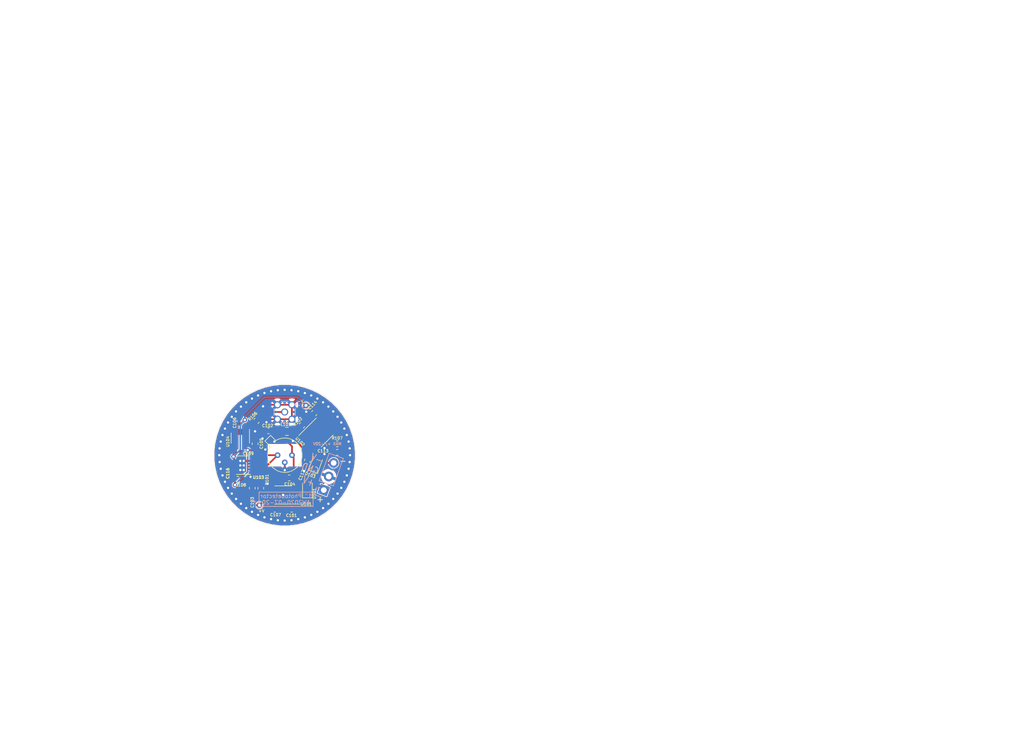
<source format=kicad_pcb>
(kicad_pcb (version 20171130) (host pcbnew 5.1.10-88a1d61d58~90~ubuntu20.04.1)

  (general
    (thickness 1.6)
    (drawings 27)
    (tracks 253)
    (zones 0)
    (modules 32)
    (nets 25)
  )

  (page A4)
  (title_block
    (title "One Inch Photodetector - OPA818")
    (date 2020-02)
    (company "anders.e.e.wallin \"at\" gmail.com")
  )

  (layers
    (0 F.Cu signal)
    (31 B.Cu signal)
    (32 B.Adhes user)
    (33 F.Adhes user)
    (34 B.Paste user)
    (35 F.Paste user)
    (36 B.SilkS user)
    (37 F.SilkS user)
    (38 B.Mask user hide)
    (39 F.Mask user hide)
    (40 Dwgs.User user)
    (41 Cmts.User user)
    (42 Eco1.User user)
    (43 Eco2.User user)
    (44 Edge.Cuts user)
    (45 Margin user)
    (46 B.CrtYd user)
    (47 F.CrtYd user)
    (48 B.Fab user hide)
    (49 F.Fab user hide)
  )

  (setup
    (last_trace_width 0.3)
    (user_trace_width 0.2)
    (trace_clearance 0.15)
    (zone_clearance 0.127)
    (zone_45_only no)
    (trace_min 0.1)
    (via_size 0.8)
    (via_drill 0.4)
    (via_min_size 0.4)
    (via_min_drill 0.2)
    (uvia_size 0.3)
    (uvia_drill 0.1)
    (uvias_allowed no)
    (uvia_min_size 0.2)
    (uvia_min_drill 0.1)
    (edge_width 0.05)
    (segment_width 0.2)
    (pcb_text_width 0.3)
    (pcb_text_size 1.5 1.5)
    (mod_edge_width 0.12)
    (mod_text_size 1 1)
    (mod_text_width 0.15)
    (pad_size 1.24 1.24)
    (pad_drill 0.84)
    (pad_to_mask_clearance 0)
    (aux_axis_origin 0 0)
    (visible_elements 7FFFFFFF)
    (pcbplotparams
      (layerselection 0x010fc_ffffffff)
      (usegerberextensions false)
      (usegerberattributes false)
      (usegerberadvancedattributes false)
      (creategerberjobfile false)
      (excludeedgelayer true)
      (linewidth 0.100000)
      (plotframeref false)
      (viasonmask false)
      (mode 1)
      (useauxorigin false)
      (hpglpennumber 1)
      (hpglpenspeed 20)
      (hpglpendiameter 15.000000)
      (psnegative false)
      (psa4output false)
      (plotreference true)
      (plotvalue true)
      (plotinvisibletext false)
      (padsonsilk false)
      (subtractmaskfromsilk false)
      (outputformat 1)
      (mirror false)
      (drillshape 0)
      (scaleselection 1)
      (outputdirectory "cam2020-11-01"))
  )

  (net 0 "")
  (net 1 /+V)
  (net 2 GND)
  (net 3 "Net-(C101-Pad1)")
  (net 4 "Net-(U101-Pad4)")
  (net 5 "Net-(U102-Pad7)")
  (net 6 "Net-(U102-Pad4)")
  (net 7 /-V)
  (net 8 "Net-(C112-Pad2)")
  (net 9 "Net-(J101-Pad1)")
  (net 10 "Net-(L101-Pad1)")
  (net 11 /+VIN)
  (net 12 /-VIN)
  (net 13 /VOUT)
  (net 14 "Net-(R1-Pad1)")
  (net 15 /SET+)
  (net 16 /SET-)
  (net 17 /IN-)
  (net 18 /VTIA)
  (net 19 "Net-(U104-Pad3)")
  (net 20 /FB)
  (net 21 "Net-(C116-Pad2)")
  (net 22 "Net-(U103-Pad6)")
  (net 23 "Net-(U103-Pad1)")
  (net 24 /-5VBIAS)

  (net_class Default "This is the default net class."
    (clearance 0.15)
    (trace_width 0.3)
    (via_dia 0.8)
    (via_drill 0.4)
    (uvia_dia 0.3)
    (uvia_drill 0.1)
    (add_net /+V)
    (add_net /+VIN)
    (add_net /-5VBIAS)
    (add_net /-V)
    (add_net /-VIN)
    (add_net /FB)
    (add_net /IN-)
    (add_net /SET+)
    (add_net /SET-)
    (add_net /VOUT)
    (add_net /VTIA)
    (add_net "Net-(C101-Pad1)")
    (add_net "Net-(C112-Pad2)")
    (add_net "Net-(C116-Pad2)")
    (add_net "Net-(J101-Pad1)")
    (add_net "Net-(L101-Pad1)")
    (add_net "Net-(R1-Pad1)")
    (add_net "Net-(U101-Pad4)")
    (add_net "Net-(U102-Pad4)")
    (add_net "Net-(U102-Pad7)")
    (add_net "Net-(U103-Pad1)")
    (add_net "Net-(U103-Pad6)")
    (add_net "Net-(U104-Pad3)")
  )

  (net_class PWR ""
    (clearance 0.15)
    (trace_width 0.3)
    (via_dia 1)
    (via_drill 0.6)
    (uvia_dia 0.3)
    (uvia_drill 0.1)
    (add_net GND)
  )

  (module Capacitor_SMD:C_0402_1005Metric (layer F.Cu) (tedit 5F68FEEE) (tstamp 5EBAD250)
    (at 142 94 90)
    (descr "Capacitor SMD 0402 (1005 Metric), square (rectangular) end terminal, IPC_7351 nominal, (Body size source: IPC-SM-782 page 76, https://www.pcb-3d.com/wordpress/wp-content/uploads/ipc-sm-782a_amendment_1_and_2.pdf), generated with kicad-footprint-generator")
    (tags capacitor)
    (path /5EBD2426)
    (attr smd)
    (fp_text reference C106 (at -0.3 -0.8 270) (layer F.SilkS)
      (effects (font (size 0.5 0.5) (thickness 0.1)))
    )
    (fp_text value 100n (at 0 1.43 270) (layer F.Fab)
      (effects (font (size 1 1) (thickness 0.15)))
    )
    (fp_line (start -0.5 0.25) (end -0.5 -0.25) (layer F.Fab) (width 0.1))
    (fp_line (start -0.5 -0.25) (end 0.5 -0.25) (layer F.Fab) (width 0.1))
    (fp_line (start 0.5 -0.25) (end 0.5 0.25) (layer F.Fab) (width 0.1))
    (fp_line (start 0.5 0.25) (end -0.5 0.25) (layer F.Fab) (width 0.1))
    (fp_line (start -0.107836 -0.36) (end 0.107836 -0.36) (layer F.SilkS) (width 0.12))
    (fp_line (start -0.107836 0.36) (end 0.107836 0.36) (layer F.SilkS) (width 0.12))
    (fp_line (start -0.91 0.46) (end -0.91 -0.46) (layer F.CrtYd) (width 0.05))
    (fp_line (start -0.91 -0.46) (end 0.91 -0.46) (layer F.CrtYd) (width 0.05))
    (fp_line (start 0.91 -0.46) (end 0.91 0.46) (layer F.CrtYd) (width 0.05))
    (fp_line (start 0.91 0.46) (end -0.91 0.46) (layer F.CrtYd) (width 0.05))
    (fp_text user %R (at 0 0 270) (layer F.Fab)
      (effects (font (size 0.4 0.4) (thickness 0.06)))
    )
    (pad 2 smd roundrect (at 0.48 0 90) (size 0.56 0.62) (layers F.Cu F.Paste F.Mask) (roundrect_rratio 0.25)
      (net 2 GND))
    (pad 1 smd roundrect (at -0.48 0 90) (size 0.56 0.62) (layers F.Cu F.Paste F.Mask) (roundrect_rratio 0.25)
      (net 7 /-V))
    (model ${KISYS3DMOD}/Capacitor_SMD.3dshapes/C_0402_1005Metric.wrl
      (at (xyz 0 0 0))
      (scale (xyz 1 1 1))
      (rotate (xyz 0 0 0))
    )
  )

  (module Capacitor_SMD:C_0402_1005Metric (layer F.Cu) (tedit 5F68FEEE) (tstamp 5EBADD26)
    (at 141.8 99.4)
    (descr "Capacitor SMD 0402 (1005 Metric), square (rectangular) end terminal, IPC_7351 nominal, (Body size source: IPC-SM-782 page 76, https://www.pcb-3d.com/wordpress/wp-content/uploads/ipc-sm-782a_amendment_1_and_2.pdf), generated with kicad-footprint-generator")
    (tags capacitor)
    (path /5E086C77)
    (attr smd)
    (fp_text reference C109 (at 1.8 0.3) (layer F.SilkS)
      (effects (font (size 0.5 0.5) (thickness 0.1)))
    )
    (fp_text value 100n (at 0 1.43) (layer F.Fab)
      (effects (font (size 1 1) (thickness 0.15)))
    )
    (fp_line (start -0.5 0.25) (end -0.5 -0.25) (layer F.Fab) (width 0.1))
    (fp_line (start -0.5 -0.25) (end 0.5 -0.25) (layer F.Fab) (width 0.1))
    (fp_line (start 0.5 -0.25) (end 0.5 0.25) (layer F.Fab) (width 0.1))
    (fp_line (start 0.5 0.25) (end -0.5 0.25) (layer F.Fab) (width 0.1))
    (fp_line (start -0.107836 -0.36) (end 0.107836 -0.36) (layer F.SilkS) (width 0.12))
    (fp_line (start -0.107836 0.36) (end 0.107836 0.36) (layer F.SilkS) (width 0.12))
    (fp_line (start -0.91 0.46) (end -0.91 -0.46) (layer F.CrtYd) (width 0.05))
    (fp_line (start -0.91 -0.46) (end 0.91 -0.46) (layer F.CrtYd) (width 0.05))
    (fp_line (start 0.91 -0.46) (end 0.91 0.46) (layer F.CrtYd) (width 0.05))
    (fp_line (start 0.91 0.46) (end -0.91 0.46) (layer F.CrtYd) (width 0.05))
    (fp_text user %R (at 0 0) (layer F.Fab)
      (effects (font (size 0.4 0.4) (thickness 0.06)))
    )
    (pad 2 smd roundrect (at 0.48 0) (size 0.56 0.62) (layers F.Cu F.Paste F.Mask) (roundrect_rratio 0.25)
      (net 2 GND))
    (pad 1 smd roundrect (at -0.48 0) (size 0.56 0.62) (layers F.Cu F.Paste F.Mask) (roundrect_rratio 0.25)
      (net 7 /-V))
    (model ${KISYS3DMOD}/Capacitor_SMD.3dshapes/C_0402_1005Metric.wrl
      (at (xyz 0 0 0))
      (scale (xyz 1 1 1))
      (rotate (xyz 0 0 0))
    )
  )

  (module Capacitor_SMD:C_0402_1005Metric (layer F.Cu) (tedit 5B301BBE) (tstamp 5F165438)
    (at 140 101.25 90)
    (descr "Capacitor SMD 0402 (1005 Metric), square (rectangular) end terminal, IPC_7351 nominal, (Body size source: http://www.tortai-tech.com/upload/download/2011102023233369053.pdf), generated with kicad-footprint-generator")
    (tags capacitor)
    (path /5F175D9C)
    (attr smd)
    (fp_text reference C116 (at -1.95 0 90) (layer F.SilkS)
      (effects (font (size 0.5 0.5) (thickness 0.125)))
    )
    (fp_text value 100n (at 0 1.17 90) (layer F.Fab)
      (effects (font (size 1 1) (thickness 0.15)))
    )
    (fp_line (start 0.93 0.47) (end -0.93 0.47) (layer F.CrtYd) (width 0.05))
    (fp_line (start 0.93 -0.47) (end 0.93 0.47) (layer F.CrtYd) (width 0.05))
    (fp_line (start -0.93 -0.47) (end 0.93 -0.47) (layer F.CrtYd) (width 0.05))
    (fp_line (start -0.93 0.47) (end -0.93 -0.47) (layer F.CrtYd) (width 0.05))
    (fp_line (start 0.5 0.25) (end -0.5 0.25) (layer F.Fab) (width 0.1))
    (fp_line (start 0.5 -0.25) (end 0.5 0.25) (layer F.Fab) (width 0.1))
    (fp_line (start -0.5 -0.25) (end 0.5 -0.25) (layer F.Fab) (width 0.1))
    (fp_line (start -0.5 0.25) (end -0.5 -0.25) (layer F.Fab) (width 0.1))
    (fp_text user %R (at 0 0 90) (layer F.Fab)
      (effects (font (size 0.25 0.25) (thickness 0.04)))
    )
    (pad 2 smd roundrect (at 0.485 0 90) (size 0.59 0.64) (layers F.Cu F.Paste F.Mask) (roundrect_rratio 0.25)
      (net 21 "Net-(C116-Pad2)"))
    (pad 1 smd roundrect (at -0.485 0 90) (size 0.59 0.64) (layers F.Cu F.Paste F.Mask) (roundrect_rratio 0.25)
      (net 18 /VTIA))
    (model ${KISYS3DMOD}/Capacitor_SMD.3dshapes/C_0402_1005Metric.wrl
      (at (xyz 0 0 0))
      (scale (xyz 1 1 1))
      (rotate (xyz 0 0 0))
    )
  )

  (module awallinKiCadFootprints:WSON-8-1EP_3x3mm_P0.5mm_EP1.45x2.4mm (layer F.Cu) (tedit 5E996BD6) (tstamp 5E3168A7)
    (at 142.5 101.75 180)
    (descr "8-Lead Plastic WSON, 3x3mm Body, 0.5mm Pitch, WSON-8, https://www.ti.com/lit/ds/symlink/ina333.pdf")
    (tags "WSON 8 1EP")
    (path /5F1643B5)
    (attr smd)
    (fp_text reference U103 (at -2.9 -2.15 180) (layer F.SilkS)
      (effects (font (size 0.5 0.5) (thickness 0.125)))
    )
    (fp_text value OPA818IDRGx (at 0.01 2.55) (layer F.Fab)
      (effects (font (size 1 1) (thickness 0.15)))
    )
    (fp_line (start -1.5 -1.62) (end 1 -1.62) (layer F.SilkS) (width 0.12))
    (fp_line (start 1 1.62) (end -1 1.62) (layer F.SilkS) (width 0.12))
    (fp_line (start -1.95 1.75) (end 1.95 1.75) (layer F.CrtYd) (width 0.05))
    (fp_line (start -1.95 -1.75) (end 1.95 -1.75) (layer F.CrtYd) (width 0.05))
    (fp_line (start 1.95 -1.75) (end 1.95 1.75) (layer F.CrtYd) (width 0.05))
    (fp_line (start -1.95 -1.75) (end -1.95 1.75) (layer F.CrtYd) (width 0.05))
    (fp_line (start -1 -1.5) (end 1.5 -1.5) (layer F.Fab) (width 0.1))
    (fp_line (start 1.5 -1.5) (end 1.5 1.5) (layer F.Fab) (width 0.1))
    (fp_line (start 1.5 1.5) (end -1.5 1.5) (layer F.Fab) (width 0.1))
    (fp_line (start -1.5 1.5) (end -1.5 -1) (layer F.Fab) (width 0.1))
    (fp_line (start -1 -1.5) (end -1.5 -1) (layer F.Fab) (width 0.1))
    (fp_text user %R (at 0 0) (layer F.Fab)
      (effects (font (size 0.7 0.7) (thickness 0.1)))
    )
    (pad "" smd rect (at 0 0.635 180) (size 1.47 1.07) (layers F.Paste))
    (pad "" smd rect (at 0 -0.635 180) (size 1.47 1.07) (layers F.Paste))
    (pad 6 smd rect (at 1.4 0.25 180) (size 0.6 0.25) (layers F.Cu F.Paste F.Mask)
      (net 22 "Net-(U103-Pad6)"))
    (pad 5 smd rect (at 1.4 0.75 180) (size 0.6 0.25) (layers F.Cu F.Paste F.Mask)
      (net 7 /-V))
    (pad 4 smd rect (at -1.4 0.75 180) (size 0.6 0.25) (layers F.Cu F.Paste F.Mask)
      (net 2 GND))
    (pad 2 smd rect (at -1.4 -0.25 180) (size 0.6 0.25) (layers F.Cu F.Paste F.Mask)
      (net 20 /FB))
    (pad 1 smd rect (at -1.4 -0.75 180) (size 0.6 0.25) (layers F.Cu F.Paste F.Mask)
      (net 23 "Net-(U103-Pad1)"))
    (pad 9 smd rect (at 0 0 180) (size 1.45 2.4) (layers F.Cu F.Mask)
      (net 2 GND))
    (pad 8 smd rect (at 1.4 -0.75 180) (size 0.6 0.25) (layers F.Cu F.Paste F.Mask)
      (net 1 /+V))
    (pad 7 smd rect (at 1.4 -0.25 180) (size 0.6 0.25) (layers F.Cu F.Paste F.Mask)
      (net 18 /VTIA))
    (pad 3 smd rect (at -1.4 0.25 180) (size 0.6 0.25) (layers F.Cu F.Paste F.Mask)
      (net 14 "Net-(R1-Pad1)"))
    (model ${KISYS3DMOD}/Package_SON.3dshapes/WSON-8-1EP_3x3mm_P0.5mm_EP1.45x2.4mm.wrl
      (at (xyz 0 0 0))
      (scale (xyz 1 1 1))
      (rotate (xyz 0 0 0))
    )
  )

  (module Resistor_SMD:R_0402_1005Metric (layer F.Cu) (tedit 5B301BBD) (tstamp 5DFDDD7E)
    (at 145.5 102)
    (descr "Resistor SMD 0402 (1005 Metric), square (rectangular) end terminal, IPC_7351 nominal, (Body size source: http://www.tortai-tech.com/upload/download/2011102023233369053.pdf), generated with kicad-footprint-generator")
    (tags resistor)
    (path /5E082B6C)
    (attr smd)
    (fp_text reference RF101 (at 0 -1.17) (layer F.SilkS) hide
      (effects (font (size 1 1) (thickness 0.15)))
    )
    (fp_text value R (at 0 1.17) (layer F.Fab)
      (effects (font (size 1 1) (thickness 0.15)))
    )
    (fp_line (start 0.93 0.47) (end -0.93 0.47) (layer F.CrtYd) (width 0.05))
    (fp_line (start 0.93 -0.47) (end 0.93 0.47) (layer F.CrtYd) (width 0.05))
    (fp_line (start -0.93 -0.47) (end 0.93 -0.47) (layer F.CrtYd) (width 0.05))
    (fp_line (start -0.93 0.47) (end -0.93 -0.47) (layer F.CrtYd) (width 0.05))
    (fp_line (start 0.5 0.25) (end -0.5 0.25) (layer F.Fab) (width 0.1))
    (fp_line (start 0.5 -0.25) (end 0.5 0.25) (layer F.Fab) (width 0.1))
    (fp_line (start -0.5 -0.25) (end 0.5 -0.25) (layer F.Fab) (width 0.1))
    (fp_line (start -0.5 0.25) (end -0.5 -0.25) (layer F.Fab) (width 0.1))
    (fp_text user %R (at 0 0) (layer F.Fab)
      (effects (font (size 0.25 0.25) (thickness 0.04)))
    )
    (pad 2 smd roundrect (at 0.485 0) (size 0.59 0.64) (layers F.Cu F.Paste F.Mask) (roundrect_rratio 0.25)
      (net 17 /IN-))
    (pad 1 smd roundrect (at -0.485 0) (size 0.59 0.64) (layers F.Cu F.Paste F.Mask) (roundrect_rratio 0.25)
      (net 20 /FB))
    (model ${KISYS3DMOD}/Resistor_SMD.3dshapes/R_0402_1005Metric.wrl
      (at (xyz 0 0 0))
      (scale (xyz 1 1 1))
      (rotate (xyz 0 0 0))
    )
  )

  (module Resistor_SMD:R_0402_1005Metric (layer F.Cu) (tedit 5B301BBD) (tstamp 5E302AB5)
    (at 145.5 101)
    (descr "Resistor SMD 0402 (1005 Metric), square (rectangular) end terminal, IPC_7351 nominal, (Body size source: http://www.tortai-tech.com/upload/download/2011102023233369053.pdf), generated with kicad-footprint-generator")
    (tags resistor)
    (path /5E30676E)
    (attr smd)
    (fp_text reference R1 (at 0 -1.17) (layer F.SilkS) hide
      (effects (font (size 1 1) (thickness 0.15)))
    )
    (fp_text value 10R (at 0 1.17) (layer F.Fab)
      (effects (font (size 1 1) (thickness 0.15)))
    )
    (fp_line (start 0.93 0.47) (end -0.93 0.47) (layer F.CrtYd) (width 0.05))
    (fp_line (start 0.93 -0.47) (end 0.93 0.47) (layer F.CrtYd) (width 0.05))
    (fp_line (start -0.93 -0.47) (end 0.93 -0.47) (layer F.CrtYd) (width 0.05))
    (fp_line (start -0.93 0.47) (end -0.93 -0.47) (layer F.CrtYd) (width 0.05))
    (fp_line (start 0.5 0.25) (end -0.5 0.25) (layer F.Fab) (width 0.1))
    (fp_line (start 0.5 -0.25) (end 0.5 0.25) (layer F.Fab) (width 0.1))
    (fp_line (start -0.5 -0.25) (end 0.5 -0.25) (layer F.Fab) (width 0.1))
    (fp_line (start -0.5 0.25) (end -0.5 -0.25) (layer F.Fab) (width 0.1))
    (fp_text user %R (at 0 0) (layer F.Fab)
      (effects (font (size 0.25 0.25) (thickness 0.04)))
    )
    (pad 2 smd roundrect (at 0.485 0) (size 0.59 0.64) (layers F.Cu F.Paste F.Mask) (roundrect_rratio 0.25)
      (net 17 /IN-))
    (pad 1 smd roundrect (at -0.485 0) (size 0.59 0.64) (layers F.Cu F.Paste F.Mask) (roundrect_rratio 0.25)
      (net 14 "Net-(R1-Pad1)"))
    (model ${KISYS3DMOD}/Resistor_SMD.3dshapes/R_0402_1005Metric.wrl
      (at (xyz 0 0 0))
      (scale (xyz 1 1 1))
      (rotate (xyz 0 0 0))
    )
  )

  (module Capacitor_SMD:C_0402_1005Metric (layer F.Cu) (tedit 5B301BBE) (tstamp 5E0CACD4)
    (at 145.5 103)
    (descr "Capacitor SMD 0402 (1005 Metric), square (rectangular) end terminal, IPC_7351 nominal, (Body size source: http://www.tortai-tech.com/upload/download/2011102023233369053.pdf), generated with kicad-footprint-generator")
    (tags capacitor)
    (path /5E10A98A)
    (attr smd)
    (fp_text reference C115 (at 0 -1.17) (layer F.SilkS) hide
      (effects (font (size 1 1) (thickness 0.15)))
    )
    (fp_text value C (at 0 1.17) (layer F.Fab)
      (effects (font (size 1 1) (thickness 0.15)))
    )
    (fp_line (start 0.93 0.47) (end -0.93 0.47) (layer F.CrtYd) (width 0.05))
    (fp_line (start 0.93 -0.47) (end 0.93 0.47) (layer F.CrtYd) (width 0.05))
    (fp_line (start -0.93 -0.47) (end 0.93 -0.47) (layer F.CrtYd) (width 0.05))
    (fp_line (start -0.93 0.47) (end -0.93 -0.47) (layer F.CrtYd) (width 0.05))
    (fp_line (start 0.5 0.25) (end -0.5 0.25) (layer F.Fab) (width 0.1))
    (fp_line (start 0.5 -0.25) (end 0.5 0.25) (layer F.Fab) (width 0.1))
    (fp_line (start -0.5 -0.25) (end 0.5 -0.25) (layer F.Fab) (width 0.1))
    (fp_line (start -0.5 0.25) (end -0.5 -0.25) (layer F.Fab) (width 0.1))
    (fp_text user %R (at 0 0) (layer F.Fab)
      (effects (font (size 0.25 0.25) (thickness 0.04)))
    )
    (pad 2 smd roundrect (at 0.485 0) (size 0.59 0.64) (layers F.Cu F.Paste F.Mask) (roundrect_rratio 0.25)
      (net 17 /IN-))
    (pad 1 smd roundrect (at -0.485 0) (size 0.59 0.64) (layers F.Cu F.Paste F.Mask) (roundrect_rratio 0.25)
      (net 20 /FB))
    (model ${KISYS3DMOD}/Capacitor_SMD.3dshapes/C_0402_1005Metric.wrl
      (at (xyz 0 0 0))
      (scale (xyz 1 1 1))
      (rotate (xyz 0 0 0))
    )
  )

  (module Package_TO_SOT_SMD:SOT-23-5 (layer F.Cu) (tedit 5A02FF57) (tstamp 5EBAD5F3)
    (at 142.2 97 270)
    (descr "5-pin SOT23 package")
    (tags SOT-23-5)
    (path /5EBC4501)
    (attr smd)
    (fp_text reference U104 (at 0.6 2.2 90) (layer F.SilkS)
      (effects (font (size 0.5 0.5) (thickness 0.1)))
    )
    (fp_text value BUF602xDBV (at 0 2.9 90) (layer F.Fab)
      (effects (font (size 1 1) (thickness 0.15)))
    )
    (fp_line (start 0.9 -1.55) (end 0.9 1.55) (layer F.Fab) (width 0.1))
    (fp_line (start 0.9 1.55) (end -0.9 1.55) (layer F.Fab) (width 0.1))
    (fp_line (start -0.9 -0.9) (end -0.9 1.55) (layer F.Fab) (width 0.1))
    (fp_line (start 0.9 -1.55) (end -0.25 -1.55) (layer F.Fab) (width 0.1))
    (fp_line (start -0.9 -0.9) (end -0.25 -1.55) (layer F.Fab) (width 0.1))
    (fp_line (start -1.9 1.8) (end -1.9 -1.8) (layer F.CrtYd) (width 0.05))
    (fp_line (start 1.9 1.8) (end -1.9 1.8) (layer F.CrtYd) (width 0.05))
    (fp_line (start 1.9 -1.8) (end 1.9 1.8) (layer F.CrtYd) (width 0.05))
    (fp_line (start -1.9 -1.8) (end 1.9 -1.8) (layer F.CrtYd) (width 0.05))
    (fp_line (start 0.9 -1.61) (end -1.55 -1.61) (layer F.SilkS) (width 0.12))
    (fp_line (start -0.9 1.61) (end 0.9 1.61) (layer F.SilkS) (width 0.12))
    (fp_text user %R (at 0 0) (layer F.Fab)
      (effects (font (size 0.5 0.5) (thickness 0.075)))
    )
    (pad 5 smd rect (at 1.1 -0.95 270) (size 1.06 0.65) (layers F.Cu F.Paste F.Mask)
      (net 1 /+V))
    (pad 4 smd rect (at 1.1 0.95 270) (size 1.06 0.65) (layers F.Cu F.Paste F.Mask)
      (net 21 "Net-(C116-Pad2)"))
    (pad 3 smd rect (at -1.1 0.95 270) (size 1.06 0.65) (layers F.Cu F.Paste F.Mask)
      (net 19 "Net-(U104-Pad3)"))
    (pad 2 smd rect (at -1.1 0 270) (size 1.06 0.65) (layers F.Cu F.Paste F.Mask)
      (net 7 /-V))
    (pad 1 smd rect (at -1.1 -0.95 270) (size 1.06 0.65) (layers F.Cu F.Paste F.Mask)
      (net 13 /VOUT))
    (model ${KISYS3DMOD}/Package_TO_SOT_SMD.3dshapes/SOT-23-5.wrl
      (at (xyz 0 0 0))
      (scale (xyz 1 1 1))
      (rotate (xyz 0 0 0))
    )
  )

  (module Capacitor_SMD:C_0603_1608Metric (layer F.Cu) (tedit 5B301BBE) (tstamp 5EBAD23F)
    (at 144.8 98 270)
    (descr "Capacitor SMD 0603 (1608 Metric), square (rectangular) end terminal, IPC_7351 nominal, (Body size source: http://www.tortai-tech.com/upload/download/2011102023233369053.pdf), generated with kicad-footprint-generator")
    (tags capacitor)
    (path /5EBD9F0A)
    (attr smd)
    (fp_text reference C105 (at -0.05 -1.1 90) (layer F.SilkS)
      (effects (font (size 0.5 0.5) (thickness 0.1)))
    )
    (fp_text value 100n (at 0 1.43 90) (layer F.Fab)
      (effects (font (size 1 1) (thickness 0.15)))
    )
    (fp_line (start 1.48 0.73) (end -1.48 0.73) (layer F.CrtYd) (width 0.05))
    (fp_line (start 1.48 -0.73) (end 1.48 0.73) (layer F.CrtYd) (width 0.05))
    (fp_line (start -1.48 -0.73) (end 1.48 -0.73) (layer F.CrtYd) (width 0.05))
    (fp_line (start -1.48 0.73) (end -1.48 -0.73) (layer F.CrtYd) (width 0.05))
    (fp_line (start -0.162779 0.51) (end 0.162779 0.51) (layer F.SilkS) (width 0.12))
    (fp_line (start -0.162779 -0.51) (end 0.162779 -0.51) (layer F.SilkS) (width 0.12))
    (fp_line (start 0.8 0.4) (end -0.8 0.4) (layer F.Fab) (width 0.1))
    (fp_line (start 0.8 -0.4) (end 0.8 0.4) (layer F.Fab) (width 0.1))
    (fp_line (start -0.8 -0.4) (end 0.8 -0.4) (layer F.Fab) (width 0.1))
    (fp_line (start -0.8 0.4) (end -0.8 -0.4) (layer F.Fab) (width 0.1))
    (fp_text user %R (at 0 0 90) (layer F.Fab)
      (effects (font (size 0.4 0.4) (thickness 0.06)))
    )
    (pad 2 smd roundrect (at 0.7875 0 270) (size 0.875 0.95) (layers F.Cu F.Paste F.Mask) (roundrect_rratio 0.25)
      (net 1 /+V))
    (pad 1 smd roundrect (at -0.7875 0 270) (size 0.875 0.95) (layers F.Cu F.Paste F.Mask) (roundrect_rratio 0.25)
      (net 2 GND))
    (model ${KISYS3DMOD}/Capacitor_SMD.3dshapes/C_0603_1608Metric.wrl
      (at (xyz 0 0 0))
      (scale (xyz 1 1 1))
      (rotate (xyz 0 0 0))
    )
  )

  (module TestPoint:TestPoint_THTPad_D1.0mm_Drill0.5mm (layer B.Cu) (tedit 5A0F774F) (tstamp 5E0C8C6E)
    (at 145.55 108.8)
    (descr "THT pad as test Point, diameter 1.0mm, hole diameter 0.5mm")
    (tags "test point THT pad")
    (path /5E0E03CC)
    (attr virtual)
    (fp_text reference TP102 (at -1.5 -0.5) (layer B.SilkS) hide
      (effects (font (size 0.5 0.5) (thickness 0.1)) (justify mirror))
    )
    (fp_text value TestPoint (at 0 -1.55) (layer B.Fab)
      (effects (font (size 1 1) (thickness 0.15)) (justify mirror))
    )
    (fp_circle (center 0 0) (end 0 -0.7) (layer B.SilkS) (width 0.12))
    (fp_circle (center 0 0) (end 1 0) (layer B.CrtYd) (width 0.05))
    (fp_text user %R (at 0 1.45) (layer B.Fab)
      (effects (font (size 1 1) (thickness 0.15)) (justify mirror))
    )
    (pad 1 thru_hole circle (at 0 0) (size 1 1) (drill 0.5) (layers *.Cu *.Mask)
      (net 1 /+V))
  )

  (module TestPoint:TestPoint_THTPad_D1.0mm_Drill0.5mm (layer B.Cu) (tedit 5A0F774F) (tstamp 5E0C8C66)
    (at 153.75 91.25)
    (descr "THT pad as test Point, diameter 1.0mm, hole diameter 0.5mm")
    (tags "test point THT pad")
    (path /5E0F07B5)
    (attr virtual)
    (fp_text reference TP101 (at -1.5 0) (layer B.SilkS) hide
      (effects (font (size 0.5 0.5) (thickness 0.1)) (justify mirror))
    )
    (fp_text value TestPoint (at 0 -1.55) (layer B.Fab)
      (effects (font (size 1 1) (thickness 0.15)) (justify mirror))
    )
    (fp_circle (center 0 0) (end 0 -0.7) (layer B.SilkS) (width 0.12))
    (fp_circle (center 0 0) (end 1 0) (layer B.CrtYd) (width 0.05))
    (fp_text user %R (at 0 1.45) (layer B.Fab)
      (effects (font (size 1 1) (thickness 0.15)) (justify mirror))
    )
    (pad 1 thru_hole circle (at 0 0) (size 1 1) (drill 0.5) (layers *.Cu *.Mask)
      (net 7 /-V))
  )

  (module Diode_SMD:D_SOD-323F (layer F.Cu) (tedit 590A48EB) (tstamp 5DFDDCEA)
    (at 155.5 101.5 70)
    (descr "SOD-323F http://www.nxp.com/documents/outline_drawing/SOD323F.pdf")
    (tags SOD-323F)
    (path /5DFF6734)
    (attr smd)
    (fp_text reference D103 (at -2.221405 -0.255652 160) (layer F.SilkS)
      (effects (font (size 0.5 0.5) (thickness 0.1)))
    )
    (fp_text value D (at 0.1 1.9 70) (layer F.Fab)
      (effects (font (size 1 1) (thickness 0.15)))
    )
    (fp_line (start -1.5 -0.85) (end 1.05 -0.85) (layer F.SilkS) (width 0.12))
    (fp_line (start -1.5 0.85) (end 1.05 0.85) (layer F.SilkS) (width 0.12))
    (fp_line (start -1.6 -0.95) (end -1.6 0.95) (layer F.CrtYd) (width 0.05))
    (fp_line (start -1.6 0.95) (end 1.6 0.95) (layer F.CrtYd) (width 0.05))
    (fp_line (start 1.6 -0.95) (end 1.6 0.95) (layer F.CrtYd) (width 0.05))
    (fp_line (start -1.6 -0.95) (end 1.6 -0.95) (layer F.CrtYd) (width 0.05))
    (fp_line (start -0.9 -0.7) (end 0.9 -0.7) (layer F.Fab) (width 0.1))
    (fp_line (start 0.9 -0.7) (end 0.9 0.7) (layer F.Fab) (width 0.1))
    (fp_line (start 0.9 0.7) (end -0.9 0.7) (layer F.Fab) (width 0.1))
    (fp_line (start -0.9 0.7) (end -0.9 -0.7) (layer F.Fab) (width 0.1))
    (fp_line (start -0.3 -0.35) (end -0.3 0.35) (layer F.Fab) (width 0.1))
    (fp_line (start -0.3 0) (end -0.5 0) (layer F.Fab) (width 0.1))
    (fp_line (start -0.3 0) (end 0.2 -0.35) (layer F.Fab) (width 0.1))
    (fp_line (start 0.2 -0.35) (end 0.2 0.35) (layer F.Fab) (width 0.1))
    (fp_line (start 0.2 0.35) (end -0.3 0) (layer F.Fab) (width 0.1))
    (fp_line (start 0.2 0) (end 0.45 0) (layer F.Fab) (width 0.1))
    (fp_line (start -1.5 -0.85) (end -1.5 0.85) (layer F.SilkS) (width 0.12))
    (fp_text user %R (at 0 -1.85 70) (layer F.Fab)
      (effects (font (size 0.5 0.5) (thickness 0.1)))
    )
    (pad 2 smd rect (at 1.1 0 70) (size 0.5 0.5) (layers F.Cu F.Paste F.Mask)
      (net 8 "Net-(C112-Pad2)"))
    (pad 1 smd rect (at -1.1 0 70) (size 0.5 0.5) (layers F.Cu F.Paste F.Mask)
      (net 12 /-VIN))
    (model ${KISYS3DMOD}/Diode_SMD.3dshapes/D_SOD-323F.wrl
      (at (xyz 0 0 0))
      (scale (xyz 1 1 1))
      (rotate (xyz 0 0 0))
    )
  )

  (module Diode_SMD:D_SOD-323F (layer F.Cu) (tedit 590A48EB) (tstamp 5FC7DB41)
    (at 154 106 90)
    (descr "SOD-323F http://www.nxp.com/documents/outline_drawing/SOD323F.pdf")
    (tags SOD-323F)
    (path /5DFDAA2E)
    (attr smd)
    (fp_text reference D101 (at -0.75 1.25 270) (layer F.SilkS)
      (effects (font (size 0.5 0.5) (thickness 0.1)))
    )
    (fp_text value D (at 0.1 1.9 90) (layer F.Fab)
      (effects (font (size 1 1) (thickness 0.15)))
    )
    (fp_line (start -1.5 -0.85) (end 1.05 -0.85) (layer F.SilkS) (width 0.12))
    (fp_line (start -1.5 0.85) (end 1.05 0.85) (layer F.SilkS) (width 0.12))
    (fp_line (start -1.6 -0.95) (end -1.6 0.95) (layer F.CrtYd) (width 0.05))
    (fp_line (start -1.6 0.95) (end 1.6 0.95) (layer F.CrtYd) (width 0.05))
    (fp_line (start 1.6 -0.95) (end 1.6 0.95) (layer F.CrtYd) (width 0.05))
    (fp_line (start -1.6 -0.95) (end 1.6 -0.95) (layer F.CrtYd) (width 0.05))
    (fp_line (start -0.9 -0.7) (end 0.9 -0.7) (layer F.Fab) (width 0.1))
    (fp_line (start 0.9 -0.7) (end 0.9 0.7) (layer F.Fab) (width 0.1))
    (fp_line (start 0.9 0.7) (end -0.9 0.7) (layer F.Fab) (width 0.1))
    (fp_line (start -0.9 0.7) (end -0.9 -0.7) (layer F.Fab) (width 0.1))
    (fp_line (start -0.3 -0.35) (end -0.3 0.35) (layer F.Fab) (width 0.1))
    (fp_line (start -0.3 0) (end -0.5 0) (layer F.Fab) (width 0.1))
    (fp_line (start -0.3 0) (end 0.2 -0.35) (layer F.Fab) (width 0.1))
    (fp_line (start 0.2 -0.35) (end 0.2 0.35) (layer F.Fab) (width 0.1))
    (fp_line (start 0.2 0.35) (end -0.3 0) (layer F.Fab) (width 0.1))
    (fp_line (start 0.2 0) (end 0.45 0) (layer F.Fab) (width 0.1))
    (fp_line (start -1.5 -0.85) (end -1.5 0.85) (layer F.SilkS) (width 0.12))
    (fp_text user %R (at 0 -1.85 90) (layer F.Fab)
      (effects (font (size 0.5 0.5) (thickness 0.1)))
    )
    (pad 2 smd rect (at 1.1 0 90) (size 0.5 0.5) (layers F.Cu F.Paste F.Mask)
      (net 11 /+VIN))
    (pad 1 smd rect (at -1.1 0 90) (size 0.5 0.5) (layers F.Cu F.Paste F.Mask)
      (net 3 "Net-(C101-Pad1)"))
    (model ${KISYS3DMOD}/Diode_SMD.3dshapes/D_SOD-323F.wrl
      (at (xyz 0 0 0))
      (scale (xyz 1 1 1))
      (rotate (xyz 0 0 0))
    )
  )

  (module Connector_Coaxial:MMCX_Molex_73415-1471_Vertical (layer B.Cu) (tedit 5E355BD8) (tstamp 5DFDDD01)
    (at 150 92.4)
    (descr http://www.molex.com/pdm_docs/sd/734151471_sd.pdf)
    (tags "Molex MMCX Coaxial Connector 50 ohms Female Jack Vertical THT")
    (path /5E083832)
    (fp_text reference J101 (at 0 0 180) (layer B.SilkS) hide
      (effects (font (size 0.5 0.5) (thickness 0.1)) (justify mirror))
    )
    (fp_text value Conn_Coaxial (at 0 -3.2 180) (layer B.Fab)
      (effects (font (size 1 1) (thickness 0.15)) (justify mirror))
    )
    (fp_line (start 0.62 -1.87) (end -0.62 -1.87) (layer B.SilkS) (width 0.12))
    (fp_line (start 0.62 1.87) (end -0.62 1.87) (layer B.SilkS) (width 0.12))
    (fp_line (start -1.87 -0.62) (end -1.87 0.62) (layer B.SilkS) (width 0.12))
    (fp_line (start -2.39 -2.39) (end -2.39 2.39) (layer B.CrtYd) (width 0.05))
    (fp_line (start 1.87 -0.62) (end 1.87 0.62) (layer B.SilkS) (width 0.12))
    (fp_line (start -1.755 -1.755) (end 1.755 -1.755) (layer B.Fab) (width 0.1))
    (fp_line (start -1.755 1.755) (end 1.755 1.755) (layer B.Fab) (width 0.1))
    (fp_line (start 1.755 1.755) (end 1.755 -1.755) (layer B.Fab) (width 0.1))
    (fp_line (start -1.755 1.755) (end -1.755 -1.755) (layer B.Fab) (width 0.1))
    (fp_line (start 2.39 -2.39) (end 2.39 2.39) (layer B.CrtYd) (width 0.05))
    (fp_line (start -2.39 2.39) (end 2.39 2.39) (layer B.CrtYd) (width 0.05))
    (fp_line (start -2.39 -2.39) (end 2.39 -2.39) (layer B.CrtYd) (width 0.05))
    (fp_text user %R (at 0 0 180) (layer B.Fab)
      (effects (font (size 0.5 0.5) (thickness 0.1)) (justify mirror))
    )
    (pad 2 thru_hole circle (at -1.27 -1.27) (size 1.24 1.24) (drill 0.84) (layers *.Cu *.Mask)
      (net 2 GND))
    (pad 2 thru_hole circle (at 1.27 1.27) (size 1.24 1.24) (drill 0.84) (layers *.Cu *.Mask)
      (net 2 GND))
    (pad 2 thru_hole circle (at 1.27 -1.27) (size 1.24 1.24) (drill 0.84) (layers *.Cu *.Mask)
      (net 2 GND))
    (pad 2 thru_hole circle (at -1.27 1.27) (size 1.24 1.24) (drill 0.84) (layers *.Cu *.Mask)
      (net 2 GND) (zone_connect 1) (thermal_width 0.5))
    (pad 1 thru_hole circle (at 0 0) (size 1.24 1.24) (drill 0.84) (layers *.Cu *.Mask)
      (net 9 "Net-(J101-Pad1)"))
    (model ${KISYS3DMOD}/Connector_Coaxial.3dshapes/MMCX_Molex_73415-1471_Vertical.wrl
      (at (xyz 0 0 0))
      (scale (xyz 1 1 1))
      (rotate (xyz 0 0 0))
    )
  )

  (module Resistor_SMD:R_0603_1608Metric (layer F.Cu) (tedit 5B301BBD) (tstamp 5DFDDDA0)
    (at 159.25 98)
    (descr "Resistor SMD 0603 (1608 Metric), square (rectangular) end terminal, IPC_7351 nominal, (Body size source: http://www.tortai-tech.com/upload/download/2011102023233369053.pdf), generated with kicad-footprint-generator")
    (tags resistor)
    (path /5DFF5E1B)
    (attr smd)
    (fp_text reference R107 (at 0 -1) (layer F.SilkS)
      (effects (font (size 0.5 0.5) (thickness 0.1)))
    )
    (fp_text value 56k (at 0 1.43) (layer F.Fab)
      (effects (font (size 1 1) (thickness 0.15)))
    )
    (fp_line (start 1.48 0.73) (end -1.48 0.73) (layer F.CrtYd) (width 0.05))
    (fp_line (start 1.48 -0.73) (end 1.48 0.73) (layer F.CrtYd) (width 0.05))
    (fp_line (start -1.48 -0.73) (end 1.48 -0.73) (layer F.CrtYd) (width 0.05))
    (fp_line (start -1.48 0.73) (end -1.48 -0.73) (layer F.CrtYd) (width 0.05))
    (fp_line (start -0.162779 0.51) (end 0.162779 0.51) (layer F.SilkS) (width 0.12))
    (fp_line (start -0.162779 -0.51) (end 0.162779 -0.51) (layer F.SilkS) (width 0.12))
    (fp_line (start 0.8 0.4) (end -0.8 0.4) (layer F.Fab) (width 0.1))
    (fp_line (start 0.8 -0.4) (end 0.8 0.4) (layer F.Fab) (width 0.1))
    (fp_line (start -0.8 -0.4) (end 0.8 -0.4) (layer F.Fab) (width 0.1))
    (fp_line (start -0.8 0.4) (end -0.8 -0.4) (layer F.Fab) (width 0.1))
    (fp_text user %R (at 0 0) (layer F.Fab)
      (effects (font (size 0.5 0.5) (thickness 0.1)))
    )
    (pad 2 smd roundrect (at 0.7875 0) (size 0.875 0.95) (layers F.Cu F.Paste F.Mask) (roundrect_rratio 0.25)
      (net 16 /SET-))
    (pad 1 smd roundrect (at -0.7875 0) (size 0.875 0.95) (layers F.Cu F.Paste F.Mask) (roundrect_rratio 0.25)
      (net 2 GND))
    (model ${KISYS3DMOD}/Resistor_SMD.3dshapes/R_0603_1608Metric.wrl
      (at (xyz 0 0 0))
      (scale (xyz 1 1 1))
      (rotate (xyz 0 0 0))
    )
  )

  (module Resistor_SMD:R_0603_1608Metric (layer F.Cu) (tedit 5B301BBD) (tstamp 5DFDDD8F)
    (at 145.043153 93.956847 225)
    (descr "Resistor SMD 0603 (1608 Metric), square (rectangular) end terminal, IPC_7351 nominal, (Body size source: http://www.tortai-tech.com/upload/download/2011102023233369053.pdf), generated with kicad-footprint-generator")
    (tags resistor)
    (path /5E0831FD)
    (attr smd)
    (fp_text reference R106 (at -0.106066 1.025305 45) (layer F.SilkS)
      (effects (font (size 0.5 0.5) (thickness 0.1)))
    )
    (fp_text value 49R9 (at 0 1.43 45) (layer F.Fab)
      (effects (font (size 1 1) (thickness 0.15)))
    )
    (fp_line (start 1.48 0.73) (end -1.48 0.73) (layer F.CrtYd) (width 0.05))
    (fp_line (start 1.48 -0.73) (end 1.48 0.73) (layer F.CrtYd) (width 0.05))
    (fp_line (start -1.48 -0.73) (end 1.48 -0.73) (layer F.CrtYd) (width 0.05))
    (fp_line (start -1.48 0.73) (end -1.48 -0.73) (layer F.CrtYd) (width 0.05))
    (fp_line (start -0.162779 0.51) (end 0.162779 0.51) (layer F.SilkS) (width 0.12))
    (fp_line (start -0.162779 -0.51) (end 0.162779 -0.51) (layer F.SilkS) (width 0.12))
    (fp_line (start 0.8 0.4) (end -0.8 0.4) (layer F.Fab) (width 0.1))
    (fp_line (start 0.8 -0.4) (end 0.8 0.4) (layer F.Fab) (width 0.1))
    (fp_line (start -0.8 -0.4) (end 0.8 -0.4) (layer F.Fab) (width 0.1))
    (fp_line (start -0.8 0.4) (end -0.8 -0.4) (layer F.Fab) (width 0.1))
    (fp_text user %R (at 0 0 45) (layer F.Fab)
      (effects (font (size 0.5 0.5) (thickness 0.1)))
    )
    (pad 2 smd roundrect (at 0.7875 0 225) (size 0.875 0.95) (layers F.Cu F.Paste F.Mask) (roundrect_rratio 0.25)
      (net 13 /VOUT))
    (pad 1 smd roundrect (at -0.7875 0 225) (size 0.875 0.95) (layers F.Cu F.Paste F.Mask) (roundrect_rratio 0.25)
      (net 9 "Net-(J101-Pad1)"))
    (model ${KISYS3DMOD}/Resistor_SMD.3dshapes/R_0603_1608Metric.wrl
      (at (xyz 0 0 0))
      (scale (xyz 1 1 1))
      (rotate (xyz 0 0 0))
    )
  )

  (module Resistor_SMD:R_0603_1608Metric (layer F.Cu) (tedit 5B301BBD) (tstamp 5DFDDD4B)
    (at 153.043153 94.756847 225)
    (descr "Resistor SMD 0603 (1608 Metric), square (rectangular) end terminal, IPC_7351 nominal, (Body size source: http://www.tortai-tech.com/upload/download/2011102023233369053.pdf), generated with kicad-footprint-generator")
    (tags resistor)
    (path /5E09461C)
    (attr smd)
    (fp_text reference R102 (at 0.061028 0.989949 225) (layer F.SilkS)
      (effects (font (size 0.5 0.5) (thickness 0.1)))
    )
    (fp_text value 300R (at 0 1.43 225) (layer F.Fab)
      (effects (font (size 1 1) (thickness 0.15)))
    )
    (fp_line (start 1.48 0.73) (end -1.48 0.73) (layer F.CrtYd) (width 0.05))
    (fp_line (start 1.48 -0.73) (end 1.48 0.73) (layer F.CrtYd) (width 0.05))
    (fp_line (start -1.48 -0.73) (end 1.48 -0.73) (layer F.CrtYd) (width 0.05))
    (fp_line (start -1.48 0.73) (end -1.48 -0.73) (layer F.CrtYd) (width 0.05))
    (fp_line (start -0.162779 0.51) (end 0.162779 0.51) (layer F.SilkS) (width 0.12))
    (fp_line (start -0.162779 -0.51) (end 0.162779 -0.51) (layer F.SilkS) (width 0.12))
    (fp_line (start 0.8 0.4) (end -0.8 0.4) (layer F.Fab) (width 0.1))
    (fp_line (start 0.8 -0.4) (end 0.8 0.4) (layer F.Fab) (width 0.1))
    (fp_line (start -0.8 -0.4) (end 0.8 -0.4) (layer F.Fab) (width 0.1))
    (fp_line (start -0.8 0.4) (end -0.8 -0.4) (layer F.Fab) (width 0.1))
    (fp_text user %R (at 0 0 225) (layer F.Fab)
      (effects (font (size 0.5 0.5) (thickness 0.1)))
    )
    (pad 2 smd roundrect (at 0.7875 0 225) (size 0.875 0.95) (layers F.Cu F.Paste F.Mask) (roundrect_rratio 0.25)
      (net 10 "Net-(L101-Pad1)"))
    (pad 1 smd roundrect (at -0.7875 0 225) (size 0.875 0.95) (layers F.Cu F.Paste F.Mask) (roundrect_rratio 0.25)
      (net 7 /-V))
    (model ${KISYS3DMOD}/Resistor_SMD.3dshapes/R_0603_1608Metric.wrl
      (at (xyz 0 0 0))
      (scale (xyz 1 1 1))
      (rotate (xyz 0 0 0))
    )
  )

  (module Resistor_SMD:R_0603_1608Metric (layer F.Cu) (tedit 5B301BBD) (tstamp 5DFDDD3A)
    (at 145.8 105.8 90)
    (descr "Resistor SMD 0603 (1608 Metric), square (rectangular) end terminal, IPC_7351 nominal, (Body size source: http://www.tortai-tech.com/upload/download/2011102023233369053.pdf), generated with kicad-footprint-generator")
    (tags resistor)
    (path /5DFDC58D)
    (attr smd)
    (fp_text reference R101 (at 1.5 1.1 90) (layer F.SilkS)
      (effects (font (size 0.5 0.5) (thickness 0.1)))
    )
    (fp_text value 56k (at 0 1.43 90) (layer F.Fab)
      (effects (font (size 1 1) (thickness 0.15)))
    )
    (fp_line (start 1.48 0.73) (end -1.48 0.73) (layer F.CrtYd) (width 0.05))
    (fp_line (start 1.48 -0.73) (end 1.48 0.73) (layer F.CrtYd) (width 0.05))
    (fp_line (start -1.48 -0.73) (end 1.48 -0.73) (layer F.CrtYd) (width 0.05))
    (fp_line (start -1.48 0.73) (end -1.48 -0.73) (layer F.CrtYd) (width 0.05))
    (fp_line (start -0.162779 0.51) (end 0.162779 0.51) (layer F.SilkS) (width 0.12))
    (fp_line (start -0.162779 -0.51) (end 0.162779 -0.51) (layer F.SilkS) (width 0.12))
    (fp_line (start 0.8 0.4) (end -0.8 0.4) (layer F.Fab) (width 0.1))
    (fp_line (start 0.8 -0.4) (end 0.8 0.4) (layer F.Fab) (width 0.1))
    (fp_line (start -0.8 -0.4) (end 0.8 -0.4) (layer F.Fab) (width 0.1))
    (fp_line (start -0.8 0.4) (end -0.8 -0.4) (layer F.Fab) (width 0.1))
    (fp_text user %R (at 0 0 90) (layer F.Fab)
      (effects (font (size 0.5 0.5) (thickness 0.1)))
    )
    (pad 2 smd roundrect (at 0.7875 0 90) (size 0.875 0.95) (layers F.Cu F.Paste F.Mask) (roundrect_rratio 0.25)
      (net 2 GND))
    (pad 1 smd roundrect (at -0.7875 0 90) (size 0.875 0.95) (layers F.Cu F.Paste F.Mask) (roundrect_rratio 0.25)
      (net 15 /SET+))
    (model ${KISYS3DMOD}/Resistor_SMD.3dshapes/R_0603_1608Metric.wrl
      (at (xyz 0 0 0))
      (scale (xyz 1 1 1))
      (rotate (xyz 0 0 0))
    )
  )

  (module Inductor_SMD:L_0805_2012Metric (layer F.Cu) (tedit 5B36C52B) (tstamp 5DFDDD29)
    (at 150.4 95.8 180)
    (descr "Inductor SMD 0805 (2012 Metric), square (rectangular) end terminal, IPC_7351 nominal, (Body size source: https://docs.google.com/spreadsheets/d/1BsfQQcO9C6DZCsRaXUlFlo91Tg2WpOkGARC1WS5S8t0/edit?usp=sharing), generated with kicad-footprint-generator")
    (tags inductor)
    (path /5E0932F4)
    (attr smd)
    (fp_text reference L101 (at 0.2 1.2) (layer F.SilkS)
      (effects (font (size 0.5 0.5) (thickness 0.1)))
    )
    (fp_text value 100u (at 0 1.65) (layer F.Fab)
      (effects (font (size 1 1) (thickness 0.15)))
    )
    (fp_line (start 1.68 0.95) (end -1.68 0.95) (layer F.CrtYd) (width 0.05))
    (fp_line (start 1.68 -0.95) (end 1.68 0.95) (layer F.CrtYd) (width 0.05))
    (fp_line (start -1.68 -0.95) (end 1.68 -0.95) (layer F.CrtYd) (width 0.05))
    (fp_line (start -1.68 0.95) (end -1.68 -0.95) (layer F.CrtYd) (width 0.05))
    (fp_line (start -0.258578 0.71) (end 0.258578 0.71) (layer F.SilkS) (width 0.12))
    (fp_line (start -0.258578 -0.71) (end 0.258578 -0.71) (layer F.SilkS) (width 0.12))
    (fp_line (start 1 0.6) (end -1 0.6) (layer F.Fab) (width 0.1))
    (fp_line (start 1 -0.6) (end 1 0.6) (layer F.Fab) (width 0.1))
    (fp_line (start -1 -0.6) (end 1 -0.6) (layer F.Fab) (width 0.1))
    (fp_line (start -1 0.6) (end -1 -0.6) (layer F.Fab) (width 0.1))
    (fp_text user %R (at 0 0) (layer F.Fab)
      (effects (font (size 0.5 0.5) (thickness 0.1)))
    )
    (pad 2 smd roundrect (at 0.9375 0 180) (size 0.975 1.4) (layers F.Cu F.Paste F.Mask) (roundrect_rratio 0.25)
      (net 24 /-5VBIAS))
    (pad 1 smd roundrect (at -0.9375 0 180) (size 0.975 1.4) (layers F.Cu F.Paste F.Mask) (roundrect_rratio 0.25)
      (net 10 "Net-(L101-Pad1)"))
    (model ${KISYS3DMOD}/Inductor_SMD.3dshapes/L_0805_2012Metric.wrl
      (at (xyz 0 0 0))
      (scale (xyz 1 1 1))
      (rotate (xyz 0 0 0))
    )
  )

  (module Connector_PinHeader_2.54mm:PinHeader_1x03_P2.54mm_Vertical (layer B.Cu) (tedit 59FED5CC) (tstamp 5E0DC367)
    (at 156.881269 106.136819 340)
    (descr "Through hole straight pin header, 1x03, 2.54mm pitch, single row")
    (tags "Through hole pin header THT 1x03 2.54mm single row")
    (path /5E02CFAF)
    (fp_text reference J102 (at -1.430268 2.648931 160) (layer B.SilkS) hide
      (effects (font (size 0.5 0.5) (thickness 0.1)) (justify mirror))
    )
    (fp_text value Conn_01x03 (at 0 -7.41 340) (layer B.Fab)
      (effects (font (size 1 1) (thickness 0.15)) (justify mirror))
    )
    (fp_line (start 1.8 1.8) (end -1.8 1.8) (layer B.CrtYd) (width 0.05))
    (fp_line (start 1.8 -6.85) (end 1.8 1.8) (layer B.CrtYd) (width 0.05))
    (fp_line (start -1.8 -6.85) (end 1.8 -6.85) (layer B.CrtYd) (width 0.05))
    (fp_line (start -1.8 1.8) (end -1.8 -6.85) (layer B.CrtYd) (width 0.05))
    (fp_line (start -1.33 1.33) (end 0 1.33) (layer B.SilkS) (width 0.12))
    (fp_line (start -1.33 0) (end -1.33 1.33) (layer B.SilkS) (width 0.12))
    (fp_line (start -1.33 -1.27) (end 1.33 -1.27) (layer B.SilkS) (width 0.12))
    (fp_line (start 1.33 -1.27) (end 1.33 -6.41) (layer B.SilkS) (width 0.12))
    (fp_line (start -1.33 -1.27) (end -1.33 -6.41) (layer B.SilkS) (width 0.12))
    (fp_line (start -1.33 -6.41) (end 1.33 -6.41) (layer B.SilkS) (width 0.12))
    (fp_line (start -1.27 0.635) (end -0.635 1.27) (layer B.Fab) (width 0.1))
    (fp_line (start -1.27 -6.35) (end -1.27 0.635) (layer B.Fab) (width 0.1))
    (fp_line (start 1.27 -6.35) (end -1.27 -6.35) (layer B.Fab) (width 0.1))
    (fp_line (start 1.27 1.27) (end 1.27 -6.35) (layer B.Fab) (width 0.1))
    (fp_line (start -0.635 1.27) (end 1.27 1.27) (layer B.Fab) (width 0.1))
    (fp_text user %R (at 0 -2.54 250) (layer B.Fab)
      (effects (font (size 0.5 0.5) (thickness 0.1)) (justify mirror))
    )
    (pad 3 thru_hole oval (at 0 -5.08 340) (size 1.7 1.7) (drill 1) (layers *.Cu *.Mask)
      (net 12 /-VIN))
    (pad 2 thru_hole oval (at 0 -2.54 340) (size 1.7 1.7) (drill 1) (layers *.Cu *.Mask)
      (net 2 GND))
    (pad 1 thru_hole rect (at 0 0 340) (size 1.7 1.7) (drill 1) (layers *.Cu *.Mask)
      (net 11 /+VIN))
    (model ${KISYS3DMOD}/Connector_PinHeader_2.54mm.3dshapes/PinHeader_1x03_P2.54mm_Vertical.wrl
      (at (xyz 0 0 0))
      (scale (xyz 1 1 1))
      (rotate (xyz 0 0 0))
    )
  )

  (module Capacitor_SMD:C_0603_1608Metric (layer F.Cu) (tedit 5B301BBE) (tstamp 5DFDDC9C)
    (at 155.2 92.6 45)
    (descr "Capacitor SMD 0603 (1608 Metric), square (rectangular) end terminal, IPC_7351 nominal, (Body size source: http://www.tortai-tech.com/upload/download/2011102023233369053.pdf), generated with kicad-footprint-generator")
    (tags capacitor)
    (path /5E00F2A4)
    (attr smd)
    (fp_text reference C114 (at 0.777817 -1.202082 45) (layer F.SilkS)
      (effects (font (size 0.5 0.5) (thickness 0.1)))
    )
    (fp_text value 4u7 (at 0 1.43 45) (layer F.Fab)
      (effects (font (size 1 1) (thickness 0.15)))
    )
    (fp_line (start 1.48 0.73) (end -1.48 0.73) (layer F.CrtYd) (width 0.05))
    (fp_line (start 1.48 -0.73) (end 1.48 0.73) (layer F.CrtYd) (width 0.05))
    (fp_line (start -1.48 -0.73) (end 1.48 -0.73) (layer F.CrtYd) (width 0.05))
    (fp_line (start -1.48 0.73) (end -1.48 -0.73) (layer F.CrtYd) (width 0.05))
    (fp_line (start -0.162779 0.51) (end 0.162779 0.51) (layer F.SilkS) (width 0.12))
    (fp_line (start -0.162779 -0.51) (end 0.162779 -0.51) (layer F.SilkS) (width 0.12))
    (fp_line (start 0.8 0.4) (end -0.8 0.4) (layer F.Fab) (width 0.1))
    (fp_line (start 0.8 -0.4) (end 0.8 0.4) (layer F.Fab) (width 0.1))
    (fp_line (start -0.8 -0.4) (end 0.8 -0.4) (layer F.Fab) (width 0.1))
    (fp_line (start -0.8 0.4) (end -0.8 -0.4) (layer F.Fab) (width 0.1))
    (fp_text user %R (at 0 0 45) (layer F.Fab)
      (effects (font (size 0.5 0.5) (thickness 0.1)))
    )
    (pad 2 smd roundrect (at 0.7875 0 45) (size 0.875 0.95) (layers F.Cu F.Paste F.Mask) (roundrect_rratio 0.25)
      (net 7 /-V))
    (pad 1 smd roundrect (at -0.7875 0 45) (size 0.875 0.95) (layers F.Cu F.Paste F.Mask) (roundrect_rratio 0.25)
      (net 2 GND))
    (model ${KISYS3DMOD}/Capacitor_SMD.3dshapes/C_0603_1608Metric.wrl
      (at (xyz 0 0 0))
      (scale (xyz 1 1 1))
      (rotate (xyz 0 0 0))
    )
  )

  (module Capacitor_SMD:C_0603_1608Metric (layer F.Cu) (tedit 5B301BBE) (tstamp 5DFDDC8B)
    (at 159.25 99.5)
    (descr "Capacitor SMD 0603 (1608 Metric), square (rectangular) end terminal, IPC_7351 nominal, (Body size source: http://www.tortai-tech.com/upload/download/2011102023233369053.pdf), generated with kicad-footprint-generator")
    (tags capacitor)
    (path /5DFF60AF)
    (attr smd)
    (fp_text reference C113 (at -2.5 -0.25) (layer F.SilkS)
      (effects (font (size 0.5 0.5) (thickness 0.1)))
    )
    (fp_text value 4u7 (at 0 1.43) (layer F.Fab)
      (effects (font (size 1 1) (thickness 0.15)))
    )
    (fp_line (start 1.48 0.73) (end -1.48 0.73) (layer F.CrtYd) (width 0.05))
    (fp_line (start 1.48 -0.73) (end 1.48 0.73) (layer F.CrtYd) (width 0.05))
    (fp_line (start -1.48 -0.73) (end 1.48 -0.73) (layer F.CrtYd) (width 0.05))
    (fp_line (start -1.48 0.73) (end -1.48 -0.73) (layer F.CrtYd) (width 0.05))
    (fp_line (start -0.162779 0.51) (end 0.162779 0.51) (layer F.SilkS) (width 0.12))
    (fp_line (start -0.162779 -0.51) (end 0.162779 -0.51) (layer F.SilkS) (width 0.12))
    (fp_line (start 0.8 0.4) (end -0.8 0.4) (layer F.Fab) (width 0.1))
    (fp_line (start 0.8 -0.4) (end 0.8 0.4) (layer F.Fab) (width 0.1))
    (fp_line (start -0.8 -0.4) (end 0.8 -0.4) (layer F.Fab) (width 0.1))
    (fp_line (start -0.8 0.4) (end -0.8 -0.4) (layer F.Fab) (width 0.1))
    (fp_text user %R (at 0 0) (layer F.Fab)
      (effects (font (size 0.5 0.5) (thickness 0.1)))
    )
    (pad 2 smd roundrect (at 0.7875 0) (size 0.875 0.95) (layers F.Cu F.Paste F.Mask) (roundrect_rratio 0.25)
      (net 16 /SET-))
    (pad 1 smd roundrect (at -0.7875 0) (size 0.875 0.95) (layers F.Cu F.Paste F.Mask) (roundrect_rratio 0.25)
      (net 2 GND))
    (model ${KISYS3DMOD}/Capacitor_SMD.3dshapes/C_0603_1608Metric.wrl
      (at (xyz 0 0 0))
      (scale (xyz 1 1 1))
      (rotate (xyz 0 0 0))
    )
  )

  (module Capacitor_SMD:C_0603_1608Metric (layer F.Cu) (tedit 5B301BBE) (tstamp 5DFDDC7A)
    (at 154 101 70)
    (descr "Capacitor SMD 0603 (1608 Metric), square (rectangular) end terminal, IPC_7351 nominal, (Body size source: http://www.tortai-tech.com/upload/download/2011102023233369053.pdf), generated with kicad-footprint-generator")
    (tags capacitor)
    (path /5DFF63B0)
    (attr smd)
    (fp_text reference C112 (at -2.691252 -0.084642 70) (layer F.SilkS)
      (effects (font (size 0.5 0.5) (thickness 0.1)))
    )
    (fp_text value 4u7 (at 0 1.43 70) (layer F.Fab)
      (effects (font (size 1 1) (thickness 0.15)))
    )
    (fp_line (start 1.48 0.73) (end -1.48 0.73) (layer F.CrtYd) (width 0.05))
    (fp_line (start 1.48 -0.73) (end 1.48 0.73) (layer F.CrtYd) (width 0.05))
    (fp_line (start -1.48 -0.73) (end 1.48 -0.73) (layer F.CrtYd) (width 0.05))
    (fp_line (start -1.48 0.73) (end -1.48 -0.73) (layer F.CrtYd) (width 0.05))
    (fp_line (start -0.162779 0.51) (end 0.162779 0.51) (layer F.SilkS) (width 0.12))
    (fp_line (start -0.162779 -0.51) (end 0.162779 -0.51) (layer F.SilkS) (width 0.12))
    (fp_line (start 0.8 0.4) (end -0.8 0.4) (layer F.Fab) (width 0.1))
    (fp_line (start 0.8 -0.4) (end 0.8 0.4) (layer F.Fab) (width 0.1))
    (fp_line (start -0.8 -0.4) (end 0.8 -0.4) (layer F.Fab) (width 0.1))
    (fp_line (start -0.8 0.4) (end -0.8 -0.4) (layer F.Fab) (width 0.1))
    (fp_text user %R (at 0 0 70) (layer F.Fab)
      (effects (font (size 0.5 0.5) (thickness 0.1)))
    )
    (pad 2 smd roundrect (at 0.7875 0 70) (size 0.875 0.95) (layers F.Cu F.Paste F.Mask) (roundrect_rratio 0.25)
      (net 8 "Net-(C112-Pad2)"))
    (pad 1 smd roundrect (at -0.7875 0 70) (size 0.875 0.95) (layers F.Cu F.Paste F.Mask) (roundrect_rratio 0.25)
      (net 2 GND))
    (model ${KISYS3DMOD}/Capacitor_SMD.3dshapes/C_0603_1608Metric.wrl
      (at (xyz 0 0 0))
      (scale (xyz 1 1 1))
      (rotate (xyz 0 0 0))
    )
  )

  (module Capacitor_SMD:C_0603_1608Metric (layer F.Cu) (tedit 5B301BBE) (tstamp 5DFDDC36)
    (at 141.75 104.25 180)
    (descr "Capacitor SMD 0603 (1608 Metric), square (rectangular) end terminal, IPC_7351 nominal, (Body size source: http://www.tortai-tech.com/upload/download/2011102023233369053.pdf), generated with kicad-footprint-generator")
    (tags capacitor)
    (path /5E0879D1)
    (attr smd)
    (fp_text reference C108 (at -0.5 -1) (layer F.SilkS)
      (effects (font (size 0.5 0.5) (thickness 0.1)))
    )
    (fp_text value 100n (at 0 1.43) (layer F.Fab)
      (effects (font (size 1 1) (thickness 0.15)))
    )
    (fp_line (start 1.48 0.73) (end -1.48 0.73) (layer F.CrtYd) (width 0.05))
    (fp_line (start 1.48 -0.73) (end 1.48 0.73) (layer F.CrtYd) (width 0.05))
    (fp_line (start -1.48 -0.73) (end 1.48 -0.73) (layer F.CrtYd) (width 0.05))
    (fp_line (start -1.48 0.73) (end -1.48 -0.73) (layer F.CrtYd) (width 0.05))
    (fp_line (start -0.162779 0.51) (end 0.162779 0.51) (layer F.SilkS) (width 0.12))
    (fp_line (start -0.162779 -0.51) (end 0.162779 -0.51) (layer F.SilkS) (width 0.12))
    (fp_line (start 0.8 0.4) (end -0.8 0.4) (layer F.Fab) (width 0.1))
    (fp_line (start 0.8 -0.4) (end 0.8 0.4) (layer F.Fab) (width 0.1))
    (fp_line (start -0.8 -0.4) (end 0.8 -0.4) (layer F.Fab) (width 0.1))
    (fp_line (start -0.8 0.4) (end -0.8 -0.4) (layer F.Fab) (width 0.1))
    (fp_text user %R (at 0 0) (layer F.Fab)
      (effects (font (size 0.5 0.5) (thickness 0.1)))
    )
    (pad 2 smd roundrect (at 0.7875 0 180) (size 0.875 0.95) (layers F.Cu F.Paste F.Mask) (roundrect_rratio 0.25)
      (net 1 /+V))
    (pad 1 smd roundrect (at -0.7875 0 180) (size 0.875 0.95) (layers F.Cu F.Paste F.Mask) (roundrect_rratio 0.25)
      (net 2 GND))
    (model ${KISYS3DMOD}/Capacitor_SMD.3dshapes/C_0603_1608Metric.wrl
      (at (xyz 0 0 0))
      (scale (xyz 1 1 1))
      (rotate (xyz 0 0 0))
    )
  )

  (module Capacitor_SMD:C_0603_1608Metric (layer F.Cu) (tedit 5B301BBE) (tstamp 5DFDDC25)
    (at 148.25 109.5)
    (descr "Capacitor SMD 0603 (1608 Metric), square (rectangular) end terminal, IPC_7351 nominal, (Body size source: http://www.tortai-tech.com/upload/download/2011102023233369053.pdf), generated with kicad-footprint-generator")
    (tags capacitor)
    (path /5DFE441F)
    (attr smd)
    (fp_text reference C107 (at 0.15 1) (layer F.SilkS)
      (effects (font (size 0.5 0.5) (thickness 0.1)))
    )
    (fp_text value 4u7 (at 0 1.43) (layer F.Fab)
      (effects (font (size 1 1) (thickness 0.15)))
    )
    (fp_line (start 1.48 0.73) (end -1.48 0.73) (layer F.CrtYd) (width 0.05))
    (fp_line (start 1.48 -0.73) (end 1.48 0.73) (layer F.CrtYd) (width 0.05))
    (fp_line (start -1.48 -0.73) (end 1.48 -0.73) (layer F.CrtYd) (width 0.05))
    (fp_line (start -1.48 0.73) (end -1.48 -0.73) (layer F.CrtYd) (width 0.05))
    (fp_line (start -0.162779 0.51) (end 0.162779 0.51) (layer F.SilkS) (width 0.12))
    (fp_line (start -0.162779 -0.51) (end 0.162779 -0.51) (layer F.SilkS) (width 0.12))
    (fp_line (start 0.8 0.4) (end -0.8 0.4) (layer F.Fab) (width 0.1))
    (fp_line (start 0.8 -0.4) (end 0.8 0.4) (layer F.Fab) (width 0.1))
    (fp_line (start -0.8 -0.4) (end 0.8 -0.4) (layer F.Fab) (width 0.1))
    (fp_line (start -0.8 0.4) (end -0.8 -0.4) (layer F.Fab) (width 0.1))
    (fp_text user %R (at 0 0) (layer F.Fab)
      (effects (font (size 0.5 0.5) (thickness 0.1)))
    )
    (pad 2 smd roundrect (at 0.7875 0) (size 0.875 0.95) (layers F.Cu F.Paste F.Mask) (roundrect_rratio 0.25)
      (net 2 GND))
    (pad 1 smd roundrect (at -0.7875 0) (size 0.875 0.95) (layers F.Cu F.Paste F.Mask) (roundrect_rratio 0.25)
      (net 1 /+V))
    (model ${KISYS3DMOD}/Capacitor_SMD.3dshapes/C_0603_1608Metric.wrl
      (at (xyz 0 0 0))
      (scale (xyz 1 1 1))
      (rotate (xyz 0 0 0))
    )
  )

  (module Capacitor_SMD:C_0603_1608Metric (layer F.Cu) (tedit 5B301BBE) (tstamp 5EBAE82D)
    (at 150.8 104 180)
    (descr "Capacitor SMD 0603 (1608 Metric), square (rectangular) end terminal, IPC_7351 nominal, (Body size source: http://www.tortai-tech.com/upload/download/2011102023233369053.pdf), generated with kicad-footprint-generator")
    (tags capacitor)
    (path /5E08ED36)
    (attr smd)
    (fp_text reference C104 (at -0.1 -1.1) (layer F.SilkS)
      (effects (font (size 0.5 0.5) (thickness 0.1)))
    )
    (fp_text value 10n (at 0 1.43) (layer F.Fab)
      (effects (font (size 1 1) (thickness 0.15)))
    )
    (fp_line (start 1.48 0.73) (end -1.48 0.73) (layer F.CrtYd) (width 0.05))
    (fp_line (start 1.48 -0.73) (end 1.48 0.73) (layer F.CrtYd) (width 0.05))
    (fp_line (start -1.48 -0.73) (end 1.48 -0.73) (layer F.CrtYd) (width 0.05))
    (fp_line (start -1.48 0.73) (end -1.48 -0.73) (layer F.CrtYd) (width 0.05))
    (fp_line (start -0.162779 0.51) (end 0.162779 0.51) (layer F.SilkS) (width 0.12))
    (fp_line (start -0.162779 -0.51) (end 0.162779 -0.51) (layer F.SilkS) (width 0.12))
    (fp_line (start 0.8 0.4) (end -0.8 0.4) (layer F.Fab) (width 0.1))
    (fp_line (start 0.8 -0.4) (end 0.8 0.4) (layer F.Fab) (width 0.1))
    (fp_line (start -0.8 -0.4) (end 0.8 -0.4) (layer F.Fab) (width 0.1))
    (fp_line (start -0.8 0.4) (end -0.8 -0.4) (layer F.Fab) (width 0.1))
    (fp_text user %R (at 0 0) (layer F.Fab)
      (effects (font (size 0.5 0.5) (thickness 0.1)))
    )
    (pad 2 smd roundrect (at 0.7875 0 180) (size 0.875 0.95) (layers F.Cu F.Paste F.Mask) (roundrect_rratio 0.25)
      (net 2 GND))
    (pad 1 smd roundrect (at -0.7875 0 180) (size 0.875 0.95) (layers F.Cu F.Paste F.Mask) (roundrect_rratio 0.25)
      (net 24 /-5VBIAS))
    (model ${KISYS3DMOD}/Capacitor_SMD.3dshapes/C_0603_1608Metric.wrl
      (at (xyz 0 0 0))
      (scale (xyz 1 1 1))
      (rotate (xyz 0 0 0))
    )
  )

  (module Capacitor_SMD:C_0603_1608Metric (layer F.Cu) (tedit 5B301BBE) (tstamp 5DFDDBE1)
    (at 144.3 105.8 90)
    (descr "Capacitor SMD 0603 (1608 Metric), square (rectangular) end terminal, IPC_7351 nominal, (Body size source: http://www.tortai-tech.com/upload/download/2011102023233369053.pdf), generated with kicad-footprint-generator")
    (tags capacitor)
    (path /5DFDC87A)
    (attr smd)
    (fp_text reference C103 (at -2.5 0 90) (layer F.SilkS)
      (effects (font (size 0.5 0.5) (thickness 0.1)))
    )
    (fp_text value 4u7 (at 0 1.43 90) (layer F.Fab)
      (effects (font (size 1 1) (thickness 0.15)))
    )
    (fp_line (start 1.48 0.73) (end -1.48 0.73) (layer F.CrtYd) (width 0.05))
    (fp_line (start 1.48 -0.73) (end 1.48 0.73) (layer F.CrtYd) (width 0.05))
    (fp_line (start -1.48 -0.73) (end 1.48 -0.73) (layer F.CrtYd) (width 0.05))
    (fp_line (start -1.48 0.73) (end -1.48 -0.73) (layer F.CrtYd) (width 0.05))
    (fp_line (start -0.162779 0.51) (end 0.162779 0.51) (layer F.SilkS) (width 0.12))
    (fp_line (start -0.162779 -0.51) (end 0.162779 -0.51) (layer F.SilkS) (width 0.12))
    (fp_line (start 0.8 0.4) (end -0.8 0.4) (layer F.Fab) (width 0.1))
    (fp_line (start 0.8 -0.4) (end 0.8 0.4) (layer F.Fab) (width 0.1))
    (fp_line (start -0.8 -0.4) (end 0.8 -0.4) (layer F.Fab) (width 0.1))
    (fp_line (start -0.8 0.4) (end -0.8 -0.4) (layer F.Fab) (width 0.1))
    (fp_text user %R (at 0 0 90) (layer F.Fab)
      (effects (font (size 0.5 0.5) (thickness 0.1)))
    )
    (pad 2 smd roundrect (at 0.7875 0 90) (size 0.875 0.95) (layers F.Cu F.Paste F.Mask) (roundrect_rratio 0.25)
      (net 2 GND))
    (pad 1 smd roundrect (at -0.7875 0 90) (size 0.875 0.95) (layers F.Cu F.Paste F.Mask) (roundrect_rratio 0.25)
      (net 15 /SET+))
    (model ${KISYS3DMOD}/Capacitor_SMD.3dshapes/C_0603_1608Metric.wrl
      (at (xyz 0 0 0))
      (scale (xyz 1 1 1))
      (rotate (xyz 0 0 0))
    )
  )

  (module Capacitor_SMD:C_0603_1608Metric (layer F.Cu) (tedit 5B301BBE) (tstamp 5DFDDBD0)
    (at 147.15 95.7 180)
    (descr "Capacitor SMD 0603 (1608 Metric), square (rectangular) end terminal, IPC_7351 nominal, (Body size source: http://www.tortai-tech.com/upload/download/2011102023233369053.pdf), generated with kicad-footprint-generator")
    (tags capacitor)
    (path /5E08F0C6)
    (attr smd)
    (fp_text reference C102 (at 0.15 0.9) (layer F.SilkS)
      (effects (font (size 0.5 0.5) (thickness 0.1)))
    )
    (fp_text value 4u7 (at 0 1.43) (layer F.Fab)
      (effects (font (size 1 1) (thickness 0.15)))
    )
    (fp_line (start 1.48 0.73) (end -1.48 0.73) (layer F.CrtYd) (width 0.05))
    (fp_line (start 1.48 -0.73) (end 1.48 0.73) (layer F.CrtYd) (width 0.05))
    (fp_line (start -1.48 -0.73) (end 1.48 -0.73) (layer F.CrtYd) (width 0.05))
    (fp_line (start -1.48 0.73) (end -1.48 -0.73) (layer F.CrtYd) (width 0.05))
    (fp_line (start -0.162779 0.51) (end 0.162779 0.51) (layer F.SilkS) (width 0.12))
    (fp_line (start -0.162779 -0.51) (end 0.162779 -0.51) (layer F.SilkS) (width 0.12))
    (fp_line (start 0.8 0.4) (end -0.8 0.4) (layer F.Fab) (width 0.1))
    (fp_line (start 0.8 -0.4) (end 0.8 0.4) (layer F.Fab) (width 0.1))
    (fp_line (start -0.8 -0.4) (end 0.8 -0.4) (layer F.Fab) (width 0.1))
    (fp_line (start -0.8 0.4) (end -0.8 -0.4) (layer F.Fab) (width 0.1))
    (fp_text user %R (at 0 0) (layer F.Fab)
      (effects (font (size 0.5 0.5) (thickness 0.1)))
    )
    (pad 2 smd roundrect (at 0.7875 0 180) (size 0.875 0.95) (layers F.Cu F.Paste F.Mask) (roundrect_rratio 0.25)
      (net 2 GND))
    (pad 1 smd roundrect (at -0.7875 0 180) (size 0.875 0.95) (layers F.Cu F.Paste F.Mask) (roundrect_rratio 0.25)
      (net 24 /-5VBIAS))
    (model ${KISYS3DMOD}/Capacitor_SMD.3dshapes/C_0603_1608Metric.wrl
      (at (xyz 0 0 0))
      (scale (xyz 1 1 1))
      (rotate (xyz 0 0 0))
    )
  )

  (module Capacitor_SMD:C_0603_1608Metric (layer F.Cu) (tedit 5B301BBE) (tstamp 5DFDDBBF)
    (at 151.25 109.5 180)
    (descr "Capacitor SMD 0603 (1608 Metric), square (rectangular) end terminal, IPC_7351 nominal, (Body size source: http://www.tortai-tech.com/upload/download/2011102023233369053.pdf), generated with kicad-footprint-generator")
    (tags capacitor)
    (path /5DFD6D12)
    (attr smd)
    (fp_text reference C101 (at 0.05 -1.1) (layer F.SilkS)
      (effects (font (size 0.5 0.5) (thickness 0.1)))
    )
    (fp_text value 4u7 (at 0 1.43) (layer F.Fab)
      (effects (font (size 1 1) (thickness 0.15)))
    )
    (fp_line (start 1.48 0.73) (end -1.48 0.73) (layer F.CrtYd) (width 0.05))
    (fp_line (start 1.48 -0.73) (end 1.48 0.73) (layer F.CrtYd) (width 0.05))
    (fp_line (start -1.48 -0.73) (end 1.48 -0.73) (layer F.CrtYd) (width 0.05))
    (fp_line (start -1.48 0.73) (end -1.48 -0.73) (layer F.CrtYd) (width 0.05))
    (fp_line (start -0.162779 0.51) (end 0.162779 0.51) (layer F.SilkS) (width 0.12))
    (fp_line (start -0.162779 -0.51) (end 0.162779 -0.51) (layer F.SilkS) (width 0.12))
    (fp_line (start 0.8 0.4) (end -0.8 0.4) (layer F.Fab) (width 0.1))
    (fp_line (start 0.8 -0.4) (end 0.8 0.4) (layer F.Fab) (width 0.1))
    (fp_line (start -0.8 -0.4) (end 0.8 -0.4) (layer F.Fab) (width 0.1))
    (fp_line (start -0.8 0.4) (end -0.8 -0.4) (layer F.Fab) (width 0.1))
    (fp_text user %R (at 0 0) (layer F.Fab)
      (effects (font (size 0.5 0.5) (thickness 0.1)))
    )
    (pad 2 smd roundrect (at 0.7875 0 180) (size 0.875 0.95) (layers F.Cu F.Paste F.Mask) (roundrect_rratio 0.25)
      (net 2 GND))
    (pad 1 smd roundrect (at -0.7875 0 180) (size 0.875 0.95) (layers F.Cu F.Paste F.Mask) (roundrect_rratio 0.25)
      (net 3 "Net-(C101-Pad1)"))
    (model ${KISYS3DMOD}/Capacitor_SMD.3dshapes/C_0603_1608Metric.wrl
      (at (xyz 0 0 0))
      (scale (xyz 1 1 1))
      (rotate (xyz 0 0 0))
    )
  )

  (module Package_SO:MSOP-12-1EP_3x4mm_P0.65mm_EP1.65x2.85mm (layer F.Cu) (tedit 5C59F590) (tstamp 5DFDC97E)
    (at 156 96 45)
    (descr "MSOP, 12 Pin (https://www.analog.com/media/en/technical-documentation/data-sheets/3652fe.pdf#page=24), generated with kicad-footprint-generator ipc_gullwing_generator.py")
    (tags "MSOP SO")
    (path /5DFD4B04)
    (attr smd)
    (fp_text reference U102 (at -3.464823 -1.202082 135) (layer F.SilkS)
      (effects (font (size 0.5 0.5) (thickness 0.1)))
    )
    (fp_text value LT3093xMSE (at 0 2.95 45) (layer F.Fab)
      (effects (font (size 1 1) (thickness 0.15)))
    )
    (fp_line (start 3.12 -2.25) (end -3.12 -2.25) (layer F.CrtYd) (width 0.05))
    (fp_line (start 3.12 2.25) (end 3.12 -2.25) (layer F.CrtYd) (width 0.05))
    (fp_line (start -3.12 2.25) (end 3.12 2.25) (layer F.CrtYd) (width 0.05))
    (fp_line (start -3.12 -2.25) (end -3.12 2.25) (layer F.CrtYd) (width 0.05))
    (fp_line (start -1.5 -1.25) (end -0.75 -2) (layer F.Fab) (width 0.1))
    (fp_line (start -1.5 2) (end -1.5 -1.25) (layer F.Fab) (width 0.1))
    (fp_line (start 1.5 2) (end -1.5 2) (layer F.Fab) (width 0.1))
    (fp_line (start 1.5 -2) (end 1.5 2) (layer F.Fab) (width 0.1))
    (fp_line (start -0.75 -2) (end 1.5 -2) (layer F.Fab) (width 0.1))
    (fp_line (start 0 -2.11) (end -2.875 -2.11) (layer F.SilkS) (width 0.12))
    (fp_line (start 0 -2.11) (end 1.5 -2.11) (layer F.SilkS) (width 0.12))
    (fp_line (start 0 2.11) (end -1.5 2.11) (layer F.SilkS) (width 0.12))
    (fp_line (start 0 2.11) (end 1.5 2.11) (layer F.SilkS) (width 0.12))
    (fp_text user %R (at 0 0 45) (layer F.Fab)
      (effects (font (size 0.5 0.5) (thickness 0.1)))
    )
    (pad 12 smd roundrect (at 2.15 -1.625 45) (size 1.45 0.4) (layers F.Cu F.Paste F.Mask) (roundrect_rratio 0.25)
      (net 7 /-V))
    (pad 11 smd roundrect (at 2.15 -0.975 45) (size 1.45 0.4) (layers F.Cu F.Paste F.Mask) (roundrect_rratio 0.25)
      (net 7 /-V))
    (pad 10 smd roundrect (at 2.15 -0.325 45) (size 1.45 0.4) (layers F.Cu F.Paste F.Mask) (roundrect_rratio 0.25)
      (net 7 /-V))
    (pad 9 smd roundrect (at 2.15 0.325 45) (size 1.45 0.4) (layers F.Cu F.Paste F.Mask) (roundrect_rratio 0.25)
      (net 2 GND))
    (pad 8 smd roundrect (at 2.15 0.975 45) (size 1.45 0.4) (layers F.Cu F.Paste F.Mask) (roundrect_rratio 0.25)
      (net 16 /SET-))
    (pad 7 smd roundrect (at 2.15 1.625 45) (size 1.45 0.4) (layers F.Cu F.Paste F.Mask) (roundrect_rratio 0.25)
      (net 5 "Net-(U102-Pad7)"))
    (pad 6 smd roundrect (at -2.15 1.625 45) (size 1.45 0.4) (layers F.Cu F.Paste F.Mask) (roundrect_rratio 0.25)
      (net 2 GND))
    (pad 5 smd roundrect (at -2.15 0.975 45) (size 1.45 0.4) (layers F.Cu F.Paste F.Mask) (roundrect_rratio 0.25)
      (net 8 "Net-(C112-Pad2)"))
    (pad 4 smd roundrect (at -2.15 0.325 45) (size 1.45 0.4) (layers F.Cu F.Paste F.Mask) (roundrect_rratio 0.25)
      (net 6 "Net-(U102-Pad4)"))
    (pad 3 smd roundrect (at -2.15 -0.325 45) (size 1.45 0.4) (layers F.Cu F.Paste F.Mask) (roundrect_rratio 0.25)
      (net 8 "Net-(C112-Pad2)"))
    (pad 2 smd roundrect (at -2.15 -0.975 45) (size 1.45 0.4) (layers F.Cu F.Paste F.Mask) (roundrect_rratio 0.25)
      (net 8 "Net-(C112-Pad2)"))
    (pad 1 smd roundrect (at -2.15 -1.625 45) (size 1.45 0.4) (layers F.Cu F.Paste F.Mask) (roundrect_rratio 0.25)
      (net 8 "Net-(C112-Pad2)"))
    (pad "" smd roundrect (at 0.41 0.71 45) (size 0.67 1.15) (layers F.Paste) (roundrect_rratio 0.25))
    (pad "" smd roundrect (at 0.41 -0.71 45) (size 0.67 1.15) (layers F.Paste) (roundrect_rratio 0.25))
    (pad "" smd roundrect (at -0.41 0.71 45) (size 0.67 1.15) (layers F.Paste) (roundrect_rratio 0.25))
    (pad "" smd roundrect (at -0.41 -0.71 45) (size 0.67 1.15) (layers F.Paste) (roundrect_rratio 0.25))
    (pad 13 smd roundrect (at 0 0 45) (size 1.65 2.85) (layers F.Cu F.Mask) (roundrect_rratio 0.1515145454545455)
      (net 8 "Net-(C112-Pad2)"))
    (model ${KISYS3DMOD}/Package_SO.3dshapes/MSOP-12-1EP_3x4mm_P0.65mm_EP1.65x2.85mm.wrl
      (at (xyz 0 0 0))
      (scale (xyz 1 1 1))
      (rotate (xyz 0 0 0))
    )
  )

  (module Package_SO:MSOP-10-1EP_3x3mm_P0.5mm_EP1.68x1.88mm (layer F.Cu) (tedit 5C649EBD) (tstamp 5DFDC95B)
    (at 149.75 107 180)
    (descr "MSOP, 10 Pin (https://www.analog.com/media/en/technical-documentation/data-sheets/3805fg.pdf#page=18), generated with kicad-footprint-generator ipc_gullwing_generator.py")
    (tags "MSOP SO")
    (path /5DFD43CB)
    (attr smd)
    (fp_text reference U101 (at -4.05 -1.6 180) (layer F.SilkS)
      (effects (font (size 0.5 0.5) (thickness 0.1)))
    )
    (fp_text value LT3042xMSE (at 0 2.45) (layer F.Fab)
      (effects (font (size 1 1) (thickness 0.15)))
    )
    (fp_line (start 3.12 -1.75) (end -3.12 -1.75) (layer F.CrtYd) (width 0.05))
    (fp_line (start 3.12 1.75) (end 3.12 -1.75) (layer F.CrtYd) (width 0.05))
    (fp_line (start -3.12 1.75) (end 3.12 1.75) (layer F.CrtYd) (width 0.05))
    (fp_line (start -3.12 -1.75) (end -3.12 1.75) (layer F.CrtYd) (width 0.05))
    (fp_line (start -1.5 -0.75) (end -0.75 -1.5) (layer F.Fab) (width 0.1))
    (fp_line (start -1.5 1.5) (end -1.5 -0.75) (layer F.Fab) (width 0.1))
    (fp_line (start 1.5 1.5) (end -1.5 1.5) (layer F.Fab) (width 0.1))
    (fp_line (start 1.5 -1.5) (end 1.5 1.5) (layer F.Fab) (width 0.1))
    (fp_line (start -0.75 -1.5) (end 1.5 -1.5) (layer F.Fab) (width 0.1))
    (fp_line (start 0 -1.61) (end -2.875 -1.61) (layer F.SilkS) (width 0.12))
    (fp_line (start 0 -1.61) (end 1.5 -1.61) (layer F.SilkS) (width 0.12))
    (fp_line (start 0 1.61) (end -1.5 1.61) (layer F.SilkS) (width 0.12))
    (fp_line (start 0 1.61) (end 1.5 1.61) (layer F.SilkS) (width 0.12))
    (fp_text user %R (at 0 0) (layer F.Fab)
      (effects (font (size 0.5 0.5) (thickness 0.1)))
    )
    (pad 10 smd roundrect (at 2.15 -1 180) (size 1.45 0.3) (layers F.Cu F.Paste F.Mask) (roundrect_rratio 0.25)
      (net 1 /+V))
    (pad 9 smd roundrect (at 2.15 -0.5 180) (size 1.45 0.3) (layers F.Cu F.Paste F.Mask) (roundrect_rratio 0.25)
      (net 1 /+V))
    (pad 8 smd roundrect (at 2.15 0 180) (size 1.45 0.3) (layers F.Cu F.Paste F.Mask) (roundrect_rratio 0.25)
      (net 2 GND))
    (pad 7 smd roundrect (at 2.15 0.5 180) (size 1.45 0.3) (layers F.Cu F.Paste F.Mask) (roundrect_rratio 0.25)
      (net 15 /SET+))
    (pad 6 smd roundrect (at 2.15 1 180) (size 1.45 0.3) (layers F.Cu F.Paste F.Mask) (roundrect_rratio 0.25)
      (net 3 "Net-(C101-Pad1)"))
    (pad 5 smd roundrect (at -2.15 1 180) (size 1.45 0.3) (layers F.Cu F.Paste F.Mask) (roundrect_rratio 0.25)
      (net 2 GND))
    (pad 4 smd roundrect (at -2.15 0.5 180) (size 1.45 0.3) (layers F.Cu F.Paste F.Mask) (roundrect_rratio 0.25)
      (net 4 "Net-(U101-Pad4)"))
    (pad 3 smd roundrect (at -2.15 0 180) (size 1.45 0.3) (layers F.Cu F.Paste F.Mask) (roundrect_rratio 0.25)
      (net 3 "Net-(C101-Pad1)"))
    (pad 2 smd roundrect (at -2.15 -0.5 180) (size 1.45 0.3) (layers F.Cu F.Paste F.Mask) (roundrect_rratio 0.25)
      (net 3 "Net-(C101-Pad1)"))
    (pad 1 smd roundrect (at -2.15 -1 180) (size 1.45 0.3) (layers F.Cu F.Paste F.Mask) (roundrect_rratio 0.25)
      (net 3 "Net-(C101-Pad1)"))
    (pad "" smd roundrect (at 0.42 0.47 180) (size 0.68 0.76) (layers F.Paste) (roundrect_rratio 0.25))
    (pad "" smd roundrect (at 0.42 -0.47 180) (size 0.68 0.76) (layers F.Paste) (roundrect_rratio 0.25))
    (pad "" smd roundrect (at -0.42 0.47 180) (size 0.68 0.76) (layers F.Paste) (roundrect_rratio 0.25))
    (pad "" smd roundrect (at -0.42 -0.47 180) (size 0.68 0.76) (layers F.Paste) (roundrect_rratio 0.25))
    (pad 11 smd roundrect (at 0 0 180) (size 1.68 1.88) (layers F.Cu F.Mask) (roundrect_rratio 0.1488095238095238)
      (net 2 GND))
    (model ${KISYS3DMOD}/Package_SO.3dshapes/MSOP-10-1EP_3x3mm_P0.5mm_EP1.68x1.88mm.wrl
      (at (xyz 0 0 0))
      (scale (xyz 1 1 1))
      (rotate (xyz 0 0 0))
    )
  )

  (module Package_TO_SOT_THT:TO-18-3 (layer F.Cu) (tedit 5DFE7897) (tstamp 5DFDC93A)
    (at 148.75 100)
    (descr TO-18-3)
    (tags TO-18-3)
    (path /5E080605)
    (fp_text reference D102 (at 1.25 -4) (layer F.SilkS) hide
      (effects (font (size 0.5 0.5) (thickness 0.1)))
    )
    (fp_text value S597x (at 1.27 4.02) (layer F.Fab)
      (effects (font (size 1 1) (thickness 0.15)))
    )
    (fp_circle (center 1.27 0) (end 3.67 0) (layer F.Fab) (width 0.1))
    (fp_line (start 4.42 -3.5) (end -2.23 -3.5) (layer F.CrtYd) (width 0.05))
    (fp_line (start 4.42 3.15) (end 4.42 -3.5) (layer F.CrtYd) (width 0.05))
    (fp_line (start -2.23 3.15) (end 4.42 3.15) (layer F.CrtYd) (width 0.05))
    (fp_line (start -2.23 -3.5) (end -2.23 3.15) (layer F.CrtYd) (width 0.05))
    (fp_line (start -2.214448 -2.494499) (end -1.302281 -1.582331) (layer F.SilkS) (width 0.12))
    (fp_line (start -1.224499 -3.484448) (end -2.214448 -2.494499) (layer F.SilkS) (width 0.12))
    (fp_line (start -0.312331 -2.572281) (end -1.224499 -3.484448) (layer F.SilkS) (width 0.12))
    (fp_line (start -1.976616 -2.426372) (end -1.149301 -1.599057) (layer F.Fab) (width 0.1))
    (fp_line (start -1.156372 -3.246616) (end -1.976616 -2.426372) (layer F.Fab) (width 0.1))
    (fp_line (start -0.329057 -2.419301) (end -1.156372 -3.246616) (layer F.Fab) (width 0.1))
    (fp_arc (start 1.27 0) (end -0.312331 -2.572281) (angle 333.2) (layer F.SilkS) (width 0.12))
    (fp_arc (start 1.27 0) (end -0.329057 -2.419301) (angle 336.9) (layer F.Fab) (width 0.1))
    (fp_text user %R (at 1.27 -4.02) (layer F.Fab)
      (effects (font (size 0.5 0.5) (thickness 0.1)))
    )
    (pad 3 thru_hole oval (at 2.54 0) (size 1 1) (drill 0.5) (layers *.Cu *.Mask)
      (net 24 /-5VBIAS))
    (pad 2 thru_hole oval (at 1.27 1.27) (size 1 1) (drill 0.5) (layers *.Cu *.Mask)
      (net 2 GND))
    (pad 1 thru_hole oval (at 0 0) (size 1 1) (drill 0.5) (layers *.Cu *.Mask)
      (net 17 /IN-))
    (model ${KISYS3DMOD}/Package_TO_SOT_THT.3dshapes/TO-18-3.wrl
      (at (xyz 0 0 0))
      (scale (xyz 1 1 1))
      (rotate (xyz 0 0 0))
    )
  )

  (gr_line (start 210 40) (end 210 20) (layer Dwgs.User) (width 0.15) (tstamp 5E5A3EAA))
  (gr_line (start 280 40) (end 210 40) (layer Dwgs.User) (width 0.15))
  (gr_line (start 280 20) (end 280 40) (layer Dwgs.User) (width 0.15))
  (gr_line (start 210 20) (end 280 20) (layer Dwgs.User) (width 0.15))
  (gr_text "Copyright Anders E E Wallin, 2020.\nThis documentation describes Open Hardware and is licensed under the\nCERN OHL v. 1.2.\nYou may redistribute and modify this documentation under the terms of the\nCERN OHL v.1.2. (http://ohwr.org/cernohl). This documentation is distributed\nWITHOUT ANY EXPRESS OR IMPLIED WARRANTY, INCLUDING OF\nMERCHANTABILITY, SATISFACTORY QUALITY AND FITNESS FOR A\nPARTICULAR PURPOSE. Please see the CERN OHL v.1.2 for applicable\nconditions\n" (at 216 30) (layer Dwgs.User)
    (effects (font (size 1 1) (thickness 0.15)) (justify left))
  )
  (gr_text - (at 160.25 101) (layer F.SilkS)
    (effects (font (size 1 1) (thickness 0.15)))
  )
  (gr_text + (at 156.25 107.75) (layer F.SilkS)
    (effects (font (size 1 1) (thickness 0.15)))
  )
  (dimension 22.9 (width 0.12) (layer Dwgs.User)
    (gr_text "22,900 mm" (at 150 81.68) (layer Dwgs.User)
      (effects (font (size 1 1) (thickness 0.15)))
    )
    (feature1 (pts (xy 138.55 100) (xy 138.55 82.363579)))
    (feature2 (pts (xy 161.45 100) (xy 161.45 82.363579)))
    (crossbar (pts (xy 161.45 82.95) (xy 138.55 82.95)))
    (arrow1a (pts (xy 138.55 82.95) (xy 139.676504 82.363579)))
    (arrow1b (pts (xy 138.55 82.95) (xy 139.676504 83.536421)))
    (arrow2a (pts (xy 161.45 82.95) (xy 160.323496 82.363579)))
    (arrow2b (pts (xy 161.45 82.95) (xy 160.323496 83.536421)))
  )
  (gr_circle (center 150 100) (end 161.5 100) (layer Dwgs.User) (width 0.12))
  (gr_text "MAX +/-20V" (at 157.5 98) (layer B.SilkS)
    (effects (font (size 0.5 0.5) (thickness 0.1)) (justify mirror))
  )
  (gr_text +V (at 144.5 108.1) (layer B.SilkS) (tstamp 5E0CA0CA)
    (effects (font (size 0.5 0.5) (thickness 0.1)) (justify mirror))
  )
  (gr_text +V (at 145.9 109.8) (layer F.SilkS) (tstamp 5E0CA0CA)
    (effects (font (size 0.5 0.5) (thickness 0.1)))
  )
  (gr_text -V (at 152.25 91.25) (layer B.SilkS) (tstamp 5E0C9FF3)
    (effects (font (size 0.5 0.5) (thickness 0.1)) (justify mirror))
  )
  (gr_circle (center 150 100) (end 162.5 100) (layer B.Mask) (width 2.5) (tstamp 5DFE9FC1))
  (gr_circle (center 150 100) (end 162.5 100) (layer F.Mask) (width 2.5))
  (gr_line (start 145.5 106.5) (end 145.5 109) (layer B.SilkS) (width 0.12) (tstamp 5DFE93A8))
  (gr_line (start 155 106.5) (end 145.5 106.5) (layer B.SilkS) (width 0.12))
  (gr_line (start 155 109) (end 155 106.5) (layer B.SilkS) (width 0.12))
  (gr_line (start 145.5 109) (end 155 109) (layer B.SilkS) (width 0.12))
  (gr_text "1\" Photodetector\nAW2020-07-20" (at 150.25 107.75) (layer B.SilkS)
    (effects (font (size 0.7 0.7) (thickness 0.1)) (justify mirror))
  )
  (gr_text -V (at 152.75 90.5) (layer F.SilkS) (tstamp 5DFE8B5C)
    (effects (font (size 0.5 0.5) (thickness 0.1)))
  )
  (gr_text "-V\nGND\n+V" (at 156 103 -20) (layer B.SilkS)
    (effects (font (size 1.3 1) (thickness 0.15)) (justify left mirror))
  )
  (dimension 25 (width 0.15) (layer Dwgs.User)
    (gr_text "25,000 mm" (at 150 128.8) (layer Dwgs.User)
      (effects (font (size 1 1) (thickness 0.15)))
    )
    (feature1 (pts (xy 162.5 100) (xy 162.5 128.086421)))
    (feature2 (pts (xy 137.5 100) (xy 137.5 128.086421)))
    (crossbar (pts (xy 137.5 127.5) (xy 162.5 127.5)))
    (arrow1a (pts (xy 162.5 127.5) (xy 161.373496 128.086421)))
    (arrow1b (pts (xy 162.5 127.5) (xy 161.373496 126.913579)))
    (arrow2a (pts (xy 137.5 127.5) (xy 138.626504 128.086421)))
    (arrow2b (pts (xy 137.5 127.5) (xy 138.626504 126.913579)))
  )
  (gr_text "SM1RR clear aperture 22.9mm" (at 126.25 78) (layer Dwgs.User)
    (effects (font (size 1 1) (thickness 0.15)))
  )
  (gr_circle (center 150 100) (end 162.5 100) (layer Edge.Cuts) (width 0.05))
  (gr_line (start 150 150) (end 150 50) (layer Dwgs.User) (width 0.15))
  (gr_line (start 100 100) (end 200 100) (layer Dwgs.User) (width 0.15))

  (via (at 143.5 99.1) (size 0.8) (drill 0.4) (layers F.Cu B.Cu) (net 1))
  (via (at 141.25 105.25) (size 0.8) (drill 0.4) (layers F.Cu B.Cu) (net 1))
  (segment (start 141.75 105.75) (end 141.25 105.25) (width 0.3) (layer F.Cu) (net 1))
  (segment (start 141.75 105.75) (end 141.4625 105.4625) (width 0.3) (layer F.Cu) (net 1))
  (segment (start 141.1 102.5) (end 140.75 102.5) (width 0.3) (layer F.Cu) (net 1))
  (segment (start 140.75 102.5) (end 140.25 103) (width 0.3) (layer F.Cu) (net 1))
  (segment (start 140.25 103.5375) (end 140.9625 104.25) (width 0.3) (layer F.Cu) (net 1))
  (segment (start 140.25 103) (end 140.25 103.5375) (width 0.3) (layer F.Cu) (net 1))
  (segment (start 141.25 104.5375) (end 140.9625 104.25) (width 0.3) (layer F.Cu) (net 1))
  (segment (start 141.25 105.25) (end 141.25 104.5375) (width 0.3) (layer F.Cu) (net 1))
  (segment (start 141.25 105.186002) (end 141.25 105.25) (width 0.3) (layer B.Cu) (net 1))
  (segment (start 143.500001 102.936001) (end 141.25 105.186002) (width 0.3) (layer B.Cu) (net 1))
  (segment (start 143.5 99.1) (end 143.500001 102.936001) (width 0.3) (layer B.Cu) (net 1))
  (segment (start 144.4875 99.1) (end 144.8 98.7875) (width 0.3) (layer F.Cu) (net 1))
  (segment (start 143.5 99.1) (end 144.4875 99.1) (width 0.3) (layer F.Cu) (net 1))
  (segment (start 147.6 109.3625) (end 147.4625 109.5) (width 0.3) (layer F.Cu) (net 1))
  (segment (start 147.6 108) (end 147.6 109.3625) (width 0.3) (layer F.Cu) (net 1))
  (segment (start 146.35 108) (end 145.55 108.8) (width 0.3) (layer F.Cu) (net 1))
  (segment (start 147.6 108) (end 146.35 108) (width 0.3) (layer F.Cu) (net 1))
  (segment (start 145.55 108.8) (end 146.4 107.95) (width 0.3) (layer F.Cu) (net 1))
  (segment (start 145.55 108.8) (end 146.25 108.1) (width 0.3) (layer F.Cu) (net 1))
  (segment (start 146.753242 107.55001) (end 147.6 107.55001) (width 0.3) (layer F.Cu) (net 1))
  (segment (start 146.25 108.1) (end 146.25 108.053252) (width 0.3) (layer F.Cu) (net 1))
  (segment (start 146.25 108.053252) (end 146.753242 107.55001) (width 0.3) (layer F.Cu) (net 1))
  (segment (start 144.9 108.8) (end 145.55 108.8) (width 0.3) (layer F.Cu) (net 1))
  (segment (start 141.75 105.75) (end 144.85 108.85) (width 0.3) (layer F.Cu) (net 1))
  (segment (start 144.85 108.85) (end 144.9 108.8) (width 0.3) (layer F.Cu) (net 1))
  (segment (start 143.15 98.75) (end 143.5 99.1) (width 0.3) (layer F.Cu) (net 1))
  (segment (start 143.15 98.1) (end 143.15 98.75) (width 0.3) (layer F.Cu) (net 1))
  (segment (start 150 101.29) (end 150.02 101.27) (width 0.3) (layer B.Cu) (net 2))
  (via (at 138.5 100) (size 0.8) (drill 0.4) (layers F.Cu B.Cu) (net 2))
  (via (at 138.562998 101.202077) (size 0.8) (drill 0.4) (layers F.Cu B.Cu) (net 2) (tstamp 5DFE428B))
  (via (at 138.751303 102.390984) (size 0.8) (drill 0.4) (layers F.Cu B.Cu) (net 2) (tstamp 5DFE428D))
  (via (at 139.06285 103.553695) (size 0.8) (drill 0.4) (layers F.Cu B.Cu) (net 2) (tstamp 5DFE428F))
  (via (at 139.494227 104.677471) (size 0.8) (drill 0.4) (layers F.Cu B.Cu) (net 2) (tstamp 5DFE4291))
  (via (at 140.040708 105.75) (size 0.8) (drill 0.4) (layers F.Cu B.Cu) (net 2) (tstamp 5DFE4293))
  (via (at 140.696305 106.75953) (size 0.8) (drill 0.4) (layers F.Cu B.Cu) (net 2) (tstamp 5DFE4295))
  (via (at 141.453835 107.695002) (size 0.8) (drill 0.4) (layers F.Cu B.Cu) (net 2) (tstamp 5DFE4297))
  (via (at 142.304998 108.546165) (size 0.8) (drill 0.4) (layers F.Cu B.Cu) (net 2) (tstamp 5DFE4299))
  (via (at 143.24047 109.303695) (size 0.8) (drill 0.4) (layers F.Cu B.Cu) (net 2) (tstamp 5DFE429B))
  (via (at 144.25 109.959292) (size 0.8) (drill 0.4) (layers F.Cu B.Cu) (net 2) (tstamp 5DFE429D))
  (via (at 145.322529 110.505773) (size 0.8) (drill 0.4) (layers F.Cu B.Cu) (net 2) (tstamp 5DFE429F))
  (via (at 146.446305 110.93715) (size 0.8) (drill 0.4) (layers F.Cu B.Cu) (net 2) (tstamp 5DFE42A1))
  (via (at 147.609016 111.248697) (size 0.8) (drill 0.4) (layers F.Cu B.Cu) (net 2) (tstamp 5DFE42A3))
  (via (at 148.797923 111.437002) (size 0.8) (drill 0.4) (layers F.Cu B.Cu) (net 2) (tstamp 5DFE42A5))
  (via (at 150 111.5) (size 0.8) (drill 0.4) (layers F.Cu B.Cu) (net 2) (tstamp 5DFE42A7))
  (via (at 151.202077 111.437002) (size 0.8) (drill 0.4) (layers F.Cu B.Cu) (net 2) (tstamp 5DFE42A9))
  (via (at 152.390984 111.248697) (size 0.8) (drill 0.4) (layers F.Cu B.Cu) (net 2) (tstamp 5DFE42AB))
  (via (at 153.553695 110.93715) (size 0.8) (drill 0.4) (layers F.Cu B.Cu) (net 2) (tstamp 5DFE42AD))
  (via (at 154.677471 110.505773) (size 0.8) (drill 0.4) (layers F.Cu B.Cu) (net 2) (tstamp 5DFE42AF))
  (via (at 155.75 109.959292) (size 0.8) (drill 0.4) (layers F.Cu B.Cu) (net 2) (tstamp 5DFE42B1))
  (via (at 156.75953 109.303695) (size 0.8) (drill 0.4) (layers F.Cu B.Cu) (net 2) (tstamp 5DFE42B3))
  (via (at 157.695002 108.546165) (size 0.8) (drill 0.4) (layers F.Cu B.Cu) (net 2) (tstamp 5DFE42B5))
  (via (at 158.546165 107.695002) (size 0.8) (drill 0.4) (layers F.Cu B.Cu) (net 2) (tstamp 5DFE42B7))
  (via (at 159.303695 106.75953) (size 0.8) (drill 0.4) (layers F.Cu B.Cu) (net 2) (tstamp 5DFE42B9))
  (via (at 159.959292 105.75) (size 0.8) (drill 0.4) (layers F.Cu B.Cu) (net 2) (tstamp 5DFE42BB))
  (via (at 160.505773 104.677471) (size 0.8) (drill 0.4) (layers F.Cu B.Cu) (net 2) (tstamp 5DFE42BD))
  (via (at 160.93715 103.553695) (size 0.8) (drill 0.4) (layers F.Cu B.Cu) (net 2) (tstamp 5DFE42BF))
  (via (at 161.248697 102.390984) (size 0.8) (drill 0.4) (layers F.Cu B.Cu) (net 2) (tstamp 5DFE42C1))
  (via (at 161.437002 101.202077) (size 0.8) (drill 0.4) (layers F.Cu B.Cu) (net 2) (tstamp 5DFE42C3))
  (via (at 161.5 100) (size 0.8) (drill 0.4) (layers F.Cu B.Cu) (net 2) (tstamp 5DFE42C5))
  (via (at 161.437002 98.797923) (size 0.8) (drill 0.4) (layers F.Cu B.Cu) (net 2) (tstamp 5DFE42C7))
  (via (at 161.248697 97.609016) (size 0.8) (drill 0.4) (layers F.Cu B.Cu) (net 2) (tstamp 5DFE42C9))
  (via (at 160.93715 96.446305) (size 0.8) (drill 0.4) (layers F.Cu B.Cu) (net 2) (tstamp 5DFE42CB))
  (via (at 160.505773 95.322529) (size 0.8) (drill 0.4) (layers F.Cu B.Cu) (net 2) (tstamp 5DFE42CD))
  (via (at 159.959292 94.25) (size 0.8) (drill 0.4) (layers F.Cu B.Cu) (net 2) (tstamp 5DFE42CF))
  (via (at 159.303695 93.24047) (size 0.8) (drill 0.4) (layers F.Cu B.Cu) (net 2) (tstamp 5DFE42D1))
  (via (at 158.546165 92.304998) (size 0.8) (drill 0.4) (layers F.Cu B.Cu) (net 2) (tstamp 5DFE42D3))
  (via (at 157.695002 91.453835) (size 0.8) (drill 0.4) (layers F.Cu B.Cu) (net 2) (tstamp 5DFE42D5))
  (via (at 156.75953 90.696305) (size 0.8) (drill 0.4) (layers F.Cu B.Cu) (net 2) (tstamp 5DFE42D7))
  (via (at 155.75 90.040708) (size 0.8) (drill 0.4) (layers F.Cu B.Cu) (net 2) (tstamp 5DFE42D9))
  (via (at 154.677471 89.494227) (size 0.8) (drill 0.4) (layers F.Cu B.Cu) (net 2) (tstamp 5DFE42DB))
  (via (at 153.553695 89.06285) (size 0.8) (drill 0.4) (layers F.Cu B.Cu) (net 2) (tstamp 5DFE42DD))
  (via (at 152.390984 88.751303) (size 0.8) (drill 0.4) (layers F.Cu B.Cu) (net 2) (tstamp 5DFE42DF))
  (via (at 151.202077 88.562998) (size 0.8) (drill 0.4) (layers F.Cu B.Cu) (net 2) (tstamp 5DFE42E1))
  (via (at 150 88.5) (size 0.8) (drill 0.4) (layers F.Cu B.Cu) (net 2) (tstamp 5DFE42E3))
  (via (at 148.797923 88.562998) (size 0.8) (drill 0.4) (layers F.Cu B.Cu) (net 2) (tstamp 5DFE42E5))
  (via (at 147.609016 88.751303) (size 0.8) (drill 0.4) (layers F.Cu B.Cu) (net 2) (tstamp 5DFE42E7))
  (via (at 145.322529 89.494227) (size 0.8) (drill 0.4) (layers F.Cu B.Cu) (net 2) (tstamp 5DFE42EB))
  (via (at 144.25 90.040708) (size 0.8) (drill 0.4) (layers F.Cu B.Cu) (net 2) (tstamp 5DFE42ED))
  (via (at 143.24047 90.696305) (size 0.8) (drill 0.4) (layers F.Cu B.Cu) (net 2) (tstamp 5DFE42EF))
  (via (at 142.304998 91.453835) (size 0.8) (drill 0.4) (layers F.Cu B.Cu) (net 2) (tstamp 5DFE42F1))
  (via (at 140.696305 93.24047) (size 0.8) (drill 0.4) (layers F.Cu B.Cu) (net 2) (tstamp 5DFE42F5))
  (via (at 140.040708 94.25) (size 0.8) (drill 0.4) (layers F.Cu B.Cu) (net 2) (tstamp 5DFE42F7))
  (via (at 139.494227 95.322529) (size 0.8) (drill 0.4) (layers F.Cu B.Cu) (net 2) (tstamp 5DFE42F9))
  (via (at 139.06285 96.446305) (size 0.8) (drill 0.4) (layers F.Cu B.Cu) (net 2) (tstamp 5DFE42FB))
  (via (at 138.751303 97.609016) (size 0.8) (drill 0.4) (layers F.Cu B.Cu) (net 2) (tstamp 5DFE42FD))
  (via (at 138.562998 98.797923) (size 0.8) (drill 0.4) (layers F.Cu B.Cu) (net 2) (tstamp 5DFE42FF))
  (segment (start 158.4625 99.5) (end 158.4625 98) (width 0.35) (layer F.Cu) (net 2))
  (via (at 157 98.75) (size 0.8) (drill 0.4) (layers F.Cu B.Cu) (net 2))
  (segment (start 156.919328 98.669328) (end 157 98.75) (width 0.35) (layer F.Cu) (net 2))
  (segment (start 155.628769 98.669328) (end 156.919328 98.669328) (width 0.35) (layer F.Cu) (net 2))
  (via (at 147 105) (size 0.8) (drill 0.4) (layers F.Cu B.Cu) (net 2))
  (via (at 146.45 89.05) (size 0.8) (drill 0.4) (layers F.Cu B.Cu) (net 2))
  (via (at 146.8 94.2) (size 0.8) (drill 0.4) (layers F.Cu B.Cu) (net 2))
  (via (at 146.2 91.4) (size 0.8) (drill 0.4) (layers F.Cu B.Cu) (net 2))
  (segment (start 148.796051 91.203949) (end 149 91) (width 0.2) (layer B.Cu) (net 2))
  (segment (start 143.25 101) (end 142.5 101.75) (width 0.3) (layer F.Cu) (net 2))
  (segment (start 143.9 101) (end 143.25 101) (width 0.3) (layer F.Cu) (net 2))
  (via (at 142.2 101) (size 0.8) (drill 0.4) (layers F.Cu B.Cu) (net 2) (tstamp 5F16CC5C))
  (via (at 142.8 101) (size 0.8) (drill 0.4) (layers F.Cu B.Cu) (net 2) (tstamp 5F16CC5E))
  (via (at 142.8 101.8) (size 0.8) (drill 0.4) (layers F.Cu B.Cu) (net 2) (tstamp 5F16CC60))
  (via (at 142.2 101.8) (size 0.8) (drill 0.4) (layers F.Cu B.Cu) (net 2) (tstamp 5F16CC62))
  (via (at 142.2 102.6) (size 0.8) (drill 0.4) (layers F.Cu B.Cu) (net 2) (tstamp 5F16CC64))
  (via (at 142.8 102.6) (size 0.8) (drill 0.4) (layers F.Cu B.Cu) (net 2) (tstamp 5F16CC66))
  (via (at 146.6 99) (size 0.8) (drill 0.4) (layers F.Cu B.Cu) (net 2))
  (via (at 144 103.8) (size 0.8) (drill 0.4) (layers F.Cu B.Cu) (net 2))
  (via (at 153.4 102.8) (size 0.8) (drill 0.4) (layers F.Cu B.Cu) (net 2))
  (via (at 157 99.8) (size 0.8) (drill 0.4) (layers F.Cu B.Cu) (net 2))
  (via (at 148.2 97.6) (size 0.8) (drill 0.4) (layers F.Cu B.Cu) (net 2))
  (segment (start 149.75 107) (end 149.75 106.7) (width 0.3) (layer F.Cu) (net 2))
  (segment (start 150.50001 105.94999) (end 151.9 105.94999) (width 0.3) (layer F.Cu) (net 2))
  (segment (start 149.75 106.7) (end 150.50001 105.94999) (width 0.3) (layer F.Cu) (net 2))
  (segment (start 147.6 107) (end 149.75 107) (width 0.3) (layer F.Cu) (net 2))
  (segment (start 144.3 105.0125) (end 145.8 105.0125) (width 0.3) (layer F.Cu) (net 2))
  (via (at 149.75 107) (size 0.8) (drill 0.4) (layers F.Cu B.Cu) (net 2) (tstamp 5FC7E6B6))
  (segment (start 142.28 100.92) (end 142.2 101) (width 0.3) (layer F.Cu) (net 2))
  (segment (start 142.28 99.4) (end 142.28 100.92) (width 0.3) (layer F.Cu) (net 2))
  (via (at 141.45 92.3) (size 0.8) (drill 0.4) (layers F.Cu B.Cu) (net 2) (tstamp 5FC7F41D))
  (segment (start 150.02 103.9925) (end 150.0125 104) (width 0.3) (layer F.Cu) (net 2))
  (segment (start 150.02 101.27) (end 150.02 102.63) (width 0.3) (layer F.Cu) (net 2))
  (via (at 153.8 92.35) (size 0.8) (drill 0.4) (layers F.Cu B.Cu) (net 2))
  (via (at 151.45 97.5) (size 0.8) (drill 0.4) (layers F.Cu B.Cu) (net 2))
  (segment (start 150.02 102.63) (end 150.02 103.9925) (width 0.3) (layer F.Cu) (net 2) (tstamp 5FC7F9A4))
  (via (at 150.02 102.63) (size 0.8) (drill 0.4) (layers F.Cu B.Cu) (net 2))
  (via (at 144.8 95.8) (size 0.8) (drill 0.4) (layers F.Cu B.Cu) (net 2))
  (via (at 146.1 97.05) (size 0.8) (drill 0.4) (layers F.Cu B.Cu) (net 2))
  (segment (start 151.27 93.67) (end 151.27 91.13) (width 0.3) (layer F.Cu) (net 2))
  (segment (start 151.27 91.13) (end 148.73 91.13) (width 0.3) (layer F.Cu) (net 2))
  (segment (start 146.47 91.13) (end 146.2 91.4) (width 0.3) (layer F.Cu) (net 2))
  (segment (start 148.73 91.13) (end 146.47 91.13) (width 0.3) (layer F.Cu) (net 2))
  (segment (start 151.27 93.67) (end 148.73 93.67) (width 0.3) (layer F.Cu) (net 2))
  (segment (start 147.33 93.67) (end 146.8 94.2) (width 0.3) (layer F.Cu) (net 2))
  (segment (start 148.73 93.67) (end 147.33 93.67) (width 0.3) (layer F.Cu) (net 2))
  (segment (start 152.0375 108.1375) (end 151.9 108) (width 0.3) (layer F.Cu) (net 3))
  (segment (start 152.0375 109.5) (end 152.0375 108.1375) (width 0.3) (layer F.Cu) (net 3))
  (segment (start 153.1 108) (end 154 107.1) (width 0.3) (layer F.Cu) (net 3))
  (segment (start 151.9 108) (end 153.1 108) (width 0.3) (layer F.Cu) (net 3))
  (segment (start 153.6 107.5) (end 154 107.1) (width 0.3) (layer F.Cu) (net 3))
  (segment (start 151.9 107.5) (end 153.6 107.5) (width 0.3) (layer F.Cu) (net 3))
  (segment (start 154 107.1) (end 153.6 107.1) (width 0.3) (layer F.Cu) (net 3))
  (segment (start 153.6 107.1) (end 153.5 107) (width 0.3) (layer F.Cu) (net 3))
  (segment (start 152.746758 107.05001) (end 151.9 107.05001) (width 0.3) (layer F.Cu) (net 3))
  (segment (start 153.5 107) (end 152.796768 107) (width 0.3) (layer F.Cu) (net 3))
  (segment (start 152.796768 107) (end 152.746758 107.05001) (width 0.3) (layer F.Cu) (net 3))
  (segment (start 147.6 106) (end 148.2 105.4) (width 0.3) (layer F.Cu) (net 3))
  (segment (start 148.2 105.4) (end 153 105.4) (width 0.3) (layer F.Cu) (net 3))
  (segment (start 154 106.4) (end 154 107.1) (width 0.3) (layer F.Cu) (net 3))
  (segment (start 153 105.4) (end 154 106.4) (width 0.3) (layer F.Cu) (net 3))
  (segment (start 156.83085 93.790291) (end 156.371231 93.330672) (width 0.35) (layer F.Cu) (net 7))
  (segment (start 157.29047 94.249911) (end 156.83085 93.790291) (width 0.35) (layer F.Cu) (net 7))
  (via (at 141 100.25) (size 0.8) (drill 0.4) (layers F.Cu B.Cu) (net 7))
  (via (at 143 93.8) (size 0.8) (drill 0.4) (layers F.Cu B.Cu) (net 7))
  (segment (start 141.0375 100.3875) (end 141.1 100.45) (width 0.3) (layer B.Cu) (net 7))
  (segment (start 141.1 100.35) (end 141 100.25) (width 0.3) (layer F.Cu) (net 7))
  (segment (start 141.1 101) (end 141.1 100.35) (width 0.3) (layer F.Cu) (net 7))
  (segment (start 141 99.72) (end 141.32 99.4) (width 0.3) (layer F.Cu) (net 7))
  (segment (start 141 100.25) (end 141 99.72) (width 0.3) (layer F.Cu) (net 7))
  (segment (start 143.05 93.75) (end 143 93.8) (width 0.3) (layer B.Cu) (net 7))
  (segment (start 141 100.25) (end 142.2 99.05) (width 0.3) (layer B.Cu) (net 7))
  (segment (start 142.2 94.6) (end 143 93.8) (width 0.3) (layer B.Cu) (net 7))
  (segment (start 142.2 99.05) (end 142.2 94.6) (width 0.3) (layer B.Cu) (net 7))
  (segment (start 142.32 94.48) (end 143 93.8) (width 0.3) (layer F.Cu) (net 7))
  (segment (start 142 94.48) (end 142.32 94.48) (width 0.3) (layer F.Cu) (net 7))
  (segment (start 142 94.48) (end 142.08 94.48) (width 0.3) (layer F.Cu) (net 7))
  (segment (start 142.2 94.6) (end 142.2 95.9) (width 0.3) (layer F.Cu) (net 7))
  (segment (start 142.08 94.48) (end 142.2 94.6) (width 0.3) (layer F.Cu) (net 7))
  (segment (start 143 93.234315) (end 143 93.8) (width 0.3) (layer B.Cu) (net 7))
  (segment (start 146.434316 89.799999) (end 143 93.234315) (width 0.3) (layer B.Cu) (net 7))
  (segment (start 152.299999 89.799999) (end 146.434316 89.799999) (width 0.3) (layer B.Cu) (net 7))
  (segment (start 153.75 91.25) (end 152.299999 89.799999) (width 0.3) (layer B.Cu) (net 7))
  (segment (start 153.6 94.2) (end 152.95 93.55) (width 0.3) (layer F.Cu) (net 7))
  (segment (start 152.95 92.05) (end 153.75 91.25) (width 0.3) (layer F.Cu) (net 7))
  (segment (start 152.95 93.55) (end 152.95 92.05) (width 0.3) (layer F.Cu) (net 7))
  (segment (start 154.963694 91.25) (end 155.756847 92.043153) (width 0.3) (layer F.Cu) (net 7))
  (segment (start 153.75 91.25) (end 154.963694 91.25) (width 0.3) (layer F.Cu) (net 7))
  (segment (start 156.371231 92.657537) (end 155.756847 92.043153) (width 0.3) (layer F.Cu) (net 7))
  (segment (start 156.371231 93.330672) (end 156.371231 92.657537) (width 0.3) (layer F.Cu) (net 7))
  (segment (start 154.410295 100.119038) (end 154.269341 100.259992) (width 0.35) (layer F.Cu) (net 8))
  (segment (start 154.269341 99.769341) (end 154.269341 100.259992) (width 0.35) (layer F.Cu) (net 8))
  (segment (start 152.25 97.35) (end 152.25 97.75) (width 0.35) (layer F.Cu) (net 8))
  (segment (start 153.330672 96.371231) (end 153.228769 96.371231) (width 0.35) (layer F.Cu) (net 8))
  (segment (start 153.228769 96.371231) (end 152.25 97.35) (width 0.35) (layer F.Cu) (net 8))
  (segment (start 152.703984 98.2) (end 152.7 98.2) (width 0.35) (layer F.Cu) (net 8))
  (segment (start 153.790291 96.83085) (end 153.76915 96.83085) (width 0.35) (layer F.Cu) (net 8))
  (segment (start 152.6 98) (end 152.5 98) (width 0.35) (layer F.Cu) (net 8))
  (segment (start 153.76915 96.83085) (end 152.6 98) (width 0.35) (layer F.Cu) (net 8))
  (segment (start 152.25 97.75) (end 152.5 98) (width 0.35) (layer F.Cu) (net 8))
  (segment (start 152.5 98) (end 152.7 98.2) (width 0.35) (layer F.Cu) (net 8))
  (segment (start 154.249911 97.29047) (end 154.249911 97.350089) (width 0.35) (layer F.Cu) (net 8))
  (segment (start 153.1 98.5) (end 153.1 98.6) (width 0.35) (layer F.Cu) (net 8))
  (segment (start 154.249911 97.350089) (end 153.1 98.5) (width 0.35) (layer F.Cu) (net 8))
  (segment (start 152.7 98.2) (end 153.1 98.6) (width 0.35) (layer F.Cu) (net 8))
  (segment (start 155.540381 96) (end 156 96) (width 0.35) (layer F.Cu) (net 8))
  (segment (start 154.249911 97.29047) (end 155.540381 96) (width 0.35) (layer F.Cu) (net 8))
  (segment (start 154.621141 96) (end 156 96) (width 0.35) (layer F.Cu) (net 8))
  (segment (start 153.790291 96.83085) (end 154.621141 96) (width 0.35) (layer F.Cu) (net 8))
  (segment (start 154.992373 94.992373) (end 156 96) (width 0.35) (layer F.Cu) (net 8))
  (segment (start 154.807627 94.992373) (end 154.992373 94.992373) (width 0.35) (layer F.Cu) (net 8))
  (segment (start 153.428769 96.371231) (end 154.807627 94.992373) (width 0.35) (layer F.Cu) (net 8))
  (segment (start 153.330672 96.371231) (end 153.428769 96.371231) (width 0.35) (layer F.Cu) (net 8))
  (segment (start 155.090291 98.209709) (end 153.9 99.4) (width 0.35) (layer F.Cu) (net 8))
  (segment (start 155.16915 98.209709) (end 155.090291 98.209709) (width 0.35) (layer F.Cu) (net 8))
  (segment (start 153.1 98.6) (end 153.9 99.4) (width 0.35) (layer F.Cu) (net 8))
  (segment (start 153.9 99.4) (end 154.269341 99.769341) (width 0.35) (layer F.Cu) (net 8))
  (segment (start 154.475687 100.466338) (end 154.269341 100.259992) (width 0.3) (layer F.Cu) (net 8))
  (segment (start 155.876222 100.466338) (end 154.475687 100.466338) (width 0.3) (layer F.Cu) (net 8))
  (segment (start 145.6 93.4) (end 146.6 92.4) (width 0.3) (layer F.Cu) (net 9))
  (segment (start 146.6 92.4) (end 150 92.4) (width 0.3) (layer F.Cu) (net 9))
  (segment (start 152 95.8) (end 152.486306 95.313694) (width 0.3) (layer F.Cu) (net 10))
  (segment (start 151.3375 95.8) (end 152 95.8) (width 0.3) (layer F.Cu) (net 10))
  (segment (start 156.881269 106.136819) (end 155.74445 105) (width 0.3) (layer F.Cu) (net 11))
  (segment (start 154.1 105) (end 154 104.9) (width 0.3) (layer F.Cu) (net 11))
  (segment (start 155.74445 105) (end 154.1 105) (width 0.3) (layer F.Cu) (net 11))
  (segment (start 158.618731 101.36318) (end 157.88682 101.36318) (width 0.35) (layer F.Cu) (net 12))
  (segment (start 157.13682 101.36318) (end 158.618731 101.36318) (width 0.3) (layer F.Cu) (net 12))
  (segment (start 155.966338 102.533662) (end 157.13682 101.36318) (width 0.3) (layer F.Cu) (net 12))
  (segment (start 155.123778 102.533662) (end 155.966338 102.533662) (width 0.3) (layer F.Cu) (net 12))
  (segment (start 151.29 100) (end 151.29 100.14) (width 0.3) (layer F.Cu) (net 24))
  (segment (start 151.5875 100.4375) (end 151.5875 104) (width 0.3) (layer F.Cu) (net 24))
  (segment (start 151.29 100.14) (end 151.5875 100.4375) (width 0.3) (layer F.Cu) (net 24))
  (segment (start 149.4625 95.8) (end 149.4625 96.6125) (width 0.3) (layer F.Cu) (net 24))
  (segment (start 151.29 98.44) (end 151.29 100) (width 0.3) (layer F.Cu) (net 24))
  (segment (start 149.4625 96.6125) (end 151.29 98.44) (width 0.3) (layer F.Cu) (net 24))
  (segment (start 149.3625 95.7) (end 149.4625 95.8) (width 0.3) (layer F.Cu) (net 24))
  (segment (start 147.9375 95.7) (end 149.3625 95.7) (width 0.3) (layer F.Cu) (net 24))
  (segment (start 144.456847 94.743153) (end 144.506847 94.743153) (width 0.3) (layer F.Cu) (net 13))
  (segment (start 143.15 95.85) (end 144.486306 94.513694) (width 0.3) (layer F.Cu) (net 13))
  (segment (start 143.15 95.9) (end 143.15 95.85) (width 0.3) (layer F.Cu) (net 13))
  (segment (start 144.515 101.5) (end 145.015 101) (width 0.3) (layer F.Cu) (net 14))
  (segment (start 143.9 101.5) (end 144.515 101.5) (width 0.3) (layer F.Cu) (net 14))
  (segment (start 145.8875 106.5) (end 145.8 106.5875) (width 0.3) (layer F.Cu) (net 15))
  (segment (start 147.6 106.5) (end 145.8875 106.5) (width 0.3) (layer F.Cu) (net 15))
  (segment (start 145.8 106.5875) (end 144.3 106.5875) (width 0.3) (layer F.Cu) (net 15))
  (segment (start 159.65699 95.060779) (end 159.096211 94.5) (width 0.35) (layer F.Cu) (net 16))
  (segment (start 159.65699 97.14449) (end 159.65699 95.060779) (width 0.35) (layer F.Cu) (net 16))
  (segment (start 160.0375 98) (end 160.0375 97.525) (width 0.35) (layer F.Cu) (net 16))
  (segment (start 160.0375 97.525) (end 159.65699 97.14449) (width 0.35) (layer F.Cu) (net 16))
  (segment (start 158.878859 94.5) (end 158.209709 95.16915) (width 0.35) (layer F.Cu) (net 16))
  (segment (start 159.096211 94.5) (end 158.878859 94.5) (width 0.35) (layer F.Cu) (net 16))
  (segment (start 160.0375 99.5) (end 160.0375 98) (width 0.35) (layer F.Cu) (net 16))
  (segment (start 146.985 100) (end 145.985 101) (width 0.3) (layer F.Cu) (net 17))
  (segment (start 148.75 100) (end 146.985 100) (width 0.3) (layer F.Cu) (net 17))
  (segment (start 146.75 102) (end 148.75 100) (width 0.3) (layer F.Cu) (net 17))
  (segment (start 145.985 102) (end 146.75 102) (width 0.3) (layer F.Cu) (net 17))
  (segment (start 145.985 103) (end 145.985 102) (width 0.3) (layer F.Cu) (net 17))
  (segment (start 140.265 102) (end 140 101.735) (width 0.3) (layer F.Cu) (net 18))
  (segment (start 141.1 102) (end 140.265 102) (width 0.3) (layer F.Cu) (net 18))
  (segment (start 145 102.015) (end 145.015 102) (width 0.3) (layer F.Cu) (net 20))
  (segment (start 143.9 102) (end 145.015 102) (width 0.3) (layer F.Cu) (net 20))
  (segment (start 145.015 103) (end 145.015 102) (width 0.3) (layer F.Cu) (net 20))
  (segment (start 140 99.35) (end 141.25 98.1) (width 0.3) (layer F.Cu) (net 21))
  (segment (start 140 100.765) (end 140 99.35) (width 0.3) (layer F.Cu) (net 21))

  (zone (net 2) (net_name GND) (layer F.Cu) (tstamp 5FC80061) (hatch edge 0.508)
    (connect_pads (clearance 0.127))
    (min_thickness 0.254)
    (fill yes (arc_segments 32) (thermal_gap 0.508) (thermal_bridge_width 0.508))
    (polygon
      (pts
        (xy 165 115) (xy 135 115) (xy 135 85) (xy 165 85)
      )
    )
    (filled_polygon
      (pts
        (xy 152.047094 87.95167) (xy 153.383207 88.256629) (xy 154.676774 88.709268) (xy 155.911529 89.303895) (xy 157.071942 90.033031)
        (xy 158.143422 90.887507) (xy 159.112493 91.856578) (xy 159.966969 92.928058) (xy 160.696105 94.088471) (xy 161.290732 95.323226)
        (xy 161.743371 96.616793) (xy 162.04833 97.952906) (xy 162.201774 99.314763) (xy 162.201774 100.685237) (xy 162.04833 102.047094)
        (xy 161.743371 103.383207) (xy 161.290732 104.676774) (xy 160.696105 105.911529) (xy 159.966969 107.071942) (xy 159.112493 108.143422)
        (xy 158.143422 109.112493) (xy 157.071942 109.966969) (xy 155.911529 110.696105) (xy 154.676774 111.290732) (xy 153.383207 111.743371)
        (xy 152.047094 112.04833) (xy 150.685237 112.201774) (xy 149.314763 112.201774) (xy 147.952906 112.04833) (xy 146.616793 111.743371)
        (xy 145.323226 111.290732) (xy 144.088471 110.696105) (xy 142.928058 109.966969) (xy 141.856578 109.112493) (xy 140.887507 108.143422)
        (xy 140.033031 107.071942) (xy 139.303895 105.911529) (xy 138.709268 104.676774) (xy 138.256629 103.383207) (xy 137.95167 102.047094)
        (xy 137.798226 100.685237) (xy 137.798226 100.6175) (xy 139.40166 100.6175) (xy 139.40166 100.9125) (xy 139.409842 100.995577)
        (xy 139.434075 101.075462) (xy 139.473427 101.149084) (xy 139.526386 101.213614) (xy 139.570722 101.25) (xy 139.526386 101.286386)
        (xy 139.473427 101.350916) (xy 139.434075 101.424538) (xy 139.409842 101.504423) (xy 139.40166 101.5875) (xy 139.40166 101.8825)
        (xy 139.409842 101.965577) (xy 139.434075 102.045462) (xy 139.473427 102.119084) (xy 139.526386 102.183614) (xy 139.590916 102.236573)
        (xy 139.664538 102.275925) (xy 139.744423 102.300158) (xy 139.8275 102.30834) (xy 139.96763 102.30834) (xy 139.9779 102.316768)
        (xy 140.026623 102.356756) (xy 140.100803 102.396405) (xy 140.106035 102.397992) (xy 140.181293 102.420822) (xy 140.221363 102.424768)
        (xy 139.9629 102.683232) (xy 139.946605 102.696605) (xy 139.933233 102.712899) (xy 139.933232 102.7129) (xy 139.893245 102.761624)
        (xy 139.887679 102.772038) (xy 139.853595 102.835805) (xy 139.829178 102.916294) (xy 139.823 102.979023) (xy 139.823 102.979033)
        (xy 139.820935 103) (xy 139.823 103.020968) (xy 139.823001 103.516523) (xy 139.820935 103.5375) (xy 139.823001 103.558477)
        (xy 139.823001 103.558478) (xy 139.825164 103.580435) (xy 139.829179 103.621206) (xy 139.853596 103.701696) (xy 139.893245 103.775876)
        (xy 139.933232 103.8246) (xy 139.933237 103.824605) (xy 139.946606 103.840895) (xy 139.962895 103.854263) (xy 140.24666 104.138029)
        (xy 140.24666 104.50625) (xy 140.256211 104.603227) (xy 140.284499 104.696478) (xy 140.330435 104.782418) (xy 140.392254 104.857746)
        (xy 140.467582 104.919565) (xy 140.553522 104.965501) (xy 140.625961 104.987476) (xy 140.599016 105.052526) (xy 140.573 105.183321)
        (xy 140.573 105.316679) (xy 140.599016 105.447474) (xy 140.65005 105.57068) (xy 140.72414 105.681563) (xy 140.818437 105.77586)
        (xy 140.92932 105.84995) (xy 141.052526 105.900984) (xy 141.183321 105.927) (xy 141.316679 105.927) (xy 141.322061 105.92593)
        (xy 141.462899 106.066768) (xy 141.462905 106.066773) (xy 144.533236 109.137105) (xy 144.546605 109.153395) (xy 144.562895 109.166764)
        (xy 144.562899 109.166768) (xy 144.611623 109.206755) (xy 144.685803 109.246404) (xy 144.766293 109.270821) (xy 144.849999 109.279065)
        (xy 144.85 109.279065) (xy 144.930324 109.271154) (xy 144.946464 109.295309) (xy 145.054691 109.403536) (xy 145.181952 109.488569)
        (xy 145.323357 109.547141) (xy 145.473472 109.577) (xy 145.626528 109.577) (xy 145.776643 109.547141) (xy 145.918048 109.488569)
        (xy 146.045309 109.403536) (xy 146.153536 109.295309) (xy 146.238569 109.168048) (xy 146.297141 109.026643) (xy 146.327 108.876528)
        (xy 146.327 108.723472) (xy 146.310973 108.642896) (xy 146.526869 108.427) (xy 146.936394 108.427) (xy 146.95 108.42834)
        (xy 147.173 108.42834) (xy 147.173001 108.753628) (xy 147.146773 108.756211) (xy 147.053522 108.784499) (xy 146.967582 108.830435)
        (xy 146.892254 108.892254) (xy 146.830435 108.967582) (xy 146.784499 109.053522) (xy 146.756211 109.146773) (xy 146.74666 109.24375)
        (xy 146.74666 109.75625) (xy 146.756211 109.853227) (xy 146.784499 109.946478) (xy 146.830435 110.032418) (xy 146.892254 110.107746)
        (xy 146.967582 110.169565) (xy 147.053522 110.215501) (xy 147.146773 110.243789) (xy 147.24375 110.25334) (xy 147.68125 110.25334)
        (xy 147.778227 110.243789) (xy 147.871478 110.215501) (xy 147.957418 110.169565) (xy 147.987867 110.144576) (xy 148.010498 110.21918)
        (xy 148.069463 110.329494) (xy 148.148815 110.426185) (xy 148.245506 110.505537) (xy 148.35582 110.564502) (xy 148.475518 110.600812)
        (xy 148.6 110.613072) (xy 148.75175 110.61) (xy 148.9105 110.45125) (xy 148.9105 109.627) (xy 149.1645 109.627)
        (xy 149.1645 110.45125) (xy 149.32325 110.61) (xy 149.475 110.613072) (xy 149.599482 110.600812) (xy 149.71918 110.564502)
        (xy 149.75 110.548028) (xy 149.78082 110.564502) (xy 149.900518 110.600812) (xy 150.025 110.613072) (xy 150.17675 110.61)
        (xy 150.3355 110.45125) (xy 150.3355 109.627) (xy 149.1645 109.627) (xy 148.9105 109.627) (xy 148.8905 109.627)
        (xy 148.8905 109.373) (xy 148.9105 109.373) (xy 148.9105 109.353) (xy 149.1645 109.353) (xy 149.1645 109.373)
        (xy 150.3355 109.373) (xy 150.3355 109.353) (xy 150.5895 109.353) (xy 150.5895 109.373) (xy 150.6095 109.373)
        (xy 150.6095 109.627) (xy 150.5895 109.627) (xy 150.5895 110.45125) (xy 150.74825 110.61) (xy 150.9 110.613072)
        (xy 151.024482 110.600812) (xy 151.14418 110.564502) (xy 151.254494 110.505537) (xy 151.351185 110.426185) (xy 151.430537 110.329494)
        (xy 151.489502 110.21918) (xy 151.512133 110.144576) (xy 151.542582 110.169565) (xy 151.628522 110.215501) (xy 151.721773 110.243789)
        (xy 151.81875 110.25334) (xy 152.25625 110.25334) (xy 152.353227 110.243789) (xy 152.446478 110.215501) (xy 152.532418 110.169565)
        (xy 152.607746 110.107746) (xy 152.669565 110.032418) (xy 152.715501 109.946478) (xy 152.743789 109.853227) (xy 152.75334 109.75625)
        (xy 152.75334 109.24375) (xy 152.743789 109.146773) (xy 152.715501 109.053522) (xy 152.669565 108.967582) (xy 152.607746 108.892254)
        (xy 152.532418 108.830435) (xy 152.4645 108.794132) (xy 152.4645 108.42834) (xy 152.55 108.42834) (xy 152.563606 108.427)
        (xy 153.079033 108.427) (xy 153.1 108.429065) (xy 153.120967 108.427) (xy 153.120978 108.427) (xy 153.183707 108.420822)
        (xy 153.264196 108.396405) (xy 153.338376 108.356755) (xy 153.403395 108.303395) (xy 153.416768 108.2871) (xy 153.887106 107.816763)
        (xy 153.903395 107.803395) (xy 153.916763 107.787106) (xy 154.075529 107.62834) (xy 154.25 107.62834) (xy 154.304301 107.622992)
        (xy 154.356516 107.607153) (xy 154.404637 107.581431) (xy 154.446816 107.546816) (xy 154.481431 107.504637) (xy 154.507153 107.456516)
        (xy 154.522992 107.404301) (xy 154.52834 107.35) (xy 154.52834 106.85) (xy 154.522992 106.795699) (xy 154.507153 106.743484)
        (xy 154.481431 106.695363) (xy 154.446816 106.653184) (xy 154.427 106.636922) (xy 154.427 106.420967) (xy 154.429065 106.4)
        (xy 154.427 106.379033) (xy 154.427 106.379022) (xy 154.420822 106.316293) (xy 154.397185 106.238376) (xy 154.396405 106.235803)
        (xy 154.356756 106.161624) (xy 154.316768 106.112899) (xy 154.316764 106.112895) (xy 154.303395 106.096605) (xy 154.287106 106.083237)
        (xy 153.316768 105.1129) (xy 153.303395 105.096605) (xy 153.238376 105.043245) (xy 153.164196 105.003595) (xy 153.083707 104.979178)
        (xy 153.020978 104.973) (xy 153.020967 104.973) (xy 153 104.970935) (xy 152.979033 104.973) (xy 150.844141 104.973)
        (xy 150.901185 104.926185) (xy 150.980537 104.829494) (xy 151.039502 104.71918) (xy 151.062133 104.644576) (xy 151.092582 104.669565)
        (xy 151.178522 104.715501) (xy 151.271773 104.743789) (xy 151.36875 104.75334) (xy 151.80625 104.75334) (xy 151.903227 104.743789)
        (xy 151.996478 104.715501) (xy 152.082418 104.669565) (xy 152.106258 104.65) (xy 153.47166 104.65) (xy 153.47166 105.15)
        (xy 153.477008 105.204301) (xy 153.492847 105.256516) (xy 153.518569 105.304637) (xy 153.553184 105.346816) (xy 153.595363 105.381431)
        (xy 153.643484 105.407153) (xy 153.695699 105.422992) (xy 153.75 105.42834) (xy 154.092639 105.42834) (xy 154.099999 105.429065)
        (xy 154.10736 105.42834) (xy 154.25 105.42834) (xy 154.263606 105.427) (xy 155.567582 105.427) (xy 155.839791 105.69921)
        (xy 155.530259 106.549643) (xy 155.516712 106.602499) (xy 155.513738 106.656982) (xy 155.52145 106.710999) (xy 155.539551 106.762473)
        (xy 155.567347 106.809426) (xy 155.603769 106.850055) (xy 155.647418 106.882797) (xy 155.696615 106.906395) (xy 157.294093 107.487829)
        (xy 157.346949 107.501376) (xy 157.401432 107.50435) (xy 157.455449 107.496638) (xy 157.506923 107.478537) (xy 157.553876 107.450741)
        (xy 157.594505 107.414319) (xy 157.627247 107.37067) (xy 157.650845 107.321473) (xy 158.232279 105.723995) (xy 158.245826 105.671139)
        (xy 158.2488 105.616656) (xy 158.241088 105.562639) (xy 158.222987 105.511165) (xy 158.195191 105.464212) (xy 158.158769 105.423583)
        (xy 158.11512 105.390841) (xy 158.065923 105.367243) (xy 157.68155 105.227343) (xy 157.883454 105.228995) (xy 158.169428 105.174541)
        (xy 158.439283 105.065343) (xy 158.68265 104.905596) (xy 158.890174 104.70144) (xy 158.982481 104.578381) (xy 158.947103 104.320861)
        (xy 157.825904 103.912778) (xy 157.819064 103.931571) (xy 157.580381 103.844698) (xy 157.587222 103.825904) (xy 156.466024 103.417821)
        (xy 156.273392 103.592353) (xy 156.265002 103.745956) (xy 156.292746 104.035742) (xy 156.376493 104.314548) (xy 156.513022 104.571659)
        (xy 156.697088 104.797194) (xy 156.852818 104.925709) (xy 156.468445 104.785809) (xy 156.415589 104.772262) (xy 156.361106 104.769288)
        (xy 156.307089 104.777) (xy 156.255615 104.795101) (xy 156.208662 104.822897) (xy 156.188916 104.840598) (xy 156.061217 104.712899)
        (xy 156.047845 104.696605) (xy 155.982826 104.643245) (xy 155.908646 104.603595) (xy 155.828157 104.579178) (xy 155.765428 104.573)
        (xy 155.765417 104.573) (xy 155.74445 104.570935) (xy 155.723483 104.573) (xy 154.516106 104.573) (xy 154.507153 104.543484)
        (xy 154.481431 104.495363) (xy 154.446816 104.453184) (xy 154.404637 104.418569) (xy 154.356516 104.392847) (xy 154.304301 104.377008)
        (xy 154.25 104.37166) (xy 153.75 104.37166) (xy 153.695699 104.377008) (xy 153.643484 104.392847) (xy 153.595363 104.418569)
        (xy 153.553184 104.453184) (xy 153.518569 104.495363) (xy 153.492847 104.543484) (xy 153.477008 104.595699) (xy 153.47166 104.65)
        (xy 152.106258 104.65) (xy 152.157746 104.607746) (xy 152.219565 104.532418) (xy 152.265501 104.446478) (xy 152.293789 104.353227)
        (xy 152.30334 104.25625) (xy 152.30334 103.74375) (xy 152.293789 103.646773) (xy 152.265501 103.553522) (xy 152.219565 103.467582)
        (xy 152.157746 103.392254) (xy 152.082418 103.330435) (xy 152.0145 103.294132) (xy 152.0145 102.127) (xy 152.512983 102.127)
        (xy 152.514885 102.140325) (xy 152.556382 102.258325) (xy 152.620101 102.365962) (xy 152.703595 102.4591) (xy 152.803656 102.53416)
        (xy 152.916438 102.588256) (xy 153.095325 102.650096) (xy 153.298797 102.555216) (xy 153.567881 101.815912) (xy 153.549088 101.809072)
        (xy 153.635961 101.570389) (xy 153.654755 101.57723) (xy 153.661595 101.558437) (xy 153.900278 101.645309) (xy 153.893437 101.664104)
        (xy 153.91223 101.670944) (xy 153.825357 101.909627) (xy 153.806563 101.902786) (xy 153.537479 102.642089) (xy 153.63236 102.845561)
        (xy 153.809146 102.913175) (xy 153.930314 102.944229) (xy 154.055212 102.951048) (xy 154.17904 102.933369) (xy 154.29704 102.891873)
        (xy 154.404677 102.828153) (xy 154.497815 102.744659) (xy 154.526814 102.706001) (xy 154.532987 102.749237) (xy 154.551088 102.800712)
        (xy 154.578884 102.847665) (xy 154.615306 102.888294) (xy 154.658955 102.921036) (xy 154.708152 102.944634) (xy 155.177998 103.115644)
        (xy 155.230854 103.129191) (xy 155.285337 103.132165) (xy 155.339353 103.124453) (xy 155.390828 103.106352) (xy 155.437781 103.078556)
        (xy 155.47841 103.042134) (xy 155.511152 102.998485) (xy 155.529294 102.960662) (xy 155.945371 102.960662) (xy 155.966338 102.962727)
        (xy 155.987305 102.960662) (xy 155.987316 102.960662) (xy 156.050045 102.954484) (xy 156.130534 102.930067) (xy 156.204714 102.890417)
        (xy 156.269733 102.837057) (xy 156.283106 102.820762) (xy 157.313689 101.79018) (xy 157.575744 101.79018) (xy 157.619997 101.897015)
        (xy 157.743333 102.081601) (xy 157.90031 102.238578) (xy 158.084896 102.361914) (xy 158.115461 102.374575) (xy 158.082402 102.465402)
        (xy 157.907648 102.273387) (xy 157.616546 102.271005) (xy 157.330572 102.325459) (xy 157.060717 102.434657) (xy 156.81735 102.594404)
        (xy 156.609826 102.79856) (xy 156.517519 102.921619) (xy 156.552897 103.179139) (xy 157.674096 103.587222) (xy 157.680936 103.568429)
        (xy 157.919619 103.655302) (xy 157.912778 103.674096) (xy 159.033976 104.082179) (xy 159.226608 103.907647) (xy 159.234998 103.754044)
        (xy 159.207254 103.464258) (xy 159.123507 103.185452) (xy 158.986978 102.928341) (xy 158.802912 102.702806) (xy 158.578383 102.517515)
        (xy 158.321089 102.552277) (xy 158.354765 102.459753) (xy 158.507731 102.49018) (xy 158.729731 102.49018) (xy 158.947465 102.44687)
        (xy 159.152566 102.361914) (xy 159.337152 102.238578) (xy 159.494129 102.081601) (xy 159.617465 101.897015) (xy 159.702421 101.691914)
        (xy 159.745731 101.47418) (xy 159.745731 101.25218) (xy 159.702421 101.034446) (xy 159.617465 100.829345) (xy 159.494129 100.644759)
        (xy 159.337152 100.487782) (xy 159.303515 100.465307) (xy 159.351185 100.426185) (xy 159.430537 100.329494) (xy 159.489502 100.21918)
        (xy 159.512133 100.144576) (xy 159.542582 100.169565) (xy 159.628522 100.215501) (xy 159.721773 100.243789) (xy 159.81875 100.25334)
        (xy 160.25625 100.25334) (xy 160.353227 100.243789) (xy 160.446478 100.215501) (xy 160.532418 100.169565) (xy 160.607746 100.107746)
        (xy 160.669565 100.032418) (xy 160.715501 99.946478) (xy 160.743789 99.853227) (xy 160.75334 99.75625) (xy 160.75334 99.24375)
        (xy 160.743789 99.146773) (xy 160.715501 99.053522) (xy 160.669565 98.967582) (xy 160.607746 98.892254) (xy 160.532418 98.830435)
        (xy 160.4895 98.807495) (xy 160.4895 98.692505) (xy 160.532418 98.669565) (xy 160.607746 98.607746) (xy 160.669565 98.532418)
        (xy 160.715501 98.446478) (xy 160.743789 98.353227) (xy 160.75334 98.25625) (xy 160.75334 97.74375) (xy 160.743789 97.646773)
        (xy 160.715501 97.553522) (xy 160.669565 97.467582) (xy 160.607746 97.392254) (xy 160.532418 97.330435) (xy 160.446478 97.284499)
        (xy 160.416627 97.275444) (xy 160.415143 97.272667) (xy 160.358659 97.203841) (xy 160.34141 97.189685) (xy 160.10899 96.957266)
        (xy 160.10899 95.082983) (xy 160.111177 95.060778) (xy 160.10245 94.972171) (xy 160.093511 94.942703) (xy 160.076604 94.886969)
        (xy 160.034633 94.808446) (xy 159.978149 94.73962) (xy 159.9609 94.725464) (xy 159.431534 94.1961) (xy 159.41737 94.178841)
        (xy 159.348544 94.122357) (xy 159.270021 94.080386) (xy 159.184818 94.05454) (xy 159.118416 94.048) (xy 159.096211 94.045813)
        (xy 159.074006 94.048) (xy 158.968921 94.048) (xy 158.940037 93.991924) (xy 158.875626 93.911737) (xy 158.65112 93.911737)
        (xy 157.89151 94.671346) (xy 157.943837 94.723673) (xy 157.764232 94.903278) (xy 157.711905 94.850951) (xy 157.697763 94.865094)
        (xy 157.594526 94.761857) (xy 157.608668 94.747714) (xy 157.556342 94.695388) (xy 157.735947 94.515783) (xy 157.788273 94.568109)
        (xy 158.547882 93.808499) (xy 158.547882 93.583993) (xy 158.467695 93.519582) (xy 158.356495 93.462305) (xy 158.236258 93.427822)
        (xy 158.111604 93.417458) (xy 157.987324 93.431612) (xy 157.912111 93.455685) (xy 157.871895 93.422681) (xy 157.806485 93.387718)
        (xy 157.735511 93.366189) (xy 157.716449 93.364312) (xy 157.714572 93.34525) (xy 157.693043 93.274276) (xy 157.65808 93.208866)
        (xy 157.611029 93.151533) (xy 157.469608 93.010112) (xy 157.412275 92.963061) (xy 157.346865 92.928098) (xy 157.275891 92.906569)
        (xy 157.25683 92.904692) (xy 157.254953 92.885631) (xy 157.233424 92.814657) (xy 157.198461 92.749247) (xy 157.15141 92.691914)
        (xy 157.009989 92.550493) (xy 156.952656 92.503442) (xy 156.887246 92.468479) (xy 156.816272 92.44695) (xy 156.742462 92.43968)
        (xy 156.739129 92.440008) (xy 156.729058 92.421166) (xy 156.727986 92.41916) (xy 156.687999 92.370435) (xy 156.68799 92.370426)
        (xy 156.674626 92.354142) (xy 156.658341 92.340778) (xy 156.557906 92.240343) (xy 156.580262 92.166647) (xy 156.589813 92.06967)
        (xy 156.580262 91.972693) (xy 156.551974 91.879442) (xy 156.506038 91.793502) (xy 156.444219 91.718174) (xy 156.081826 91.355781)
        (xy 156.006498 91.293962) (xy 155.920558 91.248026) (xy 155.827307 91.219738) (xy 155.73033 91.210187) (xy 155.633353 91.219738)
        (xy 155.559656 91.242094) (xy 155.280462 90.9629) (xy 155.267089 90.946605) (xy 155.20207 90.893245) (xy 155.12789 90.853595)
        (xy 155.047401 90.829178) (xy 154.984672 90.823) (xy 154.984661 90.823) (xy 154.963694 90.820935) (xy 154.942727 90.823)
        (xy 154.399179 90.823) (xy 154.353536 90.754691) (xy 154.245309 90.646464) (xy 154.118048 90.561431) (xy 153.976643 90.502859)
        (xy 153.826528 90.473) (xy 153.673472 90.473) (xy 153.523357 90.502859) (xy 153.381952 90.561431) (xy 153.254691 90.646464)
        (xy 153.146464 90.754691) (xy 153.061431 90.881952) (xy 153.002859 91.023357) (xy 152.973 91.173472) (xy 152.973 91.326528)
        (xy 152.989027 91.407104) (xy 152.662895 91.733237) (xy 152.646606 91.746605) (xy 152.633237 91.762895) (xy 152.633232 91.7629)
        (xy 152.593245 91.811624) (xy 152.553598 91.885801) (xy 152.553596 91.885804) (xy 152.529179 91.966293) (xy 152.528311 91.975111)
        (xy 152.520935 92.05) (xy 152.523001 92.070977) (xy 152.523 93.529033) (xy 152.521284 93.54646) (xy 152.489347 93.348291)
        (xy 152.403156 93.11659) (xy 152.359691 93.035274) (xy 152.134072 92.985533) (xy 151.449605 93.67) (xy 152.134072 94.354467)
        (xy 152.359691 94.304726) (xy 152.462582 94.079942) (xy 152.519642 93.839404) (xy 152.527712 93.618819) (xy 152.529178 93.633706)
        (xy 152.553595 93.714195) (xy 152.567217 93.73968) (xy 152.593245 93.788376) (xy 152.607504 93.80575) (xy 152.646605 93.853395)
        (xy 152.6629 93.866768) (xy 152.798941 94.002809) (xy 152.776585 94.076506) (xy 152.767034 94.173483) (xy 152.776585 94.27046)
        (xy 152.804873 94.363711) (xy 152.850809 94.449651) (xy 152.912628 94.524979) (xy 153.275021 94.887372) (xy 153.350349 94.949191)
        (xy 153.436289 94.995127) (xy 153.52954 95.023415) (xy 153.626517 95.032966) (xy 153.723494 95.023415) (xy 153.816745 94.995127)
        (xy 153.902685 94.949191) (xy 153.978013 94.887372) (xy 154.287372 94.578013) (xy 154.349191 94.502685) (xy 154.395127 94.416745)
        (xy 154.405931 94.38113) (xy 154.42549 94.391584) (xy 154.545188 94.427893) (xy 154.66967 94.440154) (xy 154.794151 94.427893)
        (xy 154.913849 94.391584) (xy 155.024163 94.33262) (xy 155.120855 94.253267) (xy 155.225986 94.143791) (xy 155.225986 93.919285)
        (xy 154.643153 93.336452) (xy 154.629011 93.350595) (xy 154.449406 93.17099) (xy 154.463548 93.156847) (xy 153.880715 92.574014)
        (xy 153.656209 92.574014) (xy 153.546733 92.679145) (xy 153.46738 92.775837) (xy 153.408416 92.886151) (xy 153.377 92.989719)
        (xy 153.377 92.226868) (xy 153.592896 92.010973) (xy 153.673472 92.027) (xy 153.826528 92.027) (xy 153.976643 91.997141)
        (xy 154.118048 91.938569) (xy 154.245309 91.853536) (xy 154.353536 91.745309) (xy 154.399179 91.677) (xy 154.786826 91.677)
        (xy 154.955788 91.845962) (xy 154.933432 91.919659) (xy 154.929571 91.95886) (xy 154.860816 91.92211) (xy 154.741118 91.885801)
        (xy 154.616636 91.87354) (xy 154.492155 91.885801) (xy 154.372457 91.92211) (xy 154.262143 91.981074) (xy 154.165451 92.060427)
        (xy 154.06032 92.169903) (xy 154.06032 92.394409) (xy 154.643153 92.977242) (xy 154.657296 92.9631) (xy 154.836901 93.142705)
        (xy 154.822758 93.156847) (xy 155.405591 93.73968) (xy 155.48396 93.73968) (xy 155.487509 93.775713) (xy 155.509038 93.846687)
        (xy 155.544001 93.912097) (xy 155.591052 93.96943) (xy 155.732473 94.110851) (xy 155.789806 94.157902) (xy 155.855216 94.192865)
        (xy 155.92619 94.214394) (xy 155.945251 94.216271) (xy 155.947128 94.235332) (xy 155.968657 94.306306) (xy 156.00362 94.371716)
        (xy 156.050671 94.429049) (xy 156.192092 94.57047) (xy 156.249425 94.617521) (xy 156.314835 94.652484) (xy 156.385809 94.674013)
        (xy 156.404871 94.67589) (xy 156.406748 94.694952) (xy 156.428277 94.765926) (xy 156.46324 94.831336) (xy 156.496244 94.871552)
        (xy 156.480645 94.920287) (xy 155.949328 94.38897) (xy 155.869265 94.323264) (xy 155.777923 94.27444) (xy 155.67881 94.244375)
        (xy 155.575736 94.234223) (xy 155.472662 94.244375) (xy 155.373549 94.27444) (xy 155.282207 94.323264) (xy 155.202144 94.38897)
        (xy 155.047499 94.543615) (xy 155.014578 94.540373) (xy 154.992373 94.538186) (xy 154.970168 94.540373) (xy 154.829832 94.540373)
        (xy 154.807627 94.538186) (xy 154.719019 94.546913) (xy 154.663657 94.563707) (xy 154.633817 94.572759) (xy 154.555294 94.61473)
        (xy 154.486468 94.671214) (xy 154.472308 94.688468) (xy 153.678203 95.482573) (xy 153.628093 95.487509) (xy 153.557119 95.509038)
        (xy 153.491709 95.544001) (xy 153.434376 95.591052) (xy 153.08202 95.943408) (xy 153.054959 95.951617) (xy 152.976436 95.993588)
        (xy 152.90761 96.050072) (xy 152.893454 96.067321) (xy 151.9461 97.014677) (xy 151.928841 97.028841) (xy 151.872357 97.097668)
        (xy 151.835746 97.166163) (xy 151.830386 97.176191) (xy 151.80454 97.261393) (xy 151.795813 97.35) (xy 151.798 97.372205)
        (xy 151.798 97.727795) (xy 151.795813 97.75) (xy 151.80454 97.838607) (xy 151.814973 97.873) (xy 151.32687 97.873)
        (xy 150.077167 96.623298) (xy 150.140352 96.546308) (xy 150.188598 96.456045) (xy 150.218308 96.358105) (xy 150.22834 96.25625)
        (xy 150.22834 95.34375) (xy 150.57166 95.34375) (xy 150.57166 96.25625) (xy 150.581692 96.358105) (xy 150.611402 96.456045)
        (xy 150.659648 96.546308) (xy 150.724577 96.625423) (xy 150.803692 96.690352) (xy 150.893955 96.738598) (xy 150.991895 96.768308)
        (xy 151.09375 96.77834) (xy 151.58125 96.77834) (xy 151.683105 96.768308) (xy 151.781045 96.738598) (xy 151.871308 96.690352)
        (xy 151.950423 96.625423) (xy 152.015352 96.546308) (xy 152.063598 96.456045) (xy 152.093308 96.358105) (xy 152.10334 96.25625)
        (xy 152.10334 96.214866) (xy 152.164196 96.196405) (xy 152.238376 96.156755) (xy 152.303395 96.103395) (xy 152.306154 96.100033)
        (xy 152.322595 96.108821) (xy 152.415846 96.137109) (xy 152.512823 96.14666) (xy 152.6098 96.137109) (xy 152.703051 96.108821)
        (xy 152.788991 96.062885) (xy 152.864319 96.001066) (xy 153.173678 95.691707) (xy 153.235497 95.616379) (xy 153.281433 95.530439)
        (xy 153.309721 95.437188) (xy 153.319272 95.340211) (xy 153.309721 95.243234) (xy 153.281433 95.149983) (xy 153.235497 95.064043)
        (xy 153.173678 94.988715) (xy 152.811285 94.626322) (xy 152.735957 94.564503) (xy 152.650017 94.518567) (xy 152.556766 94.490279)
        (xy 152.459789 94.480728) (xy 152.362812 94.490279) (xy 152.269561 94.518567) (xy 152.183621 94.564503) (xy 152.108293 94.626322)
        (xy 151.841109 94.893506) (xy 151.781045 94.861402) (xy 151.718134 94.842318) (xy 151.82341 94.803156) (xy 151.904726 94.759691)
        (xy 151.954467 94.534072) (xy 151.27 93.849605) (xy 150.585533 94.534072) (xy 150.635274 94.759691) (xy 150.860058 94.862582)
        (xy 150.882006 94.867789) (xy 150.803692 94.909648) (xy 150.724577 94.974577) (xy 150.659648 95.053692) (xy 150.611402 95.143955)
        (xy 150.581692 95.241895) (xy 150.57166 95.34375) (xy 150.22834 95.34375) (xy 150.218308 95.241895) (xy 150.188598 95.143955)
        (xy 150.140352 95.053692) (xy 150.075423 94.974577) (xy 149.996308 94.909648) (xy 149.906045 94.861402) (xy 149.808105 94.831692)
        (xy 149.70625 94.82166) (xy 149.234332 94.82166) (xy 149.279795 94.804913) (xy 149.368196 94.757662) (xy 149.417618 94.531566)
        (xy 148.73 93.843948) (xy 148.042382 94.531566) (xy 148.091804 94.757662) (xy 148.316259 94.861268) (xy 148.556614 94.919095)
        (xy 148.803632 94.928919) (xy 148.929951 94.908975) (xy 148.928692 94.909648) (xy 148.849577 94.974577) (xy 148.784648 95.053692)
        (xy 148.736402 95.143955) (xy 148.706692 95.241895) (xy 148.703628 95.273) (xy 148.62141 95.273) (xy 148.615501 95.253522)
        (xy 148.569565 95.167582) (xy 148.507746 95.092254) (xy 148.432418 95.030435) (xy 148.346478 94.984499) (xy 148.253227 94.956211)
        (xy 148.15625 94.94666) (xy 147.71875 94.94666) (xy 147.621773 94.956211) (xy 147.528522 94.984499) (xy 147.442582 95.030435)
        (xy 147.412133 95.055424) (xy 147.389502 94.98082) (xy 147.330537 94.870506) (xy 147.251185 94.773815) (xy 147.154494 94.694463)
        (xy 147.04418 94.635498) (xy 146.924482 94.599188) (xy 146.8 94.586928) (xy 146.64825 94.59) (xy 146.4895 94.74875)
        (xy 146.4895 95.573) (xy 146.5095 95.573) (xy 146.5095 95.827) (xy 146.4895 95.827) (xy 146.4895 96.65125)
        (xy 146.64825 96.81) (xy 146.8 96.813072) (xy 146.924482 96.800812) (xy 147.04418 96.764502) (xy 147.154494 96.705537)
        (xy 147.251185 96.626185) (xy 147.330537 96.529494) (xy 147.389502 96.41918) (xy 147.412133 96.344576) (xy 147.442582 96.369565)
        (xy 147.528522 96.415501) (xy 147.621773 96.443789) (xy 147.71875 96.45334) (xy 148.15625 96.45334) (xy 148.253227 96.443789)
        (xy 148.346478 96.415501) (xy 148.432418 96.369565) (xy 148.507746 96.307746) (xy 148.569565 96.232418) (xy 148.615501 96.146478)
        (xy 148.62141 96.127) (xy 148.69666 96.127) (xy 148.69666 96.25625) (xy 148.706692 96.358105) (xy 148.736402 96.456045)
        (xy 148.784648 96.546308) (xy 148.849577 96.625423) (xy 148.928692 96.690352) (xy 149.018955 96.738598) (xy 149.058145 96.750486)
        (xy 149.066096 96.776696) (xy 149.105745 96.850876) (xy 149.145732 96.8996) (xy 149.145737 96.899605) (xy 149.159106 96.915895)
        (xy 149.175395 96.929263) (xy 150.119131 97.873) (xy 147 97.873) (xy 146.975224 97.87544) (xy 146.951399 97.882667)
        (xy 146.929443 97.894403) (xy 146.910197 97.910197) (xy 146.894403 97.929443) (xy 146.882667 97.951399) (xy 146.87544 97.975224)
        (xy 146.873 98) (xy 146.873 99.296607) (xy 145.307827 99.432709) (xy 145.332418 99.419565) (xy 145.407746 99.357746)
        (xy 145.469565 99.282418) (xy 145.515501 99.196478) (xy 145.543789 99.103227) (xy 145.55334 99.00625) (xy 145.55334 98.56875)
        (xy 145.543789 98.471773) (xy 145.515501 98.378522) (xy 145.469565 98.292582) (xy 145.444576 98.262133) (xy 145.51918 98.239502)
        (xy 145.629494 98.180537) (xy 145.726185 98.101185) (xy 145.805537 98.004494) (xy 145.864502 97.89418) (xy 145.900812 97.774482)
        (xy 145.913072 97.65) (xy 145.91 97.49825) (xy 145.75125 97.3395) (xy 144.927 97.3395) (xy 144.927 97.3595)
        (xy 144.673 97.3595) (xy 144.673 97.3395) (xy 143.84875 97.3395) (xy 143.72958 97.45867) (xy 143.706431 97.415363)
        (xy 143.671816 97.373184) (xy 143.629637 97.338569) (xy 143.581516 97.312847) (xy 143.529301 97.297008) (xy 143.475 97.29166)
        (xy 143.377 97.29166) (xy 143.377 96.775) (xy 143.686928 96.775) (xy 143.69 96.92675) (xy 143.84875 97.0855)
        (xy 144.673 97.0855) (xy 144.673 96.29875) (xy 144.927 96.29875) (xy 144.927 97.0855) (xy 145.75125 97.0855)
        (xy 145.91 96.92675) (xy 145.912327 96.811824) (xy 145.925 96.813072) (xy 146.07675 96.81) (xy 146.2355 96.65125)
        (xy 146.2355 95.827) (xy 145.44875 95.827) (xy 145.29 95.98575) (xy 145.287526 96.138162) (xy 145.275 96.136928)
        (xy 145.08575 96.14) (xy 144.927 96.29875) (xy 144.673 96.29875) (xy 144.51425 96.14) (xy 144.325 96.136928)
        (xy 144.200518 96.149188) (xy 144.08082 96.185498) (xy 143.970506 96.244463) (xy 143.873815 96.323815) (xy 143.794463 96.420506)
        (xy 143.735498 96.53082) (xy 143.699188 96.650518) (xy 143.686928 96.775) (xy 143.377 96.775) (xy 143.377 96.70834)
        (xy 143.475 96.70834) (xy 143.529301 96.702992) (xy 143.581516 96.687153) (xy 143.629637 96.661431) (xy 143.671816 96.626816)
        (xy 143.706431 96.584637) (xy 143.732153 96.536516) (xy 143.747992 96.484301) (xy 143.75334 96.43) (xy 143.75334 95.850528)
        (xy 144.304643 95.299226) (xy 144.322595 95.308821) (xy 144.415846 95.337109) (xy 144.512823 95.34666) (xy 144.6098 95.337109)
        (xy 144.703051 95.308821) (xy 144.788991 95.262885) (xy 144.835154 95.225) (xy 145.286928 95.225) (xy 145.29 95.41425)
        (xy 145.44875 95.573) (xy 146.2355 95.573) (xy 146.2355 94.74875) (xy 146.07675 94.59) (xy 145.925 94.586928)
        (xy 145.800518 94.599188) (xy 145.68082 94.635498) (xy 145.570506 94.694463) (xy 145.473815 94.773815) (xy 145.394463 94.870506)
        (xy 145.335498 94.98082) (xy 145.299188 95.100518) (xy 145.286928 95.225) (xy 144.835154 95.225) (xy 144.864319 95.201066)
        (xy 145.173678 94.891707) (xy 145.235497 94.816379) (xy 145.281433 94.730439) (xy 145.309721 94.637188) (xy 145.319272 94.540211)
        (xy 145.309721 94.443234) (xy 145.281433 94.349983) (xy 145.235497 94.264043) (xy 145.173678 94.188715) (xy 144.811285 93.826322)
        (xy 144.735957 93.764503) (xy 144.650017 93.718567) (xy 144.556766 93.690279) (xy 144.459789 93.680728) (xy 144.362812 93.690279)
        (xy 144.269561 93.718567) (xy 144.183621 93.764503) (xy 144.108293 93.826322) (xy 143.798934 94.135681) (xy 143.737115 94.211009)
        (xy 143.691179 94.296949) (xy 143.662891 94.3902) (xy 143.65334 94.487177) (xy 143.662891 94.584154) (xy 143.691179 94.677405)
        (xy 143.700774 94.695357) (xy 143.304472 95.09166) (xy 142.825 95.09166) (xy 142.770699 95.097008) (xy 142.718484 95.112847)
        (xy 142.675 95.13609) (xy 142.631516 95.112847) (xy 142.627 95.111477) (xy 142.627 94.779002) (xy 142.636768 94.7671)
        (xy 142.927939 94.47593) (xy 142.933321 94.477) (xy 143.066679 94.477) (xy 143.197474 94.450984) (xy 143.32068 94.39995)
        (xy 143.431563 94.32586) (xy 143.52586 94.231563) (xy 143.59995 94.12068) (xy 143.650984 93.997474) (xy 143.677 93.866679)
        (xy 143.677 93.733321) (xy 143.650984 93.602526) (xy 143.59995 93.47932) (xy 143.529232 93.373483) (xy 144.767034 93.373483)
        (xy 144.776585 93.47046) (xy 144.804873 93.563711) (xy 144.850809 93.649651) (xy 144.912628 93.724979) (xy 145.275021 94.087372)
        (xy 145.350349 94.149191) (xy 145.436289 94.195127) (xy 145.52954 94.223415) (xy 145.626517 94.232966) (xy 145.723494 94.223415)
        (xy 145.816745 94.195127) (xy 145.902685 94.149191) (xy 145.978013 94.087372) (xy 146.287372 93.778013) (xy 146.349191 93.702685)
        (xy 146.395127 93.616745) (xy 146.423415 93.523494) (xy 146.432966 93.426517) (xy 146.423415 93.32954) (xy 146.395127 93.236289)
        (xy 146.385531 93.218337) (xy 146.776869 92.827) (xy 147.790443 92.827) (xy 147.751746 92.865697) (xy 147.868432 92.982383)
        (xy 147.642338 93.031804) (xy 147.538732 93.256259) (xy 147.480905 93.496614) (xy 147.471081 93.743632) (xy 147.509635 93.98782)
        (xy 147.595087 94.219795) (xy 147.642338 94.308196) (xy 147.868434 94.357618) (xy 148.556052 93.67) (xy 148.54191 93.655858)
        (xy 148.573 93.624767) (xy 148.573 93.7) (xy 148.57544 93.724776) (xy 148.582667 93.748601) (xy 148.594403 93.770557)
        (xy 148.610197 93.789803) (xy 148.629443 93.805597) (xy 148.651399 93.817333) (xy 148.675224 93.82456) (xy 148.7 93.827)
        (xy 149.060948 93.827) (xy 149.591566 94.357618) (xy 149.817662 94.308196) (xy 149.921268 94.083741) (xy 149.979095 93.843386)
        (xy 149.979747 93.827) (xy 150.024109 93.827) (xy 150.050653 93.991709) (xy 150.136844 94.22341) (xy 150.180309 94.304726)
        (xy 150.405928 94.354467) (xy 150.933395 93.827) (xy 151.3 93.827) (xy 151.324776 93.82456) (xy 151.348601 93.817333)
        (xy 151.370557 93.805597) (xy 151.389803 93.789803) (xy 151.405597 93.770557) (xy 151.417333 93.748601) (xy 151.42456 93.724776)
        (xy 151.427 93.7) (xy 151.427 93.333395) (xy 151.954467 92.805928) (xy 151.904726 92.580309) (xy 151.679942 92.477418)
        (xy 151.439404 92.420358) (xy 151.427 92.419904) (xy 151.427 92.375891) (xy 151.591709 92.349347) (xy 151.82341 92.263156)
        (xy 151.904726 92.219691) (xy 151.954467 91.994072) (xy 151.427 91.466605) (xy 151.427 91.13) (xy 151.449605 91.13)
        (xy 152.134072 91.814467) (xy 152.359691 91.764726) (xy 152.462582 91.539942) (xy 152.519642 91.299404) (xy 152.52868 91.052355)
        (xy 152.489347 90.808291) (xy 152.403156 90.57659) (xy 152.359691 90.495274) (xy 152.134072 90.445533) (xy 151.449605 91.13)
        (xy 151.427 91.13) (xy 151.427 91.1) (xy 151.42456 91.075224) (xy 151.417333 91.051399) (xy 151.405597 91.029443)
        (xy 151.389803 91.010197) (xy 151.370557 90.994403) (xy 151.348601 90.982667) (xy 151.324776 90.97544) (xy 151.3 90.973)
        (xy 150.933395 90.973) (xy 150.405928 90.445533) (xy 150.180309 90.495274) (xy 150.077418 90.720058) (xy 150.020358 90.960596)
        (xy 150.019904 90.973) (xy 149.975891 90.973) (xy 149.949347 90.808291) (xy 149.863156 90.57659) (xy 149.819691 90.495274)
        (xy 149.594072 90.445533) (xy 149.066605 90.973) (xy 148.7 90.973) (xy 148.675224 90.97544) (xy 148.651399 90.982667)
        (xy 148.629443 90.994403) (xy 148.610197 91.010197) (xy 148.594403 91.029443) (xy 148.582667 91.051399) (xy 148.57544 91.075224)
        (xy 148.573 91.1) (xy 148.573 91.18089) (xy 148.536253 91.144143) (xy 148.550395 91.13) (xy 147.865928 90.445533)
        (xy 147.640309 90.495274) (xy 147.537418 90.720058) (xy 147.480358 90.960596) (xy 147.47132 91.207645) (xy 147.510653 91.451709)
        (xy 147.596844 91.68341) (xy 147.640309 91.764726) (xy 147.865926 91.814466) (xy 147.748918 91.931474) (xy 147.790444 91.973)
        (xy 146.620967 91.973) (xy 146.6 91.970935) (xy 146.579033 91.973) (xy 146.579022 91.973) (xy 146.516293 91.979178)
        (xy 146.457079 91.997141) (xy 146.435803 92.003595) (xy 146.361624 92.043244) (xy 146.312899 92.083232) (xy 146.312895 92.083236)
        (xy 146.296605 92.096605) (xy 146.283236 92.112895) (xy 145.781663 92.614469) (xy 145.763711 92.604873) (xy 145.67046 92.576585)
        (xy 145.573483 92.567034) (xy 145.476506 92.576585) (xy 145.383255 92.604873) (xy 145.297315 92.650809) (xy 145.221987 92.712628)
        (xy 144.912628 93.021987) (xy 144.850809 93.097315) (xy 144.804873 93.183255) (xy 144.776585 93.276506) (xy 144.767034 93.373483)
        (xy 143.529232 93.373483) (xy 143.52586 93.368437) (xy 143.431563 93.27414) (xy 143.32068 93.20005) (xy 143.197474 93.149016)
        (xy 143.066679 93.123) (xy 142.936066 93.123) (xy 142.935235 93.112652) (xy 142.898377 92.993122) (xy 142.838908 92.883079)
        (xy 142.759113 92.786753) (xy 142.662059 92.707844) (xy 142.551476 92.649386) (xy 142.431613 92.613625) (xy 142.307077 92.601935)
        (xy 142.28575 92.605) (xy 142.127 92.76375) (xy 142.127 93.393) (xy 142.147 93.393) (xy 142.147 93.647)
        (xy 142.127 93.647) (xy 142.127 93.667) (xy 141.873 93.667) (xy 141.873 93.647) (xy 141.21375 93.647)
        (xy 141.055 93.80575) (xy 141.064765 93.927348) (xy 141.101623 94.046878) (xy 141.161092 94.156921) (xy 141.240887 94.253247)
        (xy 141.337941 94.332156) (xy 141.41166 94.371126) (xy 141.41166 94.62) (xy 141.419698 94.701614) (xy 141.443504 94.780092)
        (xy 141.482163 94.852417) (xy 141.534189 94.915811) (xy 141.597583 94.967837) (xy 141.669908 95.006496) (xy 141.748386 95.030302)
        (xy 141.773 95.032726) (xy 141.773 95.111477) (xy 141.768484 95.112847) (xy 141.725 95.13609) (xy 141.681516 95.112847)
        (xy 141.629301 95.097008) (xy 141.575 95.09166) (xy 140.925 95.09166) (xy 140.870699 95.097008) (xy 140.818484 95.112847)
        (xy 140.770363 95.138569) (xy 140.728184 95.173184) (xy 140.693569 95.215363) (xy 140.667847 95.263484) (xy 140.652008 95.315699)
        (xy 140.64666 95.37) (xy 140.64666 96.123) (xy 140 96.123) (xy 139.975224 96.12544) (xy 139.951399 96.132667)
        (xy 139.929443 96.144403) (xy 139.910197 96.160197) (xy 139.894403 96.179443) (xy 139.882667 96.201399) (xy 139.87544 96.225224)
        (xy 139.873 96.25) (xy 139.873 98.873132) (xy 139.712895 99.033237) (xy 139.696606 99.046605) (xy 139.683237 99.062895)
        (xy 139.683232 99.0629) (xy 139.643245 99.111624) (xy 139.604717 99.183706) (xy 139.603596 99.185804) (xy 139.579179 99.266293)
        (xy 139.573507 99.323881) (xy 139.570935 99.35) (xy 139.573001 99.370977) (xy 139.573 100.27813) (xy 139.526386 100.316386)
        (xy 139.473427 100.380916) (xy 139.434075 100.454538) (xy 139.409842 100.534423) (xy 139.40166 100.6175) (xy 137.798226 100.6175)
        (xy 137.798226 99.314763) (xy 137.95167 97.952906) (xy 138.256629 96.616793) (xy 138.709268 95.323226) (xy 139.303895 94.088471)
        (xy 139.840637 93.23425) (xy 141.055 93.23425) (xy 141.21375 93.393) (xy 141.873 93.393) (xy 141.873 92.76375)
        (xy 141.71425 92.605) (xy 141.692923 92.601935) (xy 141.568387 92.613625) (xy 141.448524 92.649386) (xy 141.337941 92.707844)
        (xy 141.240887 92.786753) (xy 141.161092 92.883079) (xy 141.101623 92.993122) (xy 141.064765 93.112652) (xy 141.055 93.23425)
        (xy 139.840637 93.23425) (xy 140.033031 92.928058) (xy 140.887507 91.856578) (xy 141.856578 90.887507) (xy 142.636014 90.265928)
        (xy 148.045533 90.265928) (xy 148.73 90.950395) (xy 149.414467 90.265928) (xy 150.585533 90.265928) (xy 151.27 90.950395)
        (xy 151.954467 90.265928) (xy 151.904726 90.040309) (xy 151.679942 89.937418) (xy 151.439404 89.880358) (xy 151.192355 89.87132)
        (xy 150.948291 89.910653) (xy 150.71659 89.996844) (xy 150.635274 90.040309) (xy 150.585533 90.265928) (xy 149.414467 90.265928)
        (xy 149.364726 90.040309) (xy 149.139942 89.937418) (xy 148.899404 89.880358) (xy 148.652355 89.87132) (xy 148.408291 89.910653)
        (xy 148.17659 89.996844) (xy 148.095274 90.040309) (xy 148.045533 90.265928) (xy 142.636014 90.265928) (xy 142.928058 90.033031)
        (xy 144.088471 89.303895) (xy 145.323226 88.709268) (xy 146.616793 88.256629) (xy 147.952906 87.95167) (xy 149.314763 87.798226)
        (xy 150.685237 87.798226)
      )
    )
    (filled_polygon
      (pts
        (xy 149.877 106.873) (xy 149.897 106.873) (xy 149.897 107.127) (xy 149.877 107.127) (xy 149.877 107.147)
        (xy 149.623 107.147) (xy 149.623 107.127) (xy 148.90525 107.127) (xy 148.80125 107.023) (xy 147.727 107.023)
        (xy 147.727 107.07166) (xy 147.473 107.07166) (xy 147.473 107.023) (xy 147.453 107.023) (xy 147.453 106.977)
        (xy 147.473 106.977) (xy 147.473 106.92834) (xy 147.727 106.92834) (xy 147.727 106.977) (xy 148.80125 106.977)
        (xy 148.90525 106.873) (xy 149.623 106.873) (xy 149.623 106.853) (xy 149.877 106.853)
      )
    )
    (filled_polygon
      (pts
        (xy 142.627 101.623) (xy 142.647 101.623) (xy 142.647 101.877) (xy 142.627 101.877) (xy 142.627 103.42625)
        (xy 142.6645 103.46375) (xy 142.6645 104.123) (xy 142.6845 104.123) (xy 142.6845 104.377) (xy 142.6645 104.377)
        (xy 142.6645 105.20125) (xy 142.82325 105.36) (xy 142.975 105.363072) (xy 143.099482 105.350812) (xy 143.189489 105.323509)
        (xy 143.186928 105.45) (xy 143.199188 105.574482) (xy 143.235498 105.69418) (xy 143.294463 105.804494) (xy 143.373815 105.901185)
        (xy 143.470506 105.980537) (xy 143.58082 106.039502) (xy 143.655424 106.062133) (xy 143.630435 106.092582) (xy 143.584499 106.178522)
        (xy 143.556211 106.271773) (xy 143.54666 106.36875) (xy 143.54666 106.80625) (xy 143.556211 106.903227) (xy 143.577598 106.97373)
        (xy 142.066773 105.462905) (xy 142.066768 105.462899) (xy 141.945608 105.341739) (xy 141.975518 105.350812) (xy 142.1 105.363072)
        (xy 142.25175 105.36) (xy 142.4105 105.20125) (xy 142.4105 104.377) (xy 142.3905 104.377) (xy 142.3905 104.123)
        (xy 142.4105 104.123) (xy 142.4105 103.29875) (xy 142.373 103.26125) (xy 142.373 101.877) (xy 142.353 101.877)
        (xy 142.353 101.623) (xy 142.373 101.623) (xy 142.373 101.603) (xy 142.627 101.603)
      )
    )
    (filled_polygon
      (pts
        (xy 152.027 105.977) (xy 152.047 105.977) (xy 152.047 106.023) (xy 152.027 106.023) (xy 152.027 106.07166)
        (xy 151.773 106.07166) (xy 151.773 106.023) (xy 151.753 106.023) (xy 151.753 105.977) (xy 151.773 105.977)
        (xy 151.773 105.853) (xy 152.027 105.853)
      )
    )
    (filled_polygon
      (pts
        (xy 149.322399 102.165318) (xy 149.510471 102.28421) (xy 149.718124 102.364126) (xy 149.893 102.239129) (xy 149.893 102.127)
        (xy 150.147 102.127) (xy 150.147 102.239129) (xy 150.321876 102.364126) (xy 150.529529 102.28421) (xy 150.717601 102.165318)
        (xy 150.75791 102.127) (xy 151.1605 102.127) (xy 151.160501 103.294132) (xy 151.092582 103.330435) (xy 151.062133 103.355424)
        (xy 151.039502 103.28082) (xy 150.980537 103.170506) (xy 150.901185 103.073815) (xy 150.804494 102.994463) (xy 150.69418 102.935498)
        (xy 150.574482 102.899188) (xy 150.45 102.886928) (xy 150.29825 102.89) (xy 150.1395 103.04875) (xy 150.1395 103.873)
        (xy 150.1595 103.873) (xy 150.1595 104.127) (xy 150.1395 104.127) (xy 150.1395 104.147) (xy 149.8855 104.147)
        (xy 149.8855 104.127) (xy 149.09875 104.127) (xy 148.94 104.28575) (xy 148.936928 104.475) (xy 148.949188 104.599482)
        (xy 148.985498 104.71918) (xy 149.044463 104.829494) (xy 149.123815 104.926185) (xy 149.180859 104.973) (xy 148.220966 104.973)
        (xy 148.199999 104.970935) (xy 148.179032 104.973) (xy 148.179022 104.973) (xy 148.116293 104.979178) (xy 148.035804 105.003595)
        (xy 148.020783 105.011624) (xy 147.961623 105.043245) (xy 147.912898 105.083232) (xy 147.912889 105.083241) (xy 147.896605 105.096605)
        (xy 147.883241 105.11289) (xy 147.424472 105.57166) (xy 146.95 105.57166) (xy 146.90018 105.576567) (xy 146.900812 105.574482)
        (xy 146.913072 105.45) (xy 146.91 105.29825) (xy 146.75125 105.1395) (xy 145.927 105.1395) (xy 145.927 105.1595)
        (xy 145.673 105.1595) (xy 145.673 105.1395) (xy 144.427 105.1395) (xy 144.427 105.1595) (xy 144.173 105.1595)
        (xy 144.173 105.1395) (xy 144.153 105.1395) (xy 144.153 104.8855) (xy 144.173 104.8855) (xy 144.173 104.09875)
        (xy 144.01425 103.94) (xy 143.825 103.936928) (xy 143.700518 103.949188) (xy 143.592206 103.982044) (xy 143.61 103.96425)
        (xy 143.613072 103.775) (xy 143.600812 103.650518) (xy 143.564502 103.53082) (xy 143.546929 103.497944) (xy 143.579494 103.480537)
        (xy 143.676185 103.401185) (xy 143.755537 103.304494) (xy 143.814502 103.19418) (xy 143.850812 103.074482) (xy 143.863072 102.95)
        (xy 143.862915 102.90334) (xy 144.011717 102.90334) (xy 144.379167 104.039093) (xy 144.394403 104.070557) (xy 144.410197 104.089803)
        (xy 144.427 104.103592) (xy 144.427 104.8855) (xy 145.673 104.8855) (xy 145.673 104.8655) (xy 145.927 104.8655)
        (xy 145.927 104.8855) (xy 146.75125 104.8855) (xy 146.91 104.72675) (xy 146.913072 104.575) (xy 146.900812 104.450518)
        (xy 146.864502 104.33082) (xy 146.805537 104.220506) (xy 146.728799 104.127) (xy 147 104.127) (xy 147.026858 104.124128)
        (xy 147.050558 104.116503) (xy 147.072315 104.104401) (xy 147.091293 104.088287) (xy 147.106763 104.06878) (xy 147.11813 104.04663)
        (xy 147.324036 103.525) (xy 148.936928 103.525) (xy 148.94 103.71425) (xy 149.09875 103.873) (xy 149.8855 103.873)
        (xy 149.8855 103.04875) (xy 149.72675 102.89) (xy 149.575 102.886928) (xy 149.450518 102.899188) (xy 149.33082 102.935498)
        (xy 149.220506 102.994463) (xy 149.123815 103.073815) (xy 149.044463 103.170506) (xy 148.985498 103.28082) (xy 148.949188 103.400518)
        (xy 148.936928 103.525) (xy 147.324036 103.525) (xy 147.875879 102.127) (xy 149.28209 102.127)
      )
    )
    (filled_polygon
      (pts
        (xy 159.20499 96.968002) (xy 159.14418 96.935498) (xy 159.024482 96.899188) (xy 158.9 96.886928) (xy 158.74825 96.89)
        (xy 158.5895 97.04875) (xy 158.5895 97.873) (xy 158.6095 97.873) (xy 158.6095 98.127) (xy 158.5895 98.127)
        (xy 158.5895 99.373) (xy 158.6095 99.373) (xy 158.6095 99.627) (xy 158.5895 99.627) (xy 158.5895 99.647)
        (xy 158.3355 99.647) (xy 158.3355 99.627) (xy 157.54875 99.627) (xy 157.39 99.78575) (xy 157.386928 99.975)
        (xy 157.399188 100.099482) (xy 157.435498 100.21918) (xy 157.494463 100.329494) (xy 157.573815 100.426185) (xy 157.670506 100.505537)
        (xy 157.78082 100.564502) (xy 157.813636 100.574456) (xy 157.743333 100.644759) (xy 157.619997 100.829345) (xy 157.575744 100.93618)
        (xy 157.157787 100.93618) (xy 157.13682 100.934115) (xy 157.115853 100.93618) (xy 157.115842 100.93618) (xy 157.053113 100.942358)
        (xy 156.991357 100.961092) (xy 156.972623 100.966775) (xy 156.898444 101.006424) (xy 156.849719 101.046412) (xy 156.849715 101.046416)
        (xy 156.833425 101.059785) (xy 156.820056 101.076075) (xy 155.78947 102.106662) (xy 155.495367 102.106662) (xy 155.069558 101.95168)
        (xy 155.016702 101.938133) (xy 154.962219 101.935159) (xy 154.908203 101.942871) (xy 154.856728 101.960972) (xy 154.809775 101.988768)
        (xy 154.80275 101.995065) (xy 154.667981 101.946013) (xy 154.87145 101.851133) (xy 154.926238 101.709586) (xy 154.957293 101.588418)
        (xy 154.964112 101.463519) (xy 154.946433 101.339691) (xy 154.904936 101.221691) (xy 154.841217 101.114054) (xy 154.757723 101.020916)
        (xy 154.695358 100.974134) (xy 154.729254 100.954068) (xy 154.796997 100.893338) (xy 155.504633 100.893338) (xy 155.930442 101.04832)
        (xy 155.983298 101.061867) (xy 156.037781 101.064841) (xy 156.091797 101.057129) (xy 156.143272 101.039028) (xy 156.190225 101.011232)
        (xy 156.230854 100.97481) (xy 156.263596 100.931161) (xy 156.287194 100.881964) (xy 156.458204 100.412118) (xy 156.471751 100.359262)
        (xy 156.474725 100.304779) (xy 156.467013 100.250763) (xy 156.448912 100.199288) (xy 156.421116 100.152335) (xy 156.384694 100.111706)
        (xy 156.341045 100.078964) (xy 156.291848 100.055366) (xy 155.822002 99.884356) (xy 155.769146 99.870809) (xy 155.714663 99.867835)
        (xy 155.660647 99.875547) (xy 155.609172 99.893648) (xy 155.562219 99.921444) (xy 155.52159 99.957866) (xy 155.488848 100.001515)
        (xy 155.470706 100.039338) (xy 155.069998 100.039338) (xy 155.067798 100.023926) (xy 155.03547 99.931998) (xy 155.027137 99.917922)
        (xy 155.1426 99.951036) (xy 155.267254 99.9614) (xy 155.391534 99.947246) (xy 155.510665 99.909117) (xy 155.620068 99.84848)
        (xy 155.71554 99.767665) (xy 156.017147 99.461818) (xy 156.017147 99.237312) (xy 155.590585 98.810749) (xy 155.576443 98.824892)
        (xy 155.473205 98.721654) (xy 155.487348 98.707512) (xy 155.435022 98.655186) (xy 155.614627 98.475581) (xy 155.666953 98.527907)
        (xy 155.681095 98.513764) (xy 155.784333 98.617002) (xy 155.77019 98.631144) (xy 156.196753 99.057706) (xy 156.421259 99.057706)
        (xy 156.727106 98.756099) (xy 156.807921 98.660627) (xy 156.868558 98.551224) (xy 156.892954 98.475) (xy 157.386928 98.475)
        (xy 157.399188 98.599482) (xy 157.435498 98.71918) (xy 157.451972 98.75) (xy 157.435498 98.78082) (xy 157.399188 98.900518)
        (xy 157.386928 99.025) (xy 157.39 99.21425) (xy 157.54875 99.373) (xy 158.3355 99.373) (xy 158.3355 98.127)
        (xy 157.54875 98.127) (xy 157.39 98.28575) (xy 157.386928 98.475) (xy 156.892954 98.475) (xy 156.906687 98.432093)
        (xy 156.920841 98.307813) (xy 156.910477 98.183159) (xy 156.875994 98.062922) (xy 156.818717 97.951722) (xy 156.754306 97.871535)
        (xy 156.60617 97.871535) (xy 156.680238 97.797467) (xy 156.612548 97.729777) (xy 156.626451 97.72556) (xy 156.717793 97.676736)
        (xy 156.797856 97.61103) (xy 156.883886 97.525) (xy 157.386928 97.525) (xy 157.39 97.71425) (xy 157.54875 97.873)
        (xy 158.3355 97.873) (xy 158.3355 97.04875) (xy 158.17675 96.89) (xy 158.025 96.886928) (xy 157.900518 96.899188)
        (xy 157.78082 96.935498) (xy 157.670506 96.994463) (xy 157.573815 97.073815) (xy 157.494463 97.170506) (xy 157.435498 97.28082)
        (xy 157.399188 97.400518) (xy 157.386928 97.525) (xy 156.883886 97.525) (xy 157.61103 96.797856) (xy 157.676736 96.717793)
        (xy 157.72556 96.626451) (xy 157.755625 96.527338) (xy 157.765777 96.424264) (xy 157.755625 96.32119) (xy 157.72556 96.222077)
        (xy 157.676736 96.130735) (xy 157.61103 96.050672) (xy 157.539332 95.978974) (xy 157.588067 95.963375) (xy 157.628284 95.99638)
        (xy 157.693694 96.031343) (xy 157.764668 96.052872) (xy 157.783729 96.054749) (xy 157.785606 96.07381) (xy 157.807135 96.144784)
        (xy 157.842098 96.210194) (xy 157.889149 96.267527) (xy 158.03057 96.408948) (xy 158.087903 96.455999) (xy 158.153313 96.490962)
        (xy 158.224287 96.512491) (xy 158.298097 96.519761) (xy 158.371907 96.512491) (xy 158.442881 96.490962) (xy 158.508291 96.455999)
        (xy 158.565624 96.408948) (xy 159.204991 95.769581)
      )
    )
  )
  (zone (net 2) (net_name GND) (layer B.Cu) (tstamp 5FC8005E) (hatch edge 0.508)
    (connect_pads (clearance 0.127))
    (min_thickness 0.254)
    (fill yes (arc_segments 32) (thermal_gap 0.508) (thermal_bridge_width 0.508))
    (polygon
      (pts
        (xy 165 115) (xy 135 115) (xy 135 85) (xy 165 85)
      )
    )
    (filled_polygon
      (pts
        (xy 152.047094 87.95167) (xy 153.383207 88.256629) (xy 154.676774 88.709268) (xy 155.911529 89.303895) (xy 157.071942 90.033031)
        (xy 158.143422 90.887507) (xy 159.112493 91.856578) (xy 159.966969 92.928058) (xy 160.696105 94.088471) (xy 161.290732 95.323226)
        (xy 161.743371 96.616793) (xy 162.04833 97.952906) (xy 162.201774 99.314763) (xy 162.201774 100.685237) (xy 162.04833 102.047094)
        (xy 161.743371 103.383207) (xy 161.290732 104.676774) (xy 160.696105 105.911529) (xy 159.966969 107.071942) (xy 159.112493 108.143422)
        (xy 158.143422 109.112493) (xy 157.071942 109.966969) (xy 155.911529 110.696105) (xy 154.676774 111.290732) (xy 153.383207 111.743371)
        (xy 152.047094 112.04833) (xy 150.685237 112.201774) (xy 149.314763 112.201774) (xy 147.952906 112.04833) (xy 146.616793 111.743371)
        (xy 145.323226 111.290732) (xy 144.088471 110.696105) (xy 142.928058 109.966969) (xy 141.856578 109.112493) (xy 141.467557 108.723472)
        (xy 144.773 108.723472) (xy 144.773 108.876528) (xy 144.802859 109.026643) (xy 144.861431 109.168048) (xy 144.946464 109.295309)
        (xy 145.054691 109.403536) (xy 145.181952 109.488569) (xy 145.323357 109.547141) (xy 145.473472 109.577) (xy 145.626528 109.577)
        (xy 145.776643 109.547141) (xy 145.918048 109.488569) (xy 146.045309 109.403536) (xy 146.153536 109.295309) (xy 146.238569 109.168048)
        (xy 146.297141 109.026643) (xy 146.327 108.876528) (xy 146.327 108.723472) (xy 146.297141 108.573357) (xy 146.238569 108.431952)
        (xy 146.153536 108.304691) (xy 146.045309 108.196464) (xy 145.918048 108.111431) (xy 145.776643 108.052859) (xy 145.626528 108.023)
        (xy 145.473472 108.023) (xy 145.323357 108.052859) (xy 145.181952 108.111431) (xy 145.054691 108.196464) (xy 144.946464 108.304691)
        (xy 144.861431 108.431952) (xy 144.802859 108.573357) (xy 144.773 108.723472) (xy 141.467557 108.723472) (xy 140.887507 108.143422)
        (xy 140.033031 107.071942) (xy 139.772295 106.656982) (xy 155.513738 106.656982) (xy 155.52145 106.710999) (xy 155.539551 106.762473)
        (xy 155.567347 106.809426) (xy 155.603769 106.850055) (xy 155.647418 106.882797) (xy 155.696615 106.906395) (xy 157.294093 107.487829)
        (xy 157.346949 107.501376) (xy 157.401432 107.50435) (xy 157.455449 107.496638) (xy 157.506923 107.478537) (xy 157.553876 107.450741)
        (xy 157.594505 107.414319) (xy 157.627247 107.37067) (xy 157.650845 107.321473) (xy 158.232279 105.723995) (xy 158.245826 105.671139)
        (xy 158.2488 105.616656) (xy 158.241088 105.562639) (xy 158.222987 105.511165) (xy 158.195191 105.464212) (xy 158.158769 105.423583)
        (xy 158.11512 105.390841) (xy 158.065923 105.367243) (xy 157.68155 105.227343) (xy 157.883454 105.228995) (xy 158.169428 105.174541)
        (xy 158.439283 105.065343) (xy 158.68265 104.905596) (xy 158.890174 104.70144) (xy 158.982481 104.578381) (xy 158.947103 104.320861)
        (xy 157.825904 103.912778) (xy 157.819064 103.931571) (xy 157.580381 103.844698) (xy 157.587222 103.825904) (xy 156.466024 103.417821)
        (xy 156.273392 103.592353) (xy 156.265002 103.745956) (xy 156.292746 104.035742) (xy 156.376493 104.314548) (xy 156.513022 104.571659)
        (xy 156.697088 104.797194) (xy 156.852818 104.925709) (xy 156.468445 104.785809) (xy 156.415589 104.772262) (xy 156.361106 104.769288)
        (xy 156.307089 104.777) (xy 156.255615 104.795101) (xy 156.208662 104.822897) (xy 156.168033 104.859319) (xy 156.135291 104.902968)
        (xy 156.111693 104.952165) (xy 155.530259 106.549643) (xy 155.516712 106.602499) (xy 155.513738 106.656982) (xy 139.772295 106.656982)
        (xy 139.303895 105.911529) (xy 138.953209 105.183321) (xy 140.573 105.183321) (xy 140.573 105.316679) (xy 140.599016 105.447474)
        (xy 140.65005 105.57068) (xy 140.72414 105.681563) (xy 140.818437 105.77586) (xy 140.92932 105.84995) (xy 141.052526 105.900984)
        (xy 141.183321 105.927) (xy 141.316679 105.927) (xy 141.447474 105.900984) (xy 141.57068 105.84995) (xy 141.681563 105.77586)
        (xy 141.77586 105.681563) (xy 141.84995 105.57068) (xy 141.900984 105.447474) (xy 141.927 105.316679) (xy 141.927 105.183321)
        (xy 141.915312 105.124558) (xy 143.787112 103.252759) (xy 143.803396 103.239395) (xy 143.81676 103.223111) (xy 143.816769 103.223102)
        (xy 143.856756 103.174378) (xy 143.896405 103.100198) (xy 143.896406 103.100196) (xy 143.920823 103.019707) (xy 143.927001 102.956978)
        (xy 143.927001 102.956968) (xy 143.929066 102.936001) (xy 143.92765 102.921619) (xy 156.517519 102.921619) (xy 156.552897 103.179139)
        (xy 157.674096 103.587222) (xy 157.680936 103.568429) (xy 157.919619 103.655302) (xy 157.912778 103.674096) (xy 159.033976 104.082179)
        (xy 159.226608 103.907647) (xy 159.234998 103.754044) (xy 159.207254 103.464258) (xy 159.123507 103.185452) (xy 158.986978 102.928341)
        (xy 158.802912 102.702806) (xy 158.578383 102.517515) (xy 158.321089 102.552277) (xy 158.354765 102.459753) (xy 158.507731 102.49018)
        (xy 158.729731 102.49018) (xy 158.947465 102.44687) (xy 159.152566 102.361914) (xy 159.337152 102.238578) (xy 159.494129 102.081601)
        (xy 159.617465 101.897015) (xy 159.702421 101.691914) (xy 159.745731 101.47418) (xy 159.745731 101.25218) (xy 159.702421 101.034446)
        (xy 159.617465 100.829345) (xy 159.494129 100.644759) (xy 159.337152 100.487782) (xy 159.152566 100.364446) (xy 158.947465 100.27949)
        (xy 158.729731 100.23618) (xy 158.507731 100.23618) (xy 158.289997 100.27949) (xy 158.084896 100.364446) (xy 157.90031 100.487782)
        (xy 157.743333 100.644759) (xy 157.619997 100.829345) (xy 157.535041 101.034446) (xy 157.491731 101.25218) (xy 157.491731 101.47418)
        (xy 157.535041 101.691914) (xy 157.619997 101.897015) (xy 157.743333 102.081601) (xy 157.90031 102.238578) (xy 158.084896 102.361914)
        (xy 158.115461 102.374575) (xy 158.082402 102.465402) (xy 157.907648 102.273387) (xy 157.616546 102.271005) (xy 157.330572 102.325459)
        (xy 157.060717 102.434657) (xy 156.81735 102.594404) (xy 156.609826 102.79856) (xy 156.517519 102.921619) (xy 143.92765 102.921619)
        (xy 143.927001 102.915034) (xy 143.926999 99.628909) (xy 143.931563 99.62586) (xy 144.02586 99.531563) (xy 144.09995 99.42068)
        (xy 144.150984 99.297474) (xy 144.177 99.166679) (xy 144.177 99.033321) (xy 144.150984 98.902526) (xy 144.09995 98.77932)
        (xy 144.02586 98.668437) (xy 143.931563 98.57414) (xy 143.82068 98.50005) (xy 143.697474 98.449016) (xy 143.566679 98.423)
        (xy 143.433321 98.423) (xy 143.302526 98.449016) (xy 143.17932 98.50005) (xy 143.068437 98.57414) (xy 142.97414 98.668437)
        (xy 142.90005 98.77932) (xy 142.849016 98.902526) (xy 142.823 99.033321) (xy 142.823 99.166679) (xy 142.849016 99.297474)
        (xy 142.90005 99.42068) (xy 142.97414 99.531563) (xy 143.068437 99.62586) (xy 143.073 99.628909) (xy 143.073002 102.759131)
        (xy 141.259134 104.573) (xy 141.183321 104.573) (xy 141.052526 104.599016) (xy 140.92932 104.65005) (xy 140.818437 104.72414)
        (xy 140.72414 104.818437) (xy 140.65005 104.92932) (xy 140.599016 105.052526) (xy 140.573 105.183321) (xy 138.953209 105.183321)
        (xy 138.709268 104.676774) (xy 138.256629 103.383207) (xy 137.95167 102.047094) (xy 137.798226 100.685237) (xy 137.798226 100.183321)
        (xy 140.323 100.183321) (xy 140.323 100.316679) (xy 140.349016 100.447474) (xy 140.40005 100.57068) (xy 140.47414 100.681563)
        (xy 140.568437 100.77586) (xy 140.67932 100.84995) (xy 140.802526 100.900984) (xy 140.933321 100.927) (xy 141.066679 100.927)
        (xy 141.197474 100.900984) (xy 141.32068 100.84995) (xy 141.431563 100.77586) (xy 141.52586 100.681563) (xy 141.59995 100.57068)
        (xy 141.650984 100.447474) (xy 141.677 100.316679) (xy 141.677 100.183321) (xy 141.67593 100.177939) (xy 142.487112 99.366758)
        (xy 142.503395 99.353395) (xy 142.516759 99.337111) (xy 142.516768 99.337102) (xy 142.556755 99.288377) (xy 142.596404 99.214197)
        (xy 142.596405 99.214196) (xy 142.620822 99.133707) (xy 142.627 99.070978) (xy 142.627 99.070966) (xy 142.629065 99.050001)
        (xy 142.627 99.029036) (xy 142.627 98) (xy 146.873 98) (xy 146.873 102) (xy 146.87544 102.024776)
        (xy 146.882667 102.048601) (xy 146.894403 102.070557) (xy 146.910197 102.089803) (xy 146.929443 102.105597) (xy 146.951399 102.117333)
        (xy 146.975224 102.12456) (xy 147 102.127) (xy 149.28209 102.127) (xy 149.322399 102.165318) (xy 149.510471 102.28421)
        (xy 149.718124 102.364126) (xy 149.893 102.239129) (xy 149.893 102.127) (xy 150.147 102.127) (xy 150.147 102.239129)
        (xy 150.321876 102.364126) (xy 150.529529 102.28421) (xy 150.717601 102.165318) (xy 150.75791 102.127) (xy 153 102.127)
        (xy 153.024776 102.12456) (xy 153.048601 102.117333) (xy 153.070557 102.105597) (xy 153.089803 102.089803) (xy 153.105597 102.070557)
        (xy 153.117333 102.048601) (xy 153.12456 102.024776) (xy 153.127 102) (xy 153.127 98) (xy 153.12456 97.975224)
        (xy 153.117333 97.951399) (xy 153.105597 97.929443) (xy 153.089803 97.910197) (xy 153.070557 97.894403) (xy 153.048601 97.882667)
        (xy 153.024776 97.87544) (xy 153 97.873) (xy 147 97.873) (xy 146.975224 97.87544) (xy 146.951399 97.882667)
        (xy 146.929443 97.894403) (xy 146.910197 97.910197) (xy 146.894403 97.929443) (xy 146.882667 97.951399) (xy 146.87544 97.975224)
        (xy 146.873 98) (xy 142.627 98) (xy 142.627 94.776868) (xy 142.872302 94.531566) (xy 148.042382 94.531566)
        (xy 148.091804 94.757662) (xy 148.316259 94.861268) (xy 148.556614 94.919095) (xy 148.803632 94.928919) (xy 149.04782 94.890365)
        (xy 149.279795 94.804913) (xy 149.368196 94.757662) (xy 149.41707 94.534072) (xy 150.585533 94.534072) (xy 150.635274 94.759691)
        (xy 150.860058 94.862582) (xy 151.100596 94.919642) (xy 151.347645 94.92868) (xy 151.591709 94.889347) (xy 151.82341 94.803156)
        (xy 151.904726 94.759691) (xy 151.954467 94.534072) (xy 151.27 93.849605) (xy 150.585533 94.534072) (xy 149.41707 94.534072)
        (xy 149.417618 94.531566) (xy 148.73 93.843948) (xy 148.042382 94.531566) (xy 142.872302 94.531566) (xy 142.927939 94.475929)
        (xy 142.933321 94.477) (xy 143.066679 94.477) (xy 143.197474 94.450984) (xy 143.32068 94.39995) (xy 143.431563 94.32586)
        (xy 143.52586 94.231563) (xy 143.59995 94.12068) (xy 143.650984 93.997474) (xy 143.677 93.866679) (xy 143.677 93.743632)
        (xy 147.471081 93.743632) (xy 147.509635 93.98782) (xy 147.595087 94.219795) (xy 147.642338 94.308196) (xy 147.868434 94.357618)
        (xy 148.556052 93.67) (xy 147.868434 92.982382) (xy 147.642338 93.031804) (xy 147.538732 93.256259) (xy 147.480905 93.496614)
        (xy 147.471081 93.743632) (xy 143.677 93.743632) (xy 143.677 93.733321) (xy 143.650984 93.602526) (xy 143.59995 93.47932)
        (xy 143.52586 93.368437) (xy 143.497803 93.34038) (xy 145.630539 91.207645) (xy 147.47132 91.207645) (xy 147.510653 91.451709)
        (xy 147.596844 91.68341) (xy 147.640309 91.764726) (xy 147.865928 91.814467) (xy 148.550395 91.13) (xy 147.865928 90.445533)
        (xy 147.640309 90.495274) (xy 147.537418 90.720058) (xy 147.480358 90.960596) (xy 147.47132 91.207645) (xy 145.630539 91.207645)
        (xy 146.611186 90.226999) (xy 148.054115 90.226999) (xy 148.045533 90.265928) (xy 148.73 90.950395) (xy 149.414467 90.265928)
        (xy 149.405885 90.226999) (xy 150.594115 90.226999) (xy 150.585533 90.265928) (xy 151.27 90.950395) (xy 151.284143 90.936253)
        (xy 151.323172 90.975282) (xy 151.3 90.973) (xy 150.933395 90.973) (xy 150.405928 90.445533) (xy 150.180309 90.495274)
        (xy 150.077418 90.720058) (xy 150.020358 90.960596) (xy 150.019904 90.973) (xy 149.975891 90.973) (xy 149.949347 90.808291)
        (xy 149.863156 90.57659) (xy 149.819691 90.495274) (xy 149.594072 90.445533) (xy 149.066605 90.973) (xy 148.7 90.973)
        (xy 148.675224 90.97544) (xy 148.651399 90.982667) (xy 148.629443 90.994403) (xy 148.610197 91.010197) (xy 148.594403 91.029443)
        (xy 148.582667 91.051399) (xy 148.57544 91.075224) (xy 148.573 91.1) (xy 148.573 91.466605) (xy 148.045533 91.994072)
        (xy 148.095274 92.219691) (xy 148.320058 92.322582) (xy 148.560596 92.379642) (xy 148.573 92.380096) (xy 148.573 92.424244)
        (xy 148.41218 92.449635) (xy 148.180205 92.535087) (xy 148.091804 92.582338) (xy 148.042382 92.808434) (xy 148.573 93.339052)
        (xy 148.573 93.7) (xy 148.57544 93.724776) (xy 148.582667 93.748601) (xy 148.594403 93.770557) (xy 148.610197 93.789803)
        (xy 148.629443 93.805597) (xy 148.651399 93.817333) (xy 148.675224 93.82456) (xy 148.7 93.827) (xy 149.060948 93.827)
        (xy 149.591566 94.357618) (xy 149.817662 94.308196) (xy 149.921268 94.083741) (xy 149.979095 93.843386) (xy 149.979747 93.827)
        (xy 150.024109 93.827) (xy 150.050653 93.991709) (xy 150.136844 94.22341) (xy 150.180309 94.304726) (xy 150.405928 94.354467)
        (xy 150.933395 93.827) (xy 151.3 93.827) (xy 151.324776 93.82456) (xy 151.348601 93.817333) (xy 151.370557 93.805597)
        (xy 151.389803 93.789803) (xy 151.405597 93.770557) (xy 151.417333 93.748601) (xy 151.42456 93.724776) (xy 151.427 93.7)
        (xy 151.427 93.67) (xy 151.449605 93.67) (xy 152.134072 94.354467) (xy 152.359691 94.304726) (xy 152.462582 94.079942)
        (xy 152.519642 93.839404) (xy 152.52868 93.592355) (xy 152.489347 93.348291) (xy 152.403156 93.11659) (xy 152.359691 93.035274)
        (xy 152.134072 92.985533) (xy 151.449605 93.67) (xy 151.427 93.67) (xy 151.427 93.333395) (xy 151.954467 92.805928)
        (xy 151.904726 92.580309) (xy 151.679942 92.477418) (xy 151.439404 92.420358) (xy 151.427 92.419904) (xy 151.427 92.375891)
        (xy 151.591709 92.349347) (xy 151.82341 92.263156) (xy 151.904726 92.219691) (xy 151.954467 91.994072) (xy 151.427 91.466605)
        (xy 151.427 91.1) (xy 151.424718 91.076828) (xy 151.463748 91.115858) (xy 151.449605 91.13) (xy 152.134072 91.814467)
        (xy 152.359691 91.764726) (xy 152.462582 91.539942) (xy 152.519642 91.299404) (xy 152.52868 91.052355) (xy 152.489347 90.808291)
        (xy 152.403156 90.57659) (xy 152.359691 90.495274) (xy 152.134074 90.445534) (xy 152.23787 90.341738) (xy 152.989027 91.092896)
        (xy 152.973 91.173472) (xy 152.973 91.326528) (xy 153.002859 91.476643) (xy 153.061431 91.618048) (xy 153.146464 91.745309)
        (xy 153.254691 91.853536) (xy 153.381952 91.938569) (xy 153.523357 91.997141) (xy 153.673472 92.027) (xy 153.826528 92.027)
        (xy 153.976643 91.997141) (xy 154.118048 91.938569) (xy 154.245309 91.853536) (xy 154.353536 91.745309) (xy 154.438569 91.618048)
        (xy 154.497141 91.476643) (xy 154.527 91.326528) (xy 154.527 91.173472) (xy 154.497141 91.023357) (xy 154.438569 90.881952)
        (xy 154.353536 90.754691) (xy 154.245309 90.646464) (xy 154.118048 90.561431) (xy 153.976643 90.502859) (xy 153.826528 90.473)
        (xy 153.673472 90.473) (xy 153.592896 90.489027) (xy 152.616767 89.512899) (xy 152.603394 89.496604) (xy 152.538375 89.443244)
        (xy 152.464195 89.403594) (xy 152.383706 89.379177) (xy 152.320977 89.372999) (xy 152.320966 89.372999) (xy 152.299999 89.370934)
        (xy 152.279032 89.372999) (xy 146.45528 89.372999) (xy 146.434315 89.370934) (xy 146.41335 89.372999) (xy 146.413338 89.372999)
        (xy 146.350609 89.379177) (xy 146.27012 89.403594) (xy 146.235589 89.422051) (xy 146.195939 89.443244) (xy 146.147214 89.483231)
        (xy 146.147205 89.48324) (xy 146.130921 89.496604) (xy 146.117557 89.512888) (xy 142.7129 92.917547) (xy 142.696605 92.93092)
        (xy 142.683233 92.947214) (xy 142.683232 92.947215) (xy 142.643245 92.995939) (xy 142.624075 93.031804) (xy 142.603595 93.07012)
        (xy 142.579178 93.150609) (xy 142.573 93.213338) (xy 142.573 93.213348) (xy 142.570935 93.234315) (xy 142.573 93.255283)
        (xy 142.573 93.271091) (xy 142.568437 93.27414) (xy 142.47414 93.368437) (xy 142.40005 93.47932) (xy 142.349016 93.602526)
        (xy 142.323 93.733321) (xy 142.323 93.866679) (xy 142.324071 93.872061) (xy 141.912895 94.283237) (xy 141.896606 94.296605)
        (xy 141.883237 94.312895) (xy 141.883232 94.3129) (xy 141.843245 94.361624) (xy 141.803596 94.435804) (xy 141.779179 94.516294)
        (xy 141.770935 94.6) (xy 141.773001 94.620977) (xy 141.773 98.87313) (xy 141.072061 99.57407) (xy 141.066679 99.573)
        (xy 140.933321 99.573) (xy 140.802526 99.599016) (xy 140.67932 99.65005) (xy 140.568437 99.72414) (xy 140.47414 99.818437)
        (xy 140.40005 99.92932) (xy 140.349016 100.052526) (xy 140.323 100.183321) (xy 137.798226 100.183321) (xy 137.798226 99.314763)
        (xy 137.95167 97.952906) (xy 138.256629 96.616793) (xy 138.709268 95.323226) (xy 139.303895 94.088471) (xy 140.033031 92.928058)
        (xy 140.887507 91.856578) (xy 141.856578 90.887507) (xy 142.928058 90.033031) (xy 144.088471 89.303895) (xy 145.323226 88.709268)
        (xy 146.616793 88.256629) (xy 147.952906 87.95167) (xy 149.314763 87.798226) (xy 150.685237 87.798226)
      )
    )
  )
  (zone (net 0) (net_name "") (layers F&B.Cu) (tstamp 0) (hatch edge 0.508)
    (connect_pads (clearance 0.127))
    (min_thickness 0.254)
    (keepout (tracks allowed) (vias allowed) (copperpour not_allowed))
    (fill (arc_segments 32) (thermal_gap 0.508) (thermal_bridge_width 0.508))
    (polygon
      (pts
        (xy 153 102) (xy 147 102) (xy 147 98) (xy 153 98)
      )
    )
  )
  (zone (net 0) (net_name "") (layer F.Cu) (tstamp 0) (hatch edge 0.508)
    (connect_pads (clearance 0.127))
    (min_thickness 0.254)
    (keepout (tracks allowed) (vias allowed) (copperpour not_allowed))
    (fill (arc_segments 32) (thermal_gap 0.508) (thermal_bridge_width 0.508))
    (polygon
      (pts
        (xy 143.25 99.75) (xy 140 99.75) (xy 140 96.25) (xy 143.25 96.25)
      )
    )
  )
  (zone (net 0) (net_name "") (layer F.Cu) (tstamp 0) (hatch edge 0.508)
    (connect_pads (clearance 0.127))
    (min_thickness 0.254)
    (keepout (tracks allowed) (vias allowed) (copperpour not_allowed))
    (fill (arc_segments 32) (thermal_gap 0.508) (thermal_bridge_width 0.508))
    (polygon
      (pts
        (xy 147 104) (xy 144.5 104) (xy 143.125 99.75) (xy 148.875 99.25)
      )
    )
  )
  (zone (net 0) (net_name "") (layers F&B.Cu) (tstamp 0) (hatch edge 0.508)
    (connect_pads (clearance 0.127))
    (min_thickness 0.254)
    (keepout (tracks allowed) (vias allowed) (copperpour not_allowed))
    (fill (arc_segments 32) (thermal_gap 0.508) (thermal_bridge_width 0.508))
    (polygon
      (pts
        (xy 151.3 93.7) (xy 148.7 93.7) (xy 148.7 91.1) (xy 151.3 91.1)
      )
    )
  )
)

</source>
